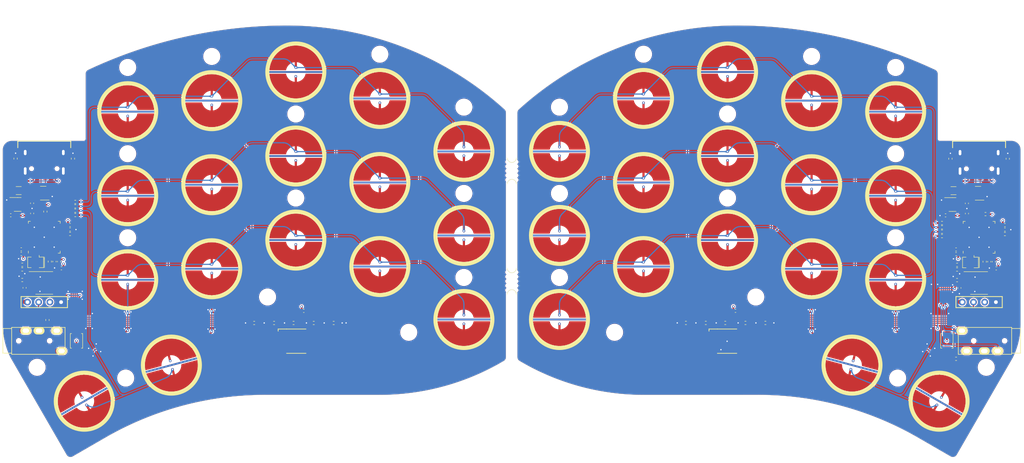
<source format=kicad_pcb>
(kicad_pcb (version 20221018) (generator pcbnew)
  (layers (0 "F.Cu" signal) (1 "In1.Cu" signal) (2 "In2.Cu" signal) (31 "B.Cu" signal) (34 "B.Paste" user) (35 "F.Paste" user) (36 "B.SilkS" user "B.Silkscreen") (37 "F.SilkS" user "F.Silkscreen") (38 "B.Mask" user) (39 "F.Mask" user) (44 "Edge.Cuts" user))
  (net 0 "")
  (net 19 "XTAL1")
  (net 20 "XTAL0")
  (net 21 "VBUS")
  (net 22 "VBAT")
  (net 23 "TX")
  (net 24 "SDA")
  (net 25 "SCL")
  (net 26 "RX")
  (net 27 "ROW3")
  (net 28 "ROW2")
  (net 29 "ROW1")
  (net 30 "ROW0")
  (net 31 "Net-(USB1-CC2)")
  (net 32 "Net-(USB1-CC1)")
  (net 33 "Net-(U1-VCAP1)")
  (net 34 "Net-(U1-PB5)")
  (net 35 "Net-(U1-PB4)")
  (net 36 "Net-(U1-PA15)")
  (net 37 "Net-(U1-PA14)")
  (net 38 "Net-(U1-PA10)")
  (net 39 "Net-(JP2-B)")
  (net 40 "NRST")
  (net 41 "GND")
  (net 42 "D-")
  (net 43 "D+")
  (net 44 "COL4")
  (net 45 "COL3")
  (net 46 "COL2")
  (net 47 "COL1")
  (net 48 "COL0")
  (net 49 "BOOT1")
  (net 50 "BOOT0")
  (net 51 "APLEX_OUT_PIN_0")
  (net 52 "APLEX_EN_PIN_0")
  (net 53 "AMUX_SEL_2")
  (net 54 "AMUX_SEL_1")
  (net 55 "AMUX_SEL_0")
  (net 56 "ADC")
  (net 57 "+5V")
  (net 58 "+5V_R")
  (net 59 "GND_R")
  (net 60 "VBAT_R")
  (net 61 "Net-(U101-VCAP1)")
  (net 62 "APLEX_OUT_PIN_0_R")
  (net 63 "VBUS_R")
  (net 64 "TX_R")
  (net 65 "RX_R")
  (net 66 "SDA_R")
  (net 67 "SCL_R")
  (net 68 "BOOT0_R")
  (net 69 "ADC_R")
  (net 70 "Net-(JP102-B)")
  (net 71 "Net-(USB101-CC1)")
  (net 72 "Net-(USB101-CC2)")
  (net 73 "Net-(U101-PA10)")
  (net 74 "ROW0_R")
  (net 75 "ROW1_R")
  (net 76 "ROW2_R")
  (net 77 "ROW3_R")
  (net 78 "NRST_R")
  (net 79 "BOOT1_R")
  (net 80 "COL4_R")
  (net 81 "COL3_R")
  (net 82 "COL2_R")
  (net 83 "COL1_R")
  (net 84 "COL0_R")
  (net 88 "XTAL0_R")
  (net 89 "XTAL1_R")
  (net 92 "AMUX_SEL_0_R")
  (net 93 "AMUX_SEL_1_R")
  (net 94 "AMUX_SEL_2_R")
  (net 95 "APLEX_EN_PIN_0_R")
  (net 104 "D-_R")
  (net 105 "D+_R")
  (net 110 "Net-(U101-PB13)")
  (net 111 "Net-(U101-PB14)")
  (net 112 "Net-(U101-PB15)")
  (net 113 "Net-(U101-PB12)")
  (footprint "local:MountingHole_3.4mm" (layer "F.Cu") (at 235.105481 98.337636)
    (fp_text reference "H12" hide)
    (fp_text value "MountingHole" hide)
  )
  (footprint "Resistor_SMD:R_0402_1005Metric" (layer "F.Cu") (at 245.608521 96.970456)
    (fp_text reference "R6" hide)
    (fp_text value "100" hide)
  )
  (footprint "Capacitor_SMD:C_0402_1005Metric" (layer "F.Cu") (at 259.869793 96.486529)
    (fp_text reference "C9" hide)
    (fp_text value "4.7u" hide)
  )
  (footprint "local:MountingHole_3.4mm" (layer "F.Cu") (at 197.005477 89.337636)
    (fp_text reference "H7" hide)
    (fp_text value "MountingHole" hide)
  )
  (footprint "Resistor_SMD:R_0402_1005Metric" (layer "F.Cu") (at 201.060478 117.639736 180)
    (fp_text reference "R14" hide)
    (fp_text value "100k" hide)
  )
  (footprint "local:ecs_pad_1U_no_ring_90deg" (layer "F.Cu") (at 51.192913 135.383024 30)
    (fp_text reference "SW117" hide)
    (fp_text value "EC_SW" hide)
  )
  (footprint "Capacitor_SMD:C_0402_1005Metric" (layer "F.Cu") (at 39.377621 92.824026 90)
    (fp_text reference "C105" hide)
    (fp_text value "100n" hide)
  )
  (footprint "Capacitor_SMD:C_0402_1005Metric" (layer "F.Cu") (at 251.26979 92.849026 90)
    (fp_text reference "C5" hide)
    (fp_text value "100n" hide)
  )
  (footprint "Resistor_SMD:R_0402_1005Metric" (layer "F.Cu") (at 37.138318 105.512633)
    (fp_text reference "R111" hide)
    (fp_text value "100k" hide)
  )
  (footprint "Resistor_SMD:R_0402_1005Metric" (layer "F.Cu") (at 49.154867 92.2017 180)
    (fp_text reference "R105" hide)
    (fp_text value "100" hide)
  )
  (footprint "Resistor_SMD:R_0402_1005Metric" (layer "F.Cu") (at 187.560476 117.639733 180)
    (fp_text reference "R17" hide)
    (fp_text value "100k" hide)
  )
  (footprint "local:ecs_pad_1U_no_ring" (layer "F.Cu") (at 235.105484 107.862635 90)
    (fp_text reference "SW15" hide)
    (fp_text value "EC_SW" hide)
  )
  (footprint "Capacitor_SMD:C_0402_1005Metric" (layer "F.Cu") (at 248.800485 102.037634 180)
    (fp_text reference "C3" hide)
    (fp_text value "100n" hide)
  )
  (footprint "Resistor_SMD:R_0402_1005Metric" (layer "F.Cu") (at 192.070475 117.639731)
    (fp_text reference "R16" hide)
    (fp_text value "100k" hide)
  )
  (footprint "Capacitor_SMD:C_0402_1005Metric" (layer "F.Cu") (at 259.869791 95.474027)
    (fp_text reference "C4" hide)
    (fp_text value "100n" hide)
  )
  (footprint "local:ecs_pad_1U_no_ring" (layer "F.Cu") (at 137.242887 78.763136 90)
    (fp_text reference "SW101" hide)
    (fp_text value "EC_SW" hide)
  )
  (footprint "local:ecs_pad_1U_no_ring" (layer "F.Cu") (at 158.905476 78.763136 90)
    (fp_text reference "SW1" hide)
    (fp_text value "EC_SW" hide)
  )
  (footprint "Resistor_SMD:R_0402_1005Metric" (layer "F.Cu") (at 49.154868 90.225632)
    (fp_text reference "R107" hide)
    (fp_text value "100" hide)
  )
  (footprint "local:MountingHole_3.4mm" (layer "F.Cu") (at 197.005477 70.287636)
    (fp_text reference "H6" hide)
    (fp_text value "MountingHole" hide)
  )
  (footprint "Capacitor_SMD:C_0402_1005Metric" (layer "F.Cu") (at 37.663317 109.687634 90)
    (fp_text reference "C111" hide)
    (fp_text value "220p" hide)
  )
  (footprint "local:MountingHole_3.4mm" (layer "F.Cu") (at 235.56383 130.145735 -22.5)
    (fp_text reference "H13" hide)
    (fp_text value "MountingHole" hide)
  )
  (footprint "Capacitor_SMD:C_0402_1005Metric" (layer "F.Cu") (at 47.977622 95.449027)
    (fp_text reference "C104" hide)
    (fp_text value "100n" hide)
  )
  (footprint "Resistor_SMD:R_0402_1005Metric" (layer "F.Cu") (at 249.030486 104.487634 180)
    (fp_text reference "JP2" hide)
    (fp_text value "Ext_Res" hide)
  )
  (footprint "Capacitor_SMD:C_0402_1005Metric" (layer "F.Cu") (at 44.438316 103.732637 -90)
    (fp_text reference "C107" hide)
    (fp_text value "100n" hide)
  )
  (footprint "Button_Switch_SMD:SW_SPST_B3U-1000P" (layer "F.Cu") (at 49.42871 121.704897 -90)
    (fp_text reference "JP101" hide)
    (fp_text value "BOOT0" hide)
  )
  (footprint "local:OLED_I2C_128x32" (layer "F.Cu") (at 42.128097 112.925697 90)
    (fp_text reference "J102" hide)
    (fp_text value "OLED" hide)
  )
  (footprint "local:ecs_pad_1U_no_ring" (layer "F.Cu") (at 61.042874 88.812637 90)
    (fp_text reference "SW110" hide)
    (fp_text value "EC_SW" hide)
  )
  (footprint "local:MountingHole_3.4mm" (layer "F.Cu") (at 171.405953 119.770761)
    (fp_text reference "H5" hide)
    (fp_text value "MountingHole" hide)
  )
  (footprint "Resistor_SMD:R_0402_1005Metric" (layer "F.Cu") (at 43.393316 103.732634 -90)
    (fp_text reference "R108" hide)
    (fp_text value "10k" hide)
  )
  (footprint "Resistor_SMD:R_0402_1005Metric" (layer "F.Cu") (at 248.804653 125.778258)
    (fp_text reference "R10" hide)
    (fp_text value "10k" hide)
  )
  (footprint "local:ecs_pad_1U_no_ring_90deg" (layer "F.Cu") (at 70.939839 127.203332 15)
    (fp_text reference "SW116" hide)
    (fp_text value "EC_SW" hide)
  )
  (footprint "Resistor_SMD:R_0402_1005Metric" (layer "F.Cu") (at 98.637886 117.651704 180)
    (fp_text reference "R114" hide)
    (fp_text value "100k" hide)
  )
  (footprint "Resistor_SMD:R_0402_1005Metric" (layer "F.Cu") (at 196.490477 117.639735 180)
    (fp_text reference "R15" hide)
    (fp_text value "100k" hide)
  )
  (footprint "local:TRRS-PJ-320A-no-Fmask" (layer "F.Cu") (at 34.742342 121.704897 90)
    (fp_text reference "J101" hide)
    (fp_text value "MJ-4PP-9" hide)
  )
  (footprint "Resistor_SMD:R_0402_1005Metric" (layer "F.Cu") (at 255.285485 103.757634 -90)
    (fp_text reference "R8" hide)
    (fp_text value "10k" hide)
  )
  (footprint "local:ecs_pad_1U_no_ring" (layer "F.Cu") (at 137.242877 97.813126 90)
    (fp_text reference "SW106" hide)
    (fp_text value "EC_SW" hide)
  )
  (footprint "Resistor_SMD:R_0402_1005Metric" (layer "F.Cu") (at 49.154866 93.186701)
    (fp_text reference "R104" hide)
    (fp_text value "100" hide)
  )
  (footprint "local:OLED_I2C_128x32" (layer "F.Cu") (at 254.020266 112.925697 90)
    (fp_text reference "J2" hide)
    (fp_text value "OLED" hide)
  )
  (footprint "Capacitor_SMD:C_0402_1005Metric" (layer "F.Cu") (at 246.418522 93.260456 180)
    (fp_text reference "C2" hide)
    (fp_text value "1u" hide)
  )
  (footprint "Resistor_SMD:R_0402_1005Metric" (layer "F.Cu") (at 259.869794 97.499026)
    (fp_text reference "R9" hide)
    (fp_text value "10k" hide)
  )
  (footprint "local:ecs_pad_1U_no_ring" (layer "F.Cu") (at 118.19288 104.863139 90)
    (fp_text reference "SW112" hide)
    (fp_text value "EC_SW" hide)
  )
  (footprint "Capacitor_SMD:C_0402_1005Metric" (layer "F.Cu") (at 249.555486 109.712634 90)
    (fp_text reference "C11" hide)
    (fp_text value "220p" hide)
  )
  (footprint "Resistor_SMD:R_0402_1005Metric" (layer "F.Cu") (at 107.727885 117.651703)
    (fp_text reference "R115" hide)
    (fp_text value "100k" hide)
  )
  (footprint "local:ecs_pad_1U_no_ring" (layer "F.Cu") (at 61.04288 69.762635 90)
    (fp_text reference "SW105" hide)
    (fp_text value "EC_SW" hide)
  )
  (footprint "local:MountingHole_3.4mm" (layer "F.Cu") (at 216.055485 57.237644)
    (fp_text reference "H9" hide)
    (fp_text value "MountingHole" hide)
  )
  (footprint "local:MountingHole_3.4mm" (layer "F.Cu") (at 235.105483 59.737639)
    (fp_text reference "H10" hide)
    (fp_text value "MountingHole" hide)
  )
  (footprint "local:ecs_pad_1U_no_ring" (layer "F.Cu") (at 235.105483 69.762635 90)
    (fp_text reference "SW5" hide)
    (fp_text value "EC_SW" hide)
  )
  (footprint "Package_TO_SOT_SMD:SOT-23-3" (layer "F.Cu") (at 247.992986 90.803654)
    (fp_text reference "U2" hide)
    (fp_text value "XC6206PxxxMR" hide)
  )
  (footprint "Capacitor_SMD:C_0402_1005Metric" (layer "F.Cu") (at 34.526353 93.235456 180)
    (fp_text reference "C102" hide)
    (fp_text value "1u" hide)
  )
  (footprint "local:ecs_pad_1U_no_ring" (layer "F.Cu") (at 197.005478 79.812638 90)
    (fp_text reference "SW8" hide)
    (fp_text value "EC_SW" hide)
  )
  (footprint "local:ecs_pad_1U_no_ring_90deg" (layer "F.Cu") (at 225.208524 127.203332 -15)
    (fp_text reference "SW16" hide)
    (fp_text value "EC_SW" hide)
  )
  (footprint "Capacitor_SMD:C_0402_1005Metric" (layer "F.Cu") (at 257.900486 105.287634 180)
    (fp_text reference "C12" hide)
    (fp_text value "100n" hide)
  )
  (footprint "Resistor_SMD:R_0402_1005Metric" (layer "F.Cu") (at 260.519653 80.429897 -90)
    (fp_text reference "R1" hide)
    (fp_text value "5.1k" hide)
  )
  (footprint "local:ecs_pad_1U_no_ring" (layer "F.Cu") (at 177.955483 104.863139 90)
    (fp_text reference "SW12" hide)
    (fp_text value "EC_SW" hide)
  )
  (footprint "local:MountingHole_3.4mm" (layer "F.Cu") (at 203.405952 111.770761)
    (fp_text reference "H8" hide)
    (fp_text value "MountingHole" hide)
  )
  (footprint "Capacitor_SMD:C_0402_1005Metric" (layer "F.Cu") (at 100.952886 114.915368)
    (fp_text reference "C110" hide)
    (fp_text value "100n" hide)
  )
  (footprint "local:ecs_pad_1U_no_ring" (layer "F.Cu") (at 80.092879 86.31263 90)
    (fp_text reference "SW109" hide)
    (fp_text value "EC_SW" hide)
  )
  (footprint "local:ecs_pad_1U_no_ring" (layer "F.Cu") (at 158.905486 97.813126 90)
    (fp_text reference "SW6" hide)
    (fp_text value "EC_SW" hide)
  )
  (footprint "Fuse:Fuse_1206_3216Metric" (layer "F.Cu") (at 36.327483 87.644897)
    (fp_text reference "F101" hide)
    (fp_text value "500mA" hide)
  )
  (footprint "local:HRO-TYPE-C-31-M-12-Assembly" (layer "F.Cu") (at 42.127615 76.419897 180)
    (fp_text reference "USB101" hide)
    (fp_text value "TYPEC-304YSSW-ACP16" hide)
  )
  (footprint "Capacitor_SMD:C_0402_1005Metric" (layer "F.Cu") (at 248.800486 100.987634 180)
    (fp_text reference "C6" hide)
    (fp_text value "100n" hide)
  )
  (footprint "local:MountingHole_3.4mm" (layer "F.Cu") (at 255.644654 127.704898 -22.5)
    (fp_text reference "H14" hide)
    (fp_text value "MountingHole" hide)
  )
  (footprint "local:MountingHole_3.4mm" (layer "F.Cu") (at 177.95548 56.738145)
    (fp_text reference "H4" hide)
    (fp_text value "MountingHole" hide)
  )
  (footprint "Capacitor_SMD:C_0402_1005Metric" (layer "F.Cu") (at 198.805477 114.903399)
    (fp_text reference "C10" hide)
    (fp_text value "100n" hide)
  )
  (footprint "Resistor_SMD:R_0402_1005Metric" (layer "F.Cu") (at 247.519653 80.419897 90)
    (fp_text reference "R2" hide)
    (fp_text value "5.1k" hide)
  )
  (footprint "local:ecs_pad_1U_no_ring" (layer "F.Cu") (at 61.042879 107.862635 90)
    (fp_text reference "SW115" hide)
    (fp_text value "EC_SW" hide)
  )
  (footprint "local:mouse-bite-5mm-slot-with-space-for-track" (layer "F.Cu") (at 148.104127 108.187)
    (fp_text reference "mouse-bite-2mm-slot" hide)
    (fp_text value "VAL**" hide)
  )
  (footprint "local:ecs_pad_1U_no_ring" (layer "F.Cu") (at 80.092884 105.362634 90)
    (fp_text reference "SW114" hide)
    (fp_text value "EC_SW" hide)
  )
  (footprint "local:MountingHole_3.4mm" (layer "F.Cu") (at 235.105484 79.287636)
    (fp_text reference "H11" hide)
    (fp_text value "MountingHole" hide)
  )
  (footprint "Package_DFN_QFN:QFN-48-1EP_7x7mm_P0.5mm_EP5.6x5.6mm" (layer "F.Cu") (at 42.128097 98.211528 90)
    (fp_text reference "U101" hide)
    (fp_text value "STM32F401CBUx" hide)
  )
  (footprint "local:MountingHole_3.4mm" (layer "F.Cu") (at 158.905476 68.738141)
    (fp_text reference "H1" hide)
    (fp_text value "MountingHole" hide)
  )
  (footprint "local:TSSOP16" (layer "F.Cu") (at 196.900477 121.7767 -90)
    (fp_text reference "U4" hide)
    (fp_text value "74HC4051" hide)
  )
  (footprint "Capacitor_SMD:C_0402_1005Metric" (layer "F.Cu") (at 251.255486 90.549026 -90)
    (fp_text reference "C1" hide)
    (fp_text value "1u" hide)
  )
  (footprint "local:ecs_pad_1U_no_ring" (layer "F.Cu") (at 177.955482 85.813135 90)
    (fp_text reference "SW7" hide)
    (fp_text value "EC_SW" hide)
  )
  (footprint "local:MountingHole_3.4mm" (layer "F.Cu") (at 158.905474 88.288131)
    (fp_text reference "H2" hide)
    (fp_text value "MountingHole" hide)
  )
  (footprint "local:HRO-TYPE-C-31-M-12-Assembly" (layer "F.Cu") (at 254.019784 76.444897 180)
    (fp_text reference "USB1" hide)
    (fp_text value "TYPEC-304YSSW-ACP16" hide)
  )
  (footprint "local:ecs_pad_1U_no_ring" (layer "F.Cu") (at 158.905485 116.863133 90)
    (fp_text reference "SW11" hide)
    (fp_text value "EC_SW" hide)
  )
  (footprint "Resistor_SMD:R_0402_1005Metric" (layer "F.Cu") (at 245.608521 97.960456 180)
    (fp_text reference "R7" hide)
    (fp_text value "100" hide)
  )
  (footprint "Capacitor_SMD:C_0402_1005Metric" (layer "F.Cu") (at 36.908316 102.012634 180)
    (fp_text reference "C103" hide)
    (fp_text value "100n" hide)
  )
  (footprint "Capacitor_SMD:C_0402_1005Metric" (layer "F.Cu") (at 39.363317 90.524026 -90)
    (fp_text reference "C101" hide)
    (fp_text value "1u" hide)
  )
  (footprint "Crystal:Resonator_SMD_Murata_CSTxExxV-3Pin_3.0x1.1mm" (layer "F.Cu") (at 252.067214 103.937636 180)
    (fp_text reference "Y1" hide)
    (fp_text value "8 MHz" hide)
  )
  (footprint "local:ecs_pad_1U_no_ring" (layer "F.Cu") (at 80.092877 67.262639 90)
    (fp_text reference "SW104" hide)
    (fp_text value "EC_SW" hide)
  )
  (footprint "Resistor_SMD:R_0402_1005Metric" (layer "F.Cu") (at 48.627484 80.404897 -90)
    (fp_text reference "R101" hide)
    (fp_text value "5.1k" hide)
  )
  (footprint "local:ecs_pad_1U_no_ring" (layer "F.Cu") (at 216.055486 67.262639 90)
    (fp_text reference "SW4" hide)
    (fp_text value "EC_SW" hide)
  )
  (footprint "Resistor_SMD:R_0402_1005Metric" (layer "F.Cu") (at 49.154867 91.211701)
    (fp_text reference "R106" hide)
    (fp_text value "100" hide)
  )
  (footprint "Package_DFN_QFN:QFN-48-1EP_7x7mm_P0.5mm_EP5.6x5.6mm" (layer "F.Cu") (at 254.020266 98.236528 90)
    (fp_text reference "U1" hide)
    (fp_text value "STM32F401CBUx" hide)
  )
  (footprint "local:ecs_pad_1U_no_ring" (layer "F.Cu") (at 137.242878 116.863133 90)
    (fp_text reference "SW111" hide)
    (fp_text value "EC_SW" hide)
  )
  (footprint "Resistor_SMD:R_0402_1005Metric" (layer "F.Cu") (at 37.138318 107.912634)
    (fp_text reference "R112" hide)
    (fp_text value "1k" hide)
  )
  (footprint "local:ecs_pad_1U_no_ring" (layer "F.Cu") (at 235.105489 88.812637 90)
    (fp_text reference "SW10" hide)
    (fp_text value "EC_SW" hide)
  )
  (footprint "Resistor_SMD:R_0402_1005Metric" (layer "F.Cu") (at 249.030487 105.537633)
    (fp_text reference "R11" hide)
    (fp_text value "100k" hide)
  )
  (footprint "Capacitor_SMD:C_0402_1005Metric" (layer "F.Cu") (at 47.977624 96.461529)
    (fp_text reference "C109" hide)
    (fp_text value "4.7u" hide)
  )
  (footprint "local:ecs_pad_1U_no_ring" (layer "F.Cu") (at 118.192883 66.76314 90)
    (fp_text reference "SW102" hide)
    (fp_text value "EC_SW" hide)
  )
  (footprint "local:ecs_pad_1U_no_ring" (layer "F.Cu") (at 99.14288 98.862633 90)
    (fp_text reference "SW113" hide)
    (fp_text value "EC_SW" hide)
  )
  (footprint "Resistor_SMD:R_0402_1005Metric" (layer "F.Cu") (at 42.372886 92.4017 90)
    (fp_text reference "R103" hide)
    (fp_text value "100k" hide)
  )
  (footprint "local:ecs_pad_1U_no_ring" (layer "F.Cu") (at 99.142886 60.762634 90)
    (fp_text reference "SW103" hide)
    (fp_text value "EC_SW" hide)
  )
  (footprint "local:ecs_pad_1U_no_ring" (layer "F.Cu") (at 216.055484 86.31263 90)
    (fp_text reference "SW9" hide)
    (fp_text value "EC_SW" hide)
  )
  (footprint "Capacitor_SMD:C_0402_1005Metric" (layer "F.Cu") (at 36.908317 100.962634 180)
    (fp_text reference "C106" hide)
    (fp_text value "100n" hide)
  )
  (footprint "Resistor_SMD:R_0402_1005Metric" (layer "F.Cu") (at 37.138317 104.462634 180)
    (fp_text reference "JP102" hide)
    (fp_text value "Ext_Res" hide)
  )
  (footprint "Capacitor_SMD:C_0402_1005Metric" (layer "F.Cu") (at 46.008317 105.262634 180)
    (fp_text reference "C112" hide)
    (fp_text value "100n" hide)
  )
  (footprint "Resistor_SMD:R_0402_1005Metric" (layer "F.Cu") (at 255.468518 92.976698)
    (fp_text reference "R3" hide)
    (fp_text value "100k" hide)
  )
  (footprint "Button_Switch_SMD:SW_SPST_B3U-1000P" (layer "F.Cu") (at 246.719653 121.704897 90)
    (fp_text reference "JP1" hide)
    (fp_text value "BOOT0" hide)
  )
  (footprint "Capacitor_SMD:C_0402_1005Metric" (layer "F.Cu") (at 257.365483 103.757635 -90)
    (fp_text reference "C8" hide)
    (fp_text value "1u" hide)
  )
  (footprint "Package_TO_SOT_SMD:SOT-143" (layer "F.Cu") (at 253.779653 88.249028 180)
    (fp_text reference "D1" hide)
    (fp_text value "PRTR5V0U2X" hide)
  )
  (footprint "Crystal:Resonator_SMD_Murata_CSTxExxV-3Pin_3.0x1.1mm" (layer "F.Cu") (at 40.175045 103.912636 180)
    (fp_text reference "Y101" hide)
    (fp_text value "8 MHz" hide)
  )
  (footprint "Resistor_SMD:R_0402_1005Metric" (layer "F.Cu") (at 47.977625 97.474026)
    (fp_text reference "R109" hide)
    (fp_text value "10k" hide)
  )
  (footprint "Resistor_SMD:R_0402_1005Metric" (layer "F.Cu") (at 245.608522 94.994388 180)
    (fp_text reference "R4" hide)
    (fp_text value "100" hide)
  )
  (footprint "local:ecs_pad_1U_no_ring_90deg" (layer "F.Cu") (at 244.95545 135.383024 -30)
    (fp_text reference "SW17" hide)
    (fp_text value "EC_SW" hide)
  )
  (footprint "local:ecs_pad_1U_no_ring" (layer "F.Cu") (at 216.055479 105.362634 90)
    (fp_text reference "SW14" hide)
    (fp_text value "EC_SW" hide)
  )
  (footprint "Package_SO:SOIC-8_3.9x4.9mm_P1.27mm" (layer "F.Cu") (at 254.020266 108.592632)
    (fp_text reference "U3" hide)
    (fp_text value "OPA350" hide)
  )
  (footprint "Resistor_SMD:R_0402_1005Metric" (layer "F.Cu") (at 205.580476 117.639734)
    (fp_text reference "R13" hide)
    (fp_text value "100k" hide)
  )
  (footprint "local:ecs_pad_1U_no_ring" (layer "F.Cu") (at 99.142885 79.812638 90)
    (fp_text reference "SW108" hide)
    (fp_text value "EC_SW" hide)
  )
  (footprint "Package_SO:SOIC-8_3.9x4.9mm_P1.27mm" (layer "F.Cu") (at 42.128097 108.567632)
    (fp_text reference "U103" hide)
    (fp_text value "OPA350" hide)
  )
  (footprint "Capacitor_SMD:C_0402_1005Metric" (layer "F.Cu") (at 45.473314 103.732635 -90)
    (fp_text reference "C108" hide)
    (fp_text value "1u" hide)
  )
  (footprint "Resistor_SMD:R_0402_1005Metric" (layer "F.Cu") (at 89.707885 117.651702 180)
    (fp_text reference "R117" hide)
    (fp_text value "100k" hide)
  )
  (footprint "local:ecs_pad_1U_no_ring" (layer "F.Cu") (at 197.005477 60.762634 90)
    (fp_text reference "SW3" hide)
    (fp_text value "EC_SW" hide)
  )
  (footprint "Fuse:Fuse_1206_3216Metric" (layer "F.Cu") (at 248.219652 87.669897)
    (fp_text reference "F1" hide)
    (fp_text value "500mA" hide)
  )
  (footprint "Package_TO_SOT_SMD:SOT-143" (layer "F.Cu") (at 41.887484 88.224028 180)
    (fp_text reference "D101" hide)
    (fp_text value "PRTR5V0U2X" hide)
  )
  (footprint "local:ecs_pad_1U_no_ring" (layer "F.Cu") (at 118.192881 85.813135 90)
    (fp_text reference "SW107" hide)
    (fp_text value "EC_SW" hide)
  )
  (footprint "Capacitor_SMD:C_0402_1005Metric" (layer "F.Cu") (at 256.330485 103.757637 -90)
    (fp_text reference "C7" hide)
    (fp_text value "100n" hide)
  )
  (footprint "Resistor_SMD:R_0402_1005Metric" (layer "F.Cu") (at 42.847886 116.9767 90)
    (fp_text reference "R110" hide)
    (fp_text value "10k" hide)
  )
  (footprint "local:TRRS-PJ-320A-no-Fmask" (layer "F.Cu") (at 261.406021 121.704897 -90)
    (fp_text reference "J1" hide)
    (fp_text value "MJ-4PP-9" hide)
  )
  (footprint "local:ecs_pad_1U_no_ring" (layer "F.Cu") (at 177.95548 66.76314 90)
    (fp_text reference "SW2" hide)
    (fp_text value "EC_SW" hide)
  )
  (footprint "local:MountingHole_3.4mm" (layer "F.Cu") (at 158.905485 107.33813)
    (fp_text reference "H3" hide)
    (fp_text value "MountingHole" hide)
  )
  (footprint "Resistor_SMD:R_0402_1005Metric" (layer "F.Cu") (at 103.207887 117.651705 180)
    (fp_text reference "R113" hide)
    (fp_text value "100k" hide)
  )
  (footprint "Resistor_SMD:R_0402_1005Metric" (layer "F.Cu") (at 94.217884 117.6517 180)
    (fp_text reference "R116" hide)
    (fp_text value "100k" hide)
  )
  (footprint "Package_TO_SOT_SMD:SOT-23-3" (layer "F.Cu") (at 36.100817 90.778654)
    (fp_text reference "U102" hide)
    (fp_text value "XC6206PxxxMR" hide)
  )
  (footprint "Resistor_SMD:R_0402_1005Metric" (layer "F.Cu") (at 249.030487 107.937634)
    (fp_text reference "R12" hide)
    (fp_text value "1k" hide)
  )
  (footprint "local:TSSOP16" (layer "F.Cu") (at 99.247886 121.7767 -90)
    (fp_text reference "U104" hide)
    (fp_text value "74HC4051" hide)
  )
  (footprint "Resistor_SMD:R_0402_1005Metric" (layer "F.Cu") (at 245.60852 95.980457 180)
    (fp_text reference "R5" hide)
    (fp_text value "100" hide)
  )
  (footprint "local:ecs_pad_1U_no_ring" (layer "F.Cu") (at 197.005483 98.862633 90)
    (fp_text reference "SW13" hide)
    (fp_text value "EC_SW" hide)
  )
  (footprint "Resistor_SMD:R_0402_1005Metric" (layer "F.Cu") (at 35.627484 80.394897 90)
    (fp_text reference "R102" hide)
    (fp_text value "5.1k" hide)
  )
  (footprint "local:mouse-bite-5mm-slot-with-space-for-track" (layer "F.Cu") (at 148.114127 83.183)
    (fp_text reference "mouse-bite-2mm-slot" hide)
    (fp_text value "VAL**" hide)
  )
  (footprint "local:MountingHole_3.4mm" (layer "B.Cu") (at 61.042879 79.287636 180)
    (fp_text reference "H111" hide)
    (fp_text value "MountingHole" hide)
  )
  (footprint "local:MountingHole_3.4mm" (layer "B.Cu") (at 40.503709 127.704898 -157.5)
    (fp_text reference "H114" hide)
    (fp_text value "MountingHole" hide)
  )
  (footprint "local:MountingHole_3.4mm" (layer "B.Cu") (at 137.242878 107.33813 180)
    (fp_text reference "H103" hide)
    (fp_text value "MountingHole" hide)
  )
  (footprint "local:MountingHole_3.4mm" (layer "B.Cu") (at 92.742411 111.770761 180)
    (fp_text reference "H108" hide)
    (fp_text value "MountingHole" hide)
  )
  (footprint "local:MountingHole_3.4mm" (layer "B.Cu") (at 99.142886 70.287636 180)
    (fp_text reference "H106" hide)
    (fp_text value "MountingHole" hide)
  )
  (footprint "local:MountingHole_3.4mm" (layer "B.Cu") (at 61.04288 59.737639 180)
    (fp_text reference "H110" hide)
    (fp_text value "MountingHole" hide)
  )
  (footprint "local:MountingHole_3.4mm" (layer "B.Cu") (at 99.142886 89.337636 180)
    (fp_text reference "H107" hide)
    (fp_text value "MountingHole" hide)
  )
  (footprint "local:MountingHole_3.4mm" (layer "B.Cu") (at 60.584533 130.145735 -157.5)
    (fp_text reference "H113" hide)
    (fp_text value "MountingHole" hide)
  )
  (footprint "local:MountingHole_3.4mm" (layer "B.Cu") (at 124.74241 119.770761 180)
    (fp_text reference "H105" hide)
    (fp_text value "MountingHole" hide)
  )
  (footprint "local:MountingHole_3.4mm" (layer "B.Cu") (at 137.242889 88.288131 180)
    (fp_text reference "H102" hide)
    (fp_text value "MountingHole" hide)
  )
  (footprint "local:MountingHole_3.4mm" (layer "B.Cu") (at 118.192883 56.738145 180)
    (fp_text reference "H104" hide)
    (fp_text value "MountingHole" hide)
  )
  (footprint "local:MountingHole_3.4mm" (layer "B.Cu") (at 80.092878 57.237644 180)
    (fp_text reference "H109" hide)
    (fp_text value "MountingHole" hide)
  )
  (footprint "local:MountingHole_3.4mm" (layer "B.Cu") (at 137.242887 68.738141 180)
    (fp_text reference "H101" hide)
    (fp_text value "MountingHole" hide)
  )
  (footprint "local:MountingHole_3.4mm" (layer "B.Cu") (at 61.042882 98.337636 180)
    (fp_text reference "H112" hide)
    (fp_text value "MountingHole" hide)
  )
  (gr_line (start 32.737485 118.167445) (end 32.737168 78.382678) (stroke (width 0.05)) (layer "Edge.Cuts"))
  (gr_line (start 261.411205 76.382542) (end 246.62988 76.382993) (stroke (width 0.05)) (layer "Edge.Cuts"))
  (gr_line (start 49.518483 76.382993) (end 34.737158 76.382542) (stroke (width 0.05)) (layer "Edge.Cuts"))
  (gr_line (start 248.94193 147.527394) (end 261.664186 125.491606) (stroke (width 0.05)) (layer "Edge.Cuts"))
  (gr_arc (start 48.572464 147.893429) (mid 47.813657 147.99331) (end 47.206433 147.527394) (stroke (width 0.05)) (layer "Edge.Cuts"))
  (gr_arc (start 146.294087 126.237641) (mid 132.761371 131.978507) (end 118.192573 133.938631) (stroke (width 0.05)) (layer "Edge.Cuts"))
  (gr_line (start 55.955149 143.631026) (end 48.572464 147.893429) (stroke (width 0.05)) (layer "Edge.Cuts"))
  (gr_arc (start 147.157628 85.731) (mid 148.110127 85.086127) (end 149.062626 85.731001) (stroke (width 0.05)) (layer "Edge.Cuts"))
  (gr_line (start 146.768127 110.731) (end 146.76748 125.388283) (stroke (width 0.05)) (layer "Edge.Cuts"))
  (gr_arc (start 147.157628 110.731) (mid 148.110127 110.086127) (end 149.062626 110.731001) (stroke (width 0.05)) (layer "Edge.Cuts"))
  (gr_arc (start 97.143141 50.237213) (mid 123.563283 55.155576) (end 146.443681 69.25173) (stroke (width 0.05)) (layer "Edge.Cuts"))
  (gr_arc (start 149.062626 105.651) (mid 148.110127 106.295873) (end 147.157628 105.650999) (stroke (width 0.05)) (layer "Edge.Cuts"))
  (gr_line (start 149.380127 105.651) (end 149.062627 105.651) (stroke (width 0.05)) (layer "Edge.Cuts"))
  (gr_line (start 147.157627 105.651) (end 146.768127 105.651) (stroke (width 0.05)) (layer "Edge.Cuts"))
  (gr_line (start 247.575899 147.893429) (end 240.193214 143.631026) (stroke (width 0.05)) (layer "Edge.Cuts"))
  (gr_line (start 146.768127 85.731) (end 146.768127 105.651) (stroke (width 0.05)) (layer "Edge.Cuts"))
  (gr_line (start 263.411195 78.382678) (end 263.410878 118.167445) (stroke (width 0.05)) (layer "Edge.Cuts"))
  (gr_arc (start 199.005222 50.237213) (mid 222.083041 52.778869) (end 244.05468 60.281727) (stroke (width 0.05)) (layer "Edge.Cuts"))
  (gr_arc (start 263.410878 118.167445) (mid 262.953809 121.928801) (end 261.664186 125.491606) (stroke (width 0.05)) (layer "Edge.Cuts"))
  (gr_arc (start 149.062626 80.651) (mid 148.110127 81.295873) (end 147.157628 80.650999) (stroke (width 0.05)) (layer "Edge.Cuts"))
  (gr_arc (start 177.95579 133.938631) (mid 163.386992 131.978508) (end 149.854276 126.237641) (stroke (width 0.05)) (layer "Edge.Cuts"))
  (gr_line (start 118.192573 133.938631) (end 92.13069 133.93829) (stroke (width 0.05)) (layer "Edge.Cuts"))
  (gr_line (start 149.380127 110.731) (end 149.380874 125.388283) (stroke (width 0.05)) (layer "Edge.Cuts"))
  (gr_line (start 204.017673 133.93829) (end 177.95579 133.938631) (stroke (width 0.05)) (layer "Edge.Cuts"))
  (gr_line (start 149.380883 69.988384) (end 149.380874 80.651) (stroke (width 0.05)) (layer "Edge.Cuts"))
  (gr_arc (start 34.484177 125.491606) (mid 33.194556 121.928799) (end 32.737485 118.167445) (stroke (width 0.05)) (layer "Edge.Cuts"))
  (gr_arc (start 51.518427 75.883166) (mid 51.371942 76.236686) (end 51.018421 76.383169) (stroke (width 0.05)) (layer "Edge.Cuts"))
  (gr_arc (start 149.854276 126.237641) (mid 149.507249 125.874449) (end 149.380874 125.388283) (stroke (width 0.05)) (layer "Edge.Cuts"))
  (gr_line (start 149.380127 85.731) (end 149.380127 105.651) (stroke (width 0.05)) (layer "Edge.Cuts"))
  (gr_arc (start 244.05468 60.281727) (mid 244.474007 60.65085) (end 244.629936 61.187303) (stroke (width 0.05)) (layer "Edge.Cuts"))
  (gr_line (start 51.518427 61.187303) (end 51.518427 75.883166) (stroke (width 0.05)) (layer "Edge.Cuts"))
  (gr_arc (start 146.767489 125.388283) (mid 146.641092 125.874443) (end 146.294087 126.237641) (stroke (width 0.05)) (layer "Edge.Cuts"))
  (gr_arc (start 245.129942 76.383169) (mid 244.776404 76.236708) (end 244.629936 75.883166) (stroke (width 0.05)) (layer "Edge.Cuts"))
  (gr_line (start 147.157627 80.651) (end 146.768127 80.651) (stroke (width 0.05)) (layer "Edge.Cuts"))
  (gr_line (start 245.129942 76.383169) (end 246.62988 76.382993) (stroke (width 0.05)) (layer "Edge.Cuts"))
  (gr_arc (start 52.093683 60.281727) (mid 74.065323 52.778875) (end 97.143141 50.237213) (stroke (width 0.05)) (layer "Edge.Cuts"))
  (gr_line (start 146.767489 80.651) (end 146.76748 69.988384) (stroke (width 0.05)) (layer "Edge.Cuts"))
  (gr_arc (start 149.704682 69.25173) (mid 172.585078 55.155571) (end 199.005222 50.237213) (stroke (width 0.05)) (layer "Edge.Cuts"))
  (gr_line (start 149.380127 110.731) (end 149.062627 110.731) (stroke (width 0.05)) (layer "Edge.Cuts"))
  (gr_arc (start 146.443681 69.25173) (mid 146.682922 69.586063) (end 146.76748 69.988384) (stroke (width 0.05)) (layer "Edge.Cuts"))
  (gr_arc (start 51.518427 61.187303) (mid 51.674329 60.650831) (end 52.093683 60.281727) (stroke (width 0.05)) (layer "Edge.Cuts"))
  (gr_line (start 34.484177 125.491606) (end 47.206433 147.527394) (stroke (width 0.05)) (layer "Edge.Cuts"))
  (gr_arc (start 55.955149 143.631026) (mid 73.404912 136.403464) (end 92.13069 133.93829) (stroke (width 0.05)) (layer "Edge.Cuts"))
  (gr_arc (start 32.737168 78.382678) (mid 33.322994 76.968491) (end 34.737158 76.382542) (stroke (width 0.05)) (layer "Edge.Cuts"))
  (gr_line (start 147.157627 85.731) (end 146.768127 85.731) (stroke (width 0.05)) (layer "Edge.Cuts"))
  (gr_arc (start 261.411205 76.382542) (mid 262.825394 76.968443) (end 263.411195 78.382678) (stroke (width 0.05)) (layer "Edge.Cuts"))
  (gr_line (start 149.380127 80.651) (end 149.062627 80.651) (stroke (width 0.05)) (layer "Edge.Cuts"))
  (gr_line (start 149.380127 85.731) (end 149.062627 85.731) (stroke (width 0.05)) (layer "Edge.Cuts"))
  (gr_line (start 147.157627 110.731) (end 146.768127 110.731) (stroke (width 0.05)) (layer "Edge.Cuts"))
  (gr_arc (start 248.94193 147.527394) (mid 248.334723 147.993355) (end 247.575899 147.893429) (stroke (width 0.05)) (layer "Edge.Cuts"))
  (gr_arc (start 204.017673 133.93829) (mid 222.743452 136.403462) (end 240.193214 143.631026) (stroke (width 0.05)) (layer "Edge.Cuts"))
  (gr_arc (start 149.380883 69.988384) (mid 149.46543 69.586053) (end 149.704682 69.25173) (stroke (width 0.05)) (layer "Edge.Cuts"))
  (gr_line (start 49.518483 76.382993) (end 51.018421 76.383169) (stroke (width 0.05)) (layer "Edge.Cuts"))
  (gr_line (start 244.629936 75.883166) (end 244.629936 61.187303) (stroke (width 0.05)) (layer "Edge.Cuts"))
  (segment (start 253.545679 102.533838) (end 253.51874 102.560778) (width 0.25) (layer "F.Cu") (net 19))
  (segment (start 253.267212 103.168015) (end 253.267211 103.937634) (width 0.25) (layer "F.Cu") (net 19))
  (segment (start 253.770265 101.991639) (end 253.770264 101.674026) (width 0.25) (layer "F.Cu") (net 19))
  (arc (start 253.51874 102.560778) (mid 253.332582 102.83938) (end 253.267212 103.168015) (width 0.25) (layer "F.Cu") (net 19))
  (arc (start 253.770265 101.991639) (mid 253.711897 102.285075) (end 253.545679 102.533838) (width 0.25) (layer "F.Cu") (net 19))
  (segment (start 253.093904 102.349217) (end 253.025376 102.417745) (width 0.25) (layer "F.Cu") (net 20))
  (segment (start 253.270265 101.92344) (end 253.270263 101.674025) (width 0.25) (layer "F.Cu") (net 20))
  (segment (start 250.86721 102.984037) (end 250.86721 103.937632) (width 0.25) (layer "F.Cu") (net 20))
  (segment (start 251.188613 102.662635) (end 252.434156 102.662635) (width 0.25) (layer "F.Cu") (net 20))
  (arc (start 253.270265 101.92344) (mid 253.224431 102.153869) (end 253.093904 102.349217) (width 0.25) (layer "F.Cu") (net 20))
  (arc (start 250.961347 102.756771) (mid 250.891675 102.861041) (end 250.86721 102.984037) (width 0.25) (layer "F.Cu") (net 20))
  (arc (start 252.434156 102.662635) (mid 252.754122 102.59899) (end 253.025376 102.417745) (width 0.25) (layer "F.Cu") (net 20))
  (arc (start 251.188613 102.662635) (mid 251.065617 102.6871) (end 250.961347 102.756771) (width 0.25) (layer "F.Cu") (net 20))
  (segment (start 256.469784 84.979352) (end 256.469784 84.139898) (width 0.25) (layer "F.Cu") (net 21))
  (segment (start 246.819653 86.393699) (end 246.819653 87.669898) (width 0.25) (layer "F.Cu") (net 21))
  (segment (start 250.819791 85.491261) (end 247.722091 85.491261) (width 0.25) (layer "F.Cu") (net 21))
  (segment (start 251.569784 84.978905) (end 251.569784 84.139897) (width 0.25) (layer "F.Cu") (net 21))
  (segment (start 256.981692 85.491261) (end 257.219792 85.491261) (width 0.25) (layer "F.Cu") (net 21))
  (segment (start 250.819791 85.491261) (end 251.057428 85.491261) (width 0.25) (layer "F.Cu") (net 21))
  (via (at 257.219792 85.491261) (size 0.6) (drill 0.3) (layers "F.Cu" "B.Cu") (net 21))
  (via (at 250.819791 85.491261) (size 0.6) (drill 0.3) (layers "F.Cu" "B.Cu") (net 21))
  (arc (start 256.469784 84.979352) (mid 256.50875 85.175251) (end 256.619718 85.341326) (width 0.25) (layer "F.Cu") (net 21))
  (arc (start 256.619718 85.341326) (mid 256.785793 85.452294) (end 256.981692 85.491261) (width 0.25) (layer "F.Cu") (net 21))
  (arc (start 247.722091 85.491261) (mid 247.376742 85.559955) (end 247.083971 85.755579) (width 0.25) (layer "F.Cu") (net 21))
  (arc (start 251.569784 84.978905) (mid 251.530783 85.174975) (end 251.419718 85.341195) (width 0.25) (layer "F.Cu") (net 21))
  (arc (start 247.083971 85.755579) (mid 246.888347 86.04835) (end 246.819653 86.393699) (width 0.25) (layer "F.Cu") (net 21))
  (arc (start 251.419718 85.341195) (mid 251.253498 85.45226) (end 251.057428 85.491261) (width 0.25) (layer "F.Cu") (net 21))
  (segment (start 250.819791 85.491261) (end 257.219792 85.491261) (width 0.25) (layer "B.Cu") (net 21))
  (segment (start 258.364529 103.277636) (end 257.365484 103.277637) (width 0.25) (layer "F.Cu") (net 22))
  (segment (start 256.96852 93.0017) (end 256.003521 93.001696) (width 0.25) (layer "F.Cu") (net 22))
  (segment (start 249.280485 100.987634) (end 250.580873 100.987636) (width 0.25) (layer "F.Cu") (net 22))
  (segment (start 259.38979 94.45756) (end 259.389793 95.474026) (width 0.25) (layer "F.Cu") (net 22))
  (segment (start 251.269791 93.329025) (end 251.269793 94.798553) (width 0.25) (layer "F.Cu") (net 22))
  (segment (start 249.280486 102.037633) (end 249.280485 100.987634) (width 0.25) (layer "F.Cu") (net 22))
  (segment (start 249.280486 102.037633) (end 249.280486 103.087634) (width 0.25) (layer "F.Cu") (net 22))
  (segment (start 250.551201 101.674026) (end 251.270265 101.674024) (width 0.25) (layer "F.Cu") (net 22))
  (segment (start 198.803467 119.503399) (end 199.874816 119.503398) (width 0.25) (layer "F.Cu") (net 22))
  (segment (start 246.855483 91.753653) (end 246.855484 93.30726) (width 0.25) (layer "F.Cu") (net 22))
  (segment (start 249.118521 93.335083) (end 251.263734 93.335082) (width 0.25) (layer "F.Cu") (net 22))
  (segment (start 249.118521 93.335083) (end 246.898521 93.335084) (width 0.25) (layer "F.Cu") (net 22))
  (segment (start 257.457766 95.486527) (end 259.377294 95.486526) (width 0.25) (layer "F.Cu") (net 22))
  (segment (start 259.394791 94.449027) (end 259.39229 94.451526) (width 0.25) (layer "F.Cu") (net 22))
  (segment (start 257.748858 107.957633) (end 256.495267 107.957634) (width 0.25) (layer "F.Cu") (net 22))
  (segment (start 198.325475 119.025409) (end 198.325475 114.9034) (width 0.25) (layer "F.Cu") (net 22))
  (segment (start 249.280486 102.037633) (end 249.673377 102.037634) (width 0.25) (layer "F.Cu") (net 22))
  (segment (start 255.270266 101.674027) (end 255.270266 103.232413) (width 0.25) (layer "F.Cu") (net 22))
  (segment (start 246.719653 121.704897) (end 246.719653 120.004897) (width 0.25) (layer "F.Cu") (net 22))
  (segment (start 250.582213 100.98708) (end 250.582767 100.986523) (width 0.25) (layer "F.Cu") (net 22))
  (segment (start 258.380487 104.287634) (end 258.380486 105.287634) (width 0.25) (layer "F.Cu") (net 22))
  (segment (start 258.380486 107.326006) (end 258.380486 105.287634) (width 0.25) (layer "F.Cu") (net 22))
  (segment (start 255.285485 103.247634) (end 257.335484 103.247633) (width 0.25) (layer "F.Cu") (net 22))
  (segment (start 198.325477 113.923399) (end 198.325475 114.9034) (width 0.25) (layer "F.Cu") (net 22))
  (via (at 258.380487 104.287634) (size 0.6) (drill 0.3) (layers "F.Cu" "B.Cu") (net 22))
  (via (at 256.96852 93.0017) (size 0.6) (drill 0.3) (layers "F.Cu" "B.Cu") (net 22))
  (via (at 249.280486 103.087634) (size 0.6) (drill 0.3) (layers "F.Cu" "B.Cu") (net 22))
  (via (at 249.118521 93.335083) (size 0.6) (drill 0.3) (layers "F.Cu" "B.Cu") (net 22))
  (via (at 259.394791 94.449027) (size 0.6) (drill 0.3) (layers "F.Cu" "B.Cu") (net 22))
  (via (at 246.719653 121.704897) (size 0.6) (drill 0.3) (layers "F.Cu" "B.Cu") (net 22))
  (via (at 198.325477 113.923399) (size 0.6) (drill 0.3) (layers "F.Cu" "B.Cu") (net 22))
  (via (at 258.364529 103.277636) (size 0.6) (drill 0.3) (layers "F.Cu" "B.Cu") (net 22))
  (arc (start 258.195486 107.772634) (mid 257.990571 107.909553) (end 257.748858 107.957633) (width 0.25) (layer "F.Cu") (net 22))
  (arc (start 250.580873 100.987636) (mid 250.581598 100.987491) (end 250.582213 100.98708) (width 0.25) (layer "F.Cu") (net 22))
  (arc (start 250.551201 101.674026) (mid 250.313663 101.721276) (end 250.112289 101.855831) (width 0.25) (layer "F.Cu") (net 22))
  (arc (start 198.465476 119.3634) (mid 198.620547 119.467014) (end 198.803467 119.503399) (width 0.25) (layer "F.Cu") (net 22))
  (arc (start 258.380486 107.326006) (mid 258.332406 107.567719) (end 258.195486 107.772634) (width 0.25) (layer "F.Cu") (net 22))
  (arc (start 249.673377 102.037634) (mid 249.910914 101.990385) (end 250.112289 101.855831) (width 0.25) (layer "F.Cu") (net 22))
  (arc (start 198.325475 119.025409) (mid 198.36186 119.208328) (end 198.465476 119.3634) (width 0.25) (layer "F.Cu") (net 22))
  (arc (start 259.39229 94.451526) (mid 259.390439 94.454294) (end 259.38979 94.45756) (width 0.25) (layer "F.Cu") (net 22))
  (segment (start 245.344544 113.538444) (end 245.245069 113.63792) (width 0.25) (layer "F.Cu") (net 23))
  (segment (start 248.504598 97.986526) (end 250.582767 97.986527) (width 0.25) (layer "F.Cu") (net 23))
  (segment (start 245.444019 113.298289) (end 245.444019 101.047104) (width 0.25) (layer "F.Cu") (net 23))
  (via (at 245.245069 113.63792) (size 0.6) (drill 0.3) (layers "F.Cu" "B.Cu") (net 23))
  (arc (start 246.340442 98.882948) (mid 245.676991 99.875871) (end 245.444019 101.047104) (width 0.25) (layer "F.Cu") (net 23))
  (arc (start 248.504598 97.986526) (mid 247.333365 98.219498) (end 246.340442 98.882948) (width 0.25) (layer "F.Cu") (net 23))
  (arc (start 245.444019 113.298289) (mid 245.418166 113.42826) (end 245.344544 113.538444) (width 0.25) (layer "F.Cu") (net 23))
  (segment (start 258.206021 123.211436) (end 258.206021 124.004897) (width 0.25) (layer "B.Cu") (net 23))
  (segment (start 246.38401 122.679897) (end 257.674482 122.679897) (width 0.25) (layer "B.Cu") (net 23))
  (segment (start 245.245069 114.19915) (end 245.245069 113.63792) (width 0.25) (layer "B.Cu") (net 23))
  (segment (start 245.444019 121.739907) (end 245.444019 114.67946) (width 0.25) (layer "B.Cu") (net 23))
  (arc (start 245.344544 114.439305) (mid 245.418166 114.549489) (end 245.444019 114.67946) (width 0.25) (layer "B.Cu") (net 23))
  (arc (start 258.050337 122.835581) (mid 257.877893 122.720357) (end 257.674482 122.679897) (width 0.25) (layer "B.Cu") (net 23))
  (arc (start 245.444019 121.739907) (mid 245.515572 122.099625) (end 245.719337 122.40458) (width 0.25) (layer "B.Cu") (net 23))
  (arc (start 245.719337 122.40458) (mid 246.024291 122.608344) (end 246.38401 122.679897) (width 0.25) (layer "B.Cu") (net 23))
  (arc (start 258.050337 122.835581) (mid 258.16556 123.008025) (end 258.206021 123.211436) (width 0.25) (layer "B.Cu") (net 23))
  (arc (start 245.245069 114.19915) (mid 245.270921 114.329121) (end 245.344544 114.439305) (width 0.25) (layer "B.Cu") (net 23))
  (segment (start 248.163177 99.986526) (end 250.582767 99.986526) (width 0.25) (layer "F.Cu") (net 24))
  (segment (start 247.24402 110.709749) (end 247.24402 100.905683) (width 0.25) (layer "F.Cu") (net 24))
  (segment (start 249.376179 112.925697) (end 250.210266 112.925697) (width 0.25) (layer "F.Cu") (net 24))
  (segment (start 247.952303 112.335908) (end 247.893056 112.276661) (width 0.25) (layer "F.Cu") (net 24))
  (arc (start 247.24402 110.709749) (mid 247.412698 111.557755) (end 247.893056 112.276661) (width 0.25) (layer "F.Cu") (net 24))
  (arc (start 247.513235 100.255741) (mid 247.313986 100.553937) (end 247.24402 100.905683) (width 0.25) (layer "F.Cu") (net 24))
  (arc (start 247.952303 112.335908) (mid 248.605582 112.772415) (end 249.376179 112.925697) (width 0.25) (layer "F.Cu") (net 24))
  (arc (start 248.163177 99.986526) (mid 247.811431 100.056493) (end 247.513235 100.255741) (width 0.25) (layer "F.Cu") (net 24))
  (segment (start 246.79402 112.111235) (end 246.79402 100.941041) (width 0.25) (layer "F.Cu") (net 25))
  (segment (start 248.248534 99.486526) (end 250.582765 99.486526) (width 0.25) (layer "F.Cu") (net 25))
  (segment (start 252.750266 113.711215) (end 252.750266 112.925696) (width 0.25) (layer "F.Cu") (net 25))
  (segment (start 248.78768 114.104896) (end 252.356584 114.104896) (width 0.25) (layer "F.Cu") (net 25))
  (arc (start 252.750266 113.711215) (mid 252.720299 113.86187) (end 252.63496 113.98959) (width 0.25) (layer "F.Cu") (net 25))
  (arc (start 247.377949 113.520966) (mid 248.024739 113.953137) (end 248.78768 114.104896) (width 0.25) (layer "F.Cu") (net 25))
  (arc (start 246.79402 112.111235) (mid 246.945778 112.874176) (end 247.377949 113.520966) (width 0.25) (layer "F.Cu") (net 25))
  (arc (start 248.248534 99.486526) (mid 247.691915 99.597244) (end 247.220037 99.912544) (width 0.25) (layer "F.Cu") (net 25))
  (arc (start 252.63496 113.98959) (mid 252.50724 114.074928) (end 252.356584 114.104896) (width 0.25) (layer "F.Cu") (net 25))
  (arc (start 247.220037 99.912544) (mid 246.904738 100.384422) (end 246.79402 100.941041) (width 0.25) (layer "F.Cu") (net 25))
  (segment (start 245.894019 114.104897) (end 245.894019 101.011754) (width 0.25) (layer "F.Cu") (net 26))
  (segment (start 248.419247 98.486527) (end 250.582766 98.486527) (width 0.25) (layer "F.Cu") (net 26))
  (via (at 245.894019 114.104897) (size 0.6) (drill 0.3) (layers "F.Cu" "B.Cu") (net 26))
  (arc (start 248.419247 98.486527) (mid 247.452884 98.678748) (end 246.633642 99.226149) (width 0.25) (layer "F.Cu") (net 26))
  (arc (start 246.633642 99.226149) (mid 246.086241 100.045391) (end 245.894019 101.011754) (width 0.25) (layer "F.Cu") (net 26))
  (segment (start 245.894019 118.678296) (end 245.894019 114.104897) (width 0.25) (layer "B.Cu") (net 26))
  (segment (start 246.62062 119.404897) (end 250.106021 119.404897) (width 0.25) (layer "B.Cu") (net 26))
  (arc (start 245.894019 118.678296) (mid 245.949328 118.956354) (end 246.106836 119.19208) (width 0.25) (layer "B.Cu") (net 26))
  (arc (start 246.106836 119.19208) (mid 246.342562 119.349587) (end 246.62062 119.404897) (width 0.25) (layer "B.Cu") (net 26))
  (segment (start 244.226492 97.960458) (end 245.098521 97.960456) (width 0.25) (layer "F.Cu") (net 27))
  (via (at 224.949704 128.169259) (size 0.6) (drill 0.3) (layers "F.Cu" "B.Cu") (net 27))
  (via (at 244.226492 97.960458) (size 0.6) (drill 0.3) (layers "F.Cu" "B.Cu") (net 27))
  (via (at 244.455447 136.249049) (size 0.6) (drill 0.3) (layers "F.Cu" "B.Cu") (net 27))
  (segment (start 235.407214 133.800503) (end 226.383884 130.062917) (width 0.25) (layer "B.Cu") (net 27))
  (segment (start 244.455447 136.249049) (end 243.671217 136.573888) (width 0.25) (layer "B.Cu") (net 27))
  (segment (start 237.104467 133.294229) (end 243.865752 121.583341) (width 0.25) (layer "B.Cu") (net 27))
  (segment (start 244.047506 98.139443) (end 244.226492 97.960458) (width 0.25) (layer "B.Cu") (net 27))
  (segment (start 243.86852 98.571551) (end 243.868522 121.587272) (width 0.25) (layer "B.Cu") (net 27))
  (segment (start 236.341769 134.187608) (end 242.102756 136.573888) (width 0.25) (layer "B.Cu") (net 27))
  (segment (start 236.341769 134.187608) (end 235.407214 133.800503) (width 0.25) (layer "B.Cu") (net 27))
  (segment (start 225.274604 128.953638) (end 224.949704 128.169259) (width 0.25) (layer "B.Cu") (net 27))
  (arc (start 237.104467 133.294229) (mid 236.790334 133.65243) (end 236.363035 133.863151) (width 0.25) (layer "B.Cu") (net 27))
  (arc (start 242.102756 136.573888) (mid 242.886986 136.729881) (end 243.671217 136.573888) (width 0.25) (layer "B.Cu") (net 27))
  (arc (start 225.274604 128.953638) (mid 225.718919 129.618602) (end 226.383884 130.062917) (width 0.25) (layer "B.Cu") (net 27))
  (arc (start 235.407214 133.800503) (mid 235.879953 133.91073) (end 236.363035 133.863151) (width 0.25) (layer "B.Cu") (net 27))
  (arc (start 236.363035 133.863151) (mid 236.23615 134.01776) (end 236.341769 134.187608) (width 0.25) (layer "B.Cu") (net 27))
  (arc (start 244.047506 98.139443) (mid 243.915036 98.337695) (end 243.86852 98.571551) (width 0.25) (layer "B.Cu") (net 27))
  (segment (start 244.24149 96.970458) (end 245.098521 96.970456) (width 0.25) (layer "F.Cu") (net 28))
  (via (at 158.905481 115.863131) (size 0.6) (drill 0.3) (layers "F.Cu" "B.Cu") (net 28))
  (via (at 244.24149 96.970458) (size 0.6) (drill 0.3) (layers "F.Cu" "B.Cu") (net 28))
  (via (at 177.955483 103.863134) (size 0.6) (drill 0.3) (layers "F.Cu" "B.Cu") (net 28))
  (via (at 216.05548 104.362634) (size 0.6) (drill 0.3) (layers "F.Cu" "B.Cu") (net 28))
  (via (at 235.105483 106.862636) (size 0.6) (drill 0.3) (layers "F.Cu" "B.Cu") (net 28))
  (via (at 197.005484 97.862631) (size 0.6) (drill 0.3) (layers "F.Cu" "B.Cu") (net 28))
  (segment (start 206.664419 95.799998) (end 199.896543 95.799998) (width 0.25) (layer "B.Cu") (net 28))
  (segment (start 184.784419 97.862633) (end 197.005484 97.862631) (width 0.25) (layer "B.Cu") (net 28))
  (segment (start 242.219827 106.862633) (end 235.105483 106.862636) (width 0.25) (layer "B.Cu") (net 28))
  (segment (start 233.191271 104.94842) (end 235.105483 106.862636) (width 0.25) (layer "B.Cu") (net 28))
  (segment (start 243.613519 97.165456) (end 243.655441 97.123535) (width 0.25) (layer "B.Cu") (net 28))
  (segment (start 216.05548 104.362634) (end 208.078633 96.385785) (width 0.25) (layer "B.Cu") (net 28))
  (segment (start 168.392007 103.863134) (end 177.955483 103.863134) (width 0.25) (layer "B.Cu") (net 28))
  (segment (start 216.05548 104.362634) (end 231.777056 104.362632) (width 0.25) (layer "B.Cu") (net 28))
  (segment (start 159.491267 111.935447) (end 166.977793 104.448921) (width 0.25) (layer "B.Cu") (net 28))
  (segment (start 244.24149 96.970458) (end 244.025005 96.970458) (width 0.25) (layer "B.Cu") (net 28))
  (segment (start 198.482329 96.385785) (end 197.005484 97.862631) (width 0.25) (layer "B.Cu") (net 28))
  (segment (start 243.418521 105.663942) (end 243.418521 97.636226) (width 0.25) (layer "B.Cu") (net 28))
  (segment (start 183.370207 98.448419) (end 177.955483 103.863134) (width 0.25) (layer "B.Cu") (net 28))
  (segment (start 158.905481 115.863131) (end 158.905481 113.34966) (width 0.25) (layer "B.Cu") (net 28))
  (arc (start 183.370207 98.448419) (mid 184.019053 98.014874) (end 184.784419 97.862633) (width 0.25) (layer "B.Cu") (net 28))
  (arc (start 159.491267 111.935447) (mid 159.057722 112.584293) (end 158.905481 113.34966) (width 0.25) (layer "B.Cu") (net 28))
  (arc (start 243.418521 105.663942) (mid 243.327275 106.122661) (end 243.067431 106.511545) (width 0.25) (layer "B.Cu") (net 28))
  (arc (start 233.191271 104.94842) (mid 232.542424 104.514873) (end 231.777056 104.362632) (width 0.25) (layer "B.Cu") (net 28))
  (arc (start 198.482329 96.385785) (mid 199.131176 95.952239) (end 199.896543 95.799998) (width 0.25) (layer "B.Cu") (net 28))
  (arc (start 243.613519 97.165456) (mid 243.469199 97.381447) (end 243.418521 97.636226) (width 0.25) (layer "B.Cu") (net 28))
  (arc (start 166.977793 104.448921) (mid 167.62664 104.015375) (end 168.392007 103.863134) (width 0.25) (layer "B.Cu") (net 28))
  (arc (start 243.067431 106.511545) (mid 242.678547 106.771388) (end 242.219827 106.862633) (width 0.25) (layer "B.Cu") (net 28))
  (arc (start 206.664419 95.799998) (mid 207.429786 95.952239) (end 208.078633 96.385785) (width 0.25) (layer "B.Cu") (net 28))
  (arc (start 244.025005 96.970458) (mid 243.824998 97.010241) (end 243.655441 97.123535) (width 0.25) (layer "B.Cu") (net 28))
  (segment (start 244.254919 95.980456) (end 245.098518 95.98046) (width 0.25) (layer "F.Cu") (net 29))
  (via (at 235.105486 87.812638) (size 0.6) (drill 0.3) (layers "F.Cu" "B.Cu") (net 29))
  (via (at 197.00548 78.812636) (size 0.6) (drill 0.3) (layers "F.Cu" "B.Cu") (net 29))
  (via (at 158.905484 96.813127) (size 0.6) (drill 0.3) (layers "F.Cu" "B.Cu") (net 29))
  (via (at 177.955483 84.813133) (size 0.6) (drill 0.3) (layers "F.Cu" "B.Cu") (net 29))
  (via (at 216.055486 85.31263) (size 0.6) (drill 0.3) (layers "F.Cu" "B.Cu") (net 29))
  (via (at 244.254919 95.980456) (size 0.6) (drill 0.3) (layers "F.Cu" "B.Cu") (net 29))
  (segment (start 235.105486 87.812638) (end 233.191264 85.898417) (width 0.25) (layer "B.Cu") (net 29))
  (segment (start 168.442008 84.813133) (end 177.955483 84.813133) (width 0.25) (layer "B.Cu") (net 29))
  (segment (start 159.491271 92.935443) (end 167.027795 85.398919) (width 0.25) (layer "B.Cu") (net 29))
  (segment (start 244.254919 95.980456) (end 243.99672 95.980457) (width 0.25) (layer "B.Cu") (net 29))
  (segment (start 243.553521 95.795457) (end 243.555947 95.797884) (width 0.25) (layer "B.Cu") (net 29))
  (segment (start 235.105486 87.812638) (end 242.177268 87.812638) (width 0.25) (layer "B.Cu") (net 29))
  (segment (start 184.784408 78.812638) (end 197.00548 78.812636) (width 0.25) (layer "B.Cu") (net 29))
  (segment (start 158.905484 94.349657) (end 158.905484 96.813127) (width 0.25) (layer "B.Cu") (net 29))
  (segment (start 177.955483 84.813133) (end 183.370195 79.398424) (width 0.25) (layer "B.Cu") (net 29))
  (segment (start 216.055486 85.31263) (end 231.777051 85.312631) (width 0.25) (layer "B.Cu") (net 29))
  (segment (start 197.00548 78.812636) (end 198.432331 77.385786) (width 0.25) (layer "B.Cu") (net 29))
  (segment (start 243.368521 89.003888) (end 243.368521 95.348826) (width 0.25) (layer "B.Cu") (net 29))
  (segment (start 199.846544 76.8) (end 206.714425 76.799999) (width 0.25) (layer "B.Cu") (net 29))
  (segment (start 216.055486 85.31263) (end 208.128638 77.385785) (width 0.25) (layer "B.Cu") (net 29))
  (arc (start 243.019611 88.161547) (mid 242.63314 87.903316) (end 242.177268 87.812638) (width 0.25) (layer "B.Cu") (net 29))
  (arc (start 168.442008 84.813133) (mid 167.676641 84.965374) (end 167.027795 85.398919) (width 0.25) (layer "B.Cu") (net 29))
  (arc (start 243.368521 95.348826) (mid 243.4166 95.590541) (end 243.553521 95.795457) (width 0.25) (layer "B.Cu") (net 29))
  (arc (start 243.019611 88.161547) (mid 243.277842 88.548016) (end 243.368521 89.003888) (width 0.25) (layer "B.Cu") (net 29))
  (arc (start 159.491271 92.935443) (mid 159.057725 93.58429) (end 158.905484 94.349657) (width 0.25) (layer "B.Cu") (net 29))
  (arc (start 184.784408 78.812638) (mid 184.019041 78.964879) (end 183.370195 79.398424) (width 0.25) (layer "B.Cu") (net 29))
  (arc (start 206.714425 76.799999) (mid 207.479792 76.95224) (end 208.128638 77.385785) (width 0.25) (layer "B.Cu") (net 29))
  (arc (start 198.432331 77.385786) (mid 199.081177 76.952241) (end 199.846544 76.8) (width 0.25) (layer "B.Cu") (net 29))
  (arc (start 243.555947 95.797884) (mid 243.758175 95.933008) (end 243.99672 95.980457) (width 0.25) (layer "B.Cu") (net 29))
  (arc (start 231.777051 85.312631) (mid 232.542418 85.464872) (end 233.191264 85.898417) (width 0.25) (layer "B.Cu") (net 29))
  (segment (start 244.254917 94.994387) (end 245.098522 94.994388) (width 0.25) (layer "F.Cu") (net 30))
  (via (at 244.254917 94.994387) (size 0.6) (drill 0.3) (layers "F.Cu" "B.Cu") (net 30))
  (via (at 197.005477 59.762638) (size 0.6) (drill 0.3) (layers "F.Cu" "B.Cu") (net 30))
  (via (at 235.105485 68.762633) (size 0.6) (drill 0.3) (layers "F.Cu" "B.Cu") (net 30))
  (via (at 158.905477 77.76314) (size 0.6) (drill 0.3) (layers "F.Cu" "B.Cu") (net 30))
  (via (at 177.955478 65.763137) (size 0.6) (drill 0.3) (layers "F.Cu" "B.Cu") (net 30))
  (via (at 216.055484 66.262636) (size 0.6) (drill 0.3) (layers "F.Cu" "B.Cu") (net 30))
  (segment (start 216.055484 66.262636) (end 208.178631 58.385786) (width 0.25) (layer "B.Cu") (net 30))
  (segment (start 244.254917 94.994387) (end 244.036719 94.776189) (width 0.25) (layer "B.Cu") (net 30))
  (segment (start 243.818521 69.953892) (end 243.818521 94.249412) (width 0.25) (layer "B.Cu") (net 30))
  (segment (start 183.370194 60.348421) (end 177.955478 65.763137) (width 0.25) (layer "B.Cu") (net 30))
  (segment (start 235.105485 68.762633) (end 233.191274 66.848424) (width 0.25) (layer "B.Cu") (net 30))
  (segment (start 197.005477 59.762638) (end 184.784409 59.762634) (width 0.25) (layer "B.Cu") (net 30))
  (segment (start 231.777061 66.262638) (end 216.055484 66.262636) (width 0.25) (layer "B.Cu") (net 30))
  (segment (start 159.491263 73.935452) (end 167.07779 66.348924) (width 0.25) (layer "B.Cu") (net 30))
  (segment (start 235.105485 68.762633) (end 242.627262 68.762633) (width 0.25) (layer "B.Cu") (net 30))
  (segment (start 158.905477 75.349665) (end 158.905477 77.76314) (width 0.25) (layer "B.Cu") (net 30))
  (segment (start 199.79654 57.8) (end 206.764418 57.8) (width 0.25) (layer "B.Cu") (net 30))
  (segment (start 197.005477 59.762638) (end 198.382325 58.385788) (width 0.25) (layer "B.Cu") (net 30))
  (segment (start 168.492004 65.763137) (end 177.955478 65.763137) (width 0.25) (layer "B.Cu") (net 30))
  (arc (start 183.370194 60.348421) (mid 184.019041 59.914875) (end 184.784409 59.762634) (width 0.25) (layer "B.Cu") (net 30))
  (arc (start 206.764418 57.8) (mid 207.529785 57.952241) (end 208.178631 58.385786) (width 0.25) (layer "B.Cu") (net 30))
  (arc (start 243.469609 69.111545) (mid 243.727841 69.498017) (end 243.818521 69.953892) (width 0.25) (layer "B.Cu") (net 30))
  (arc (start 242.627262 68.762633) (mid 243.083137 68.853312) (end 243.469609 69.111545) (width 0.25) (layer "B.Cu") (net 30))
  (arc (start 243.818521 94.249412) (mid 243.875228 94.534501) (end 244.036719 94.776189) (width 0.25) (layer "B.Cu") (net 30))
  (arc (start 159.491263 73.935452) (mid 159.057718 74.584298) (end 158.905477 75.349665) (width 0.25) (layer "B.Cu") (net 30))
  (arc (start 199.79654 57.8) (mid 199.031172 57.952241) (end 198.382325 58.385788) (width 0.25) (layer "B.Cu") (net 30))
  (arc (start 231.777061 66.262638) (mid 232.542428 66.414879) (end 233.191274 66.848424) (width 0.25) (layer "B.Cu") (net 30))
  (arc (start 168.492004 65.763137) (mid 167.726637 65.915378) (end 167.07779 66.348924) (width 0.25) (layer "B.Cu") (net 30))
  (segment (start 250.750235 80.929897) (end 247.519653 80.929897) (width 0.25) (layer "F.Cu") (net 31))
  (segment (start 252.269784 82.449445) (end 252.269784 84.139897) (width 0.25) (layer "F.Cu") (net 31))
  (arc (start 251.824718 81.374962) (mid 251.331741 81.045565) (end 250.750235 80.929897) (width 0.25) (layer "F.Cu") (net 31))
  (arc (start 251.824718 81.374962) (mid 252.154115 81.867939) (end 252.269784 82.449445) (width 0.25) (layer "F.Cu") (net 31))
  (segment (start 255.269784 82.441927) (end 255.269784 84.139897) (width 0.25) (layer "F.Cu") (net 32))
  (segment (start 256.771814 80.939897) (end 260.519653 80.939897) (width 0.25) (layer "F.Cu") (net 32))
  (arc (start 256.771814 80.939897) (mid 256.197011 81.054232) (end 255.709718 81.379831) (width 0.25) (layer "F.Cu") (net 32))
  (arc (start 255.709718 81.379831) (mid 255.384119 81.867124) (end 255.269784 82.441927) (width 0.25) (layer "F.Cu") (net 32))
  (segment (start 257.457767 96.486526) (end 259.389793 96.486527) (width 0.25) (layer "F.Cu") (net 33))
  (segment (start 246.37253 97.960456) (end 246.118521 97.960456) (width 0.25) (layer "F.Cu") (net 34))
  (segment (start 246.863505 97.723491) (end 246.806151 97.780845) (width 0.25) (layer "F.Cu") (net 34))
  (segment (start 247.43559 97.486526) (end 250.582766 97.486527) (width 0.25) (layer "F.Cu") (net 34))
  (arc (start 247.43559 97.486526) (mid 247.12598 97.548111) (end 246.863505 97.723491) (width 0.25) (layer "F.Cu") (net 34))
  (arc (start 246.37253 97.960456) (mid 246.607204 97.913777) (end 246.806151 97.780845) (width 0.25) (layer "F.Cu") (net 34))
  (segment (start 250.574731 96.978492) (end 250.582767 96.986527) (width 0.25) (layer "F.Cu") (net 35))
  (segment (start 250.555332 96.970456) (end 246.118522 96.970456) (width 0.25) (layer "F.Cu") (net 35))
  (arc (start 250.555332 96.970456) (mid 250.56583 96.972544) (end 250.574731 96.978492) (width 0.25) (layer "F.Cu") (net 35))
  (segment (start 250.57973 95.983492) (end 250.582767 95.986527) (width 0.25) (layer "F.Cu") (net 36))
  (segment (start 250.572401 95.980457) (end 246.118519 95.980457) (width 0.25) (layer "F.Cu") (net 36))
  (arc (start 250.572401 95.980457) (mid 250.576367 95.981246) (end 250.57973 95.983492) (width 0.25) (layer "F.Cu") (net 36))
  (segment (start 246.841221 95.183159) (end 246.898519 95.240457) (width 0.25) (layer "F.Cu") (net 37))
  (segment (start 247.492584 95.486526) (end 250.582766 95.486527) (width 0.25) (layer "F.Cu") (net 37))
  (segment (start 246.385486 94.994388) (end 246.118523 94.994388) (width 0.25) (layer "F.Cu") (net 37))
  (arc (start 246.898519 95.240457) (mid 247.171078 95.422574) (end 247.492584 95.486526) (width 0.25) (layer "F.Cu") (net 37))
  (arc (start 246.385486 94.994388) (mid 246.632127 95.043448) (end 246.841221 95.183159) (width 0.25) (layer "F.Cu") (net 37))
  (segment (start 254.47773 92.976698) (end 254.958518 92.976698) (width 0.25) (layer "F.Cu") (net 38))
  (segment (start 253.770266 93.684162) (end 253.770266 94.799028) (width 0.25) (layer "F.Cu") (net 38))
  (arc (start 254.47773 92.976698) (mid 254.206995 93.03055) (end 253.977477 93.183909) (width 0.25) (layer "F.Cu") (net 38))
  (arc (start 253.977477 93.183909) (mid 253.824118 93.413427) (end 253.770266 93.684162) (width 0.25) (layer "F.Cu") (net 38))
  (segment (start 248.520485 105.932635) (end 248.520484 105.537633) (width 0.25) (layer "F.Cu") (net 39))
  (segment (start 251.545266 107.957636) (end 249.560486 107.957635) (width 0.25) (layer "F.Cu") (net 39))
  (segment (start 248.799794 106.606945) (end 249.331889 107.13904) (width 0.25) (layer "F.Cu") (net 39))
  (segment (start 249.540485 107.642637) (end 249.540485 107.937637) (width 0.25) (layer "F.Cu") (net 39))
  (segment (start 248.520484 105.537633) (end 248.520487 104.487633) (width 0.25) (layer "F.Cu") (net 39))
  (arc (start 249.331889 107.13904) (mid 249.486273 107.370092) (end 249.540485 107.642637) (width 0.25) (layer "F.Cu") (net 39))
  (arc (start 248.520485 105.932635) (mid 248.593075 106.297569) (end 248.799794 106.606945) (width 0.25) (layer "F.Cu") (net 39))
  (segment (start 254.270265 103.686841) (end 254.270265 101.674024) (width 0.25) (layer "F.Cu") (net 40))
  (segment (start 254.851059 104.267634) (end 255.285488 104.267633) (width 0.25) (layer "F.Cu") (net 40))
  (arc (start 254.270265 103.686841) (mid 254.314475 103.909101) (end 254.440376 104.097524) (width 0.25) (layer "F.Cu") (net 40))
  (arc (start 254.440376 104.097524) (mid 254.628799 104.223424) (end 254.851059 104.267634) (width 0.25) (layer "F.Cu") (net 40))
  (segment (start 251.76978 100.486528) (end 251.769783 100.486525) (width 0.25) (layer "F.Cu") (net 41))
  (segment (start 251.76978 100.486528) (end 250.582766 100.486528) (width 0.25) (layer "F.Cu") (net 41))
  (segment (start 251.77044 100.486353) (end 254.020266 98.236528) (width 0.25) (layer "F.Cu") (net 41))
  (segment (start 251.769783 100.486525) (end 251.770026 100.486525) (width 0.25) (layer "F.Cu") (net 41))
  (segment (start 251.769785 94.799026) (end 251.769783 95.986524) (width 0.25) (layer "F.Cu") (net 41))
  (segment (start 254.769784 101.674023) (end 254.769783 98.986529) (width 0.25) (layer "F.Cu") (net 41))
  (segment (start 256.330485 104.237631) (end 257.365485 104.237633) (width 0.25) (layer "F.Cu") (net 41))
  (segment (start 257.457282 95.986526) (end 256.269783 95.986526) (width 0.25) (layer "F.Cu") (net 41))
  (segment (start 248.320487 100.987633) (end 248.320483 102.037634) (width 0.25) (layer "F.Cu") (net 41))
  (segment (start 251.770266 94.799028) (end 251.770266 95.986045) (width 0.25) (layer "F.Cu") (net 41))
  (segment (start 257.457766 95.986528) (end 256.270266 95.986528) (width 0.25) (layer "F.Cu") (net 41))
  (segment (start 254.770266 101.674028) (end 254.770266 98.986527) (width 0.25) (layer "F.Cu") (net 41))
  (via (at 234.361832 118.889735) (size 0.6) (drill 0.3) (layers "F.Cu" "B.Cu") (net 41))
  (via (at 244.619653 108.904898) (size 0.6) (drill 0.3) (layers "F.Cu" "B.Cu") (net 41))
  (via (at 255.829653 89.0034) (size 0.6) (drill 0.3) (layers "F.Cu" "B.Cu") (net 41))
  (via (at 241.23665 124.137077) (size 0.6) (drill 0.3) (layers "F.Cu" "B.Cu") (net 41))
  (via (at 194.435476 117.639736) (size 0.6) (drill 0.3) (layers "F.Cu" "B.Cu") (net 41))
  (via (at 242.968702 125.137078) (size 0.6) (drill 0.3) (layers "F.Cu" "B.Cu") (net 41))
  (via (at 215.311833 119.039737) (size 0.6) (drill 0.3) (layers "F.Cu" "B.Cu") (net 41))
  (via (at 234.361831 115.139733) (size 0.6) (drill 0.3) (layers "F.Cu" "B.Cu") (net 41))
  (via (at 256.355485 105.2034) (size 0.6) (drill 0.3) (layers "F.Cu" "B.Cu") (net 41))
  (via (at 248.155484 107.112633) (size 0.6) (drill 0.3) (layers "F.Cu" "B.Cu") (net 41))
  (via (at 216.911832 114.639733) (size 0.6) (drill 0.3) (layers "F.Cu" "B.Cu") (net 41))
  (via (at 196.905475 121.803399) (size 0.6) (drill 0.3) (layers "F.Cu" "B.Cu") (net 41))
  (via (at 248.205476 103.112633) (size 0.6) (drill 0.3) (layers "F.Cu" "B.Cu") (net 41))
  (via (at 189.835476 117.639734) (size 0.6) (drill 0.3) (layers "F.Cu" "B.Cu") (net 41))
  (via (at 260.519653 79.204898) (size 0.6) (drill 0.3) (layers "F.Cu" "B.Cu") (net 41))
  (via (at 253.044653 110.510457) (size 0.6) (drill 0.3) (layers "F.Cu" "B.Cu") (net 41))
  (via (at 243.119653 118.904896) (size 0.6) (drill 0.3) (layers "F.Cu" "B.Cu") (net 41))
  (via (at 245.505476 89.803399) (size 0.6) (drill 0.3) (layers "F.Cu" "B.Cu") (net 41))
  (via (at 243.968702 123.405026) (size 0.6) (drill 0.3) (layers "F.Cu" "B.Cu") (net 41))
  (via (at 249.555487 111.012634) (size 0.6) (drill 0.3) (layers "F.Cu" "B.Cu") (net 41))
  (via (at 247.119653 115.504898) (size 0.6) (drill 0.3) (layers "F.Cu" "B.Cu") (net 41))
  (via (at 248.019652 110.704897) (size 0.6) (drill 0.3) (layers "F.Cu" "B.Cu") (net 41))
  (via (at 251.769783 100.486525) (size 0.6) (drill 0.3) (layers "F.Cu" "B.Cu") (net 41))
  (via (at 195.505475 123.703402) (size 0.6) (drill 0.3) (layers "F.Cu" "B.Cu") (net 41))
  (via (at 256.269785 100.486525) (size 0.6) (drill 0.3) (layers "F.Cu" "B.Cu") (net 41))
  (via (at 256.269785 95.986523) (size 0.6) (drill 0.3) (layers "F.Cu" "B.Cu") (net 41))
  (via (at 249.605476 106.503401) (size 0.6) (drill 0.3) (layers "F.Cu" "B.Cu") (net 41))
  (via (at 243.219652 108.904897) (size 0.6) (drill 0.3) (layers "F.Cu" "B.Cu") (net 41))
  (via (at 251.255485 91.712635) (size 0.6) (drill 0.3) (layers "F.Cu" "B.Cu") (net 41))
  (via (at 207.505476 117.639733) (size 0.6) (drill 0.3) (layers "F.Cu" "B.Cu") (net 41))
  (via (at 248.019652 109.004897) (size 0.6) (drill 0.3) (layers "F.Cu" "B.Cu") (net 41))
  (via (at 261.205475 96.503401) (size 0.6) (drill 0.3) (layers "F.Cu" "B.Cu") (net 41))
  (via (at 243.119654 115.504897) (size 0.6) (drill 0.3) (layers "F.Cu" "B.Cu") (net 41))
  (via (at 203.435476 117.639733) (size 0.6) (drill 0.3) (layers "F.Cu" "B.Cu") (net 41))
  (via (at 242.236651 122.405028) (size 0.6) (drill 0.3) (layers "F.Cu" "B.Cu") (net 41))
  (via (at 247.519653 79.194897) (size 0.6) (drill 0.3) (layers "F.Cu" "B.Cu") (net 41))
  (via (at 216.911832 119.039734) (size 0.6) (drill 0.3) (layers "F.Cu" "B.Cu") (net 41))
  (via (at 199.405475 117.639734) (size 0.6) (drill 0.3) (layers "F.Cu" "B.Cu") (net 41))
  (via (at 215.311832 114.639735) (size 0.6) (drill 0.3) (layers "F.Cu" "B.Cu") (net 41))
  (via (at 235.861832 118.889735) (size 0.6) (drill 0.3) (layers "F.Cu" "B.Cu") (net 41))
  (via (at 235.861832 115.139734) (size 0.6) (drill 0.3) (layers "F.Cu" "B.Cu") (net 41))
  (via (at 245.155486 93.312632) (size 0.6) (drill 0.3) (layers "F.Cu" "B.Cu") (net 41))
  (via (at 254.019786 98.236528) (size 0.6) (drill 0.3) (layers "F.Cu" "B.Cu") (net 41))
  (via (at 253.105475 107.2534) (size 0.6) (drill 0.3) (layers "F.Cu" "B.Cu") (net 41))
  (via (at 251.769787 95.986524) (size 0.6) (drill 0.3) (layers "F.Cu" "B.Cu") (net 41))
  (via (at 185.605478 117.639734) (size 0.6) (drill 0.3) (layers "F.Cu" "B.Cu") (net 41))
  (arc (start 251.77044 100.486353) (mid 251.77025 100.48648) (end 251.770026 100.486525) (width 0.25) (layer "F.Cu") (net 41))
  (segment (start 253.957342 85.116261) (end 254.272581 85.116261) (width 0.2) (layer "F.Cu") (net 42))
  (segment (start 253.270266 91.627648) (end 253.270266 94.799028) (width 0.2) (layer "F.Cu") (net 42))
  (segment (start 254.129653 89.552903) (end 254.129653 88.408647) (width 0.2) (layer "F.Cu") (net 42))
  (segment (start 254.573244 85.116261) (end 254.286722 85.116261) (width 0.2) (layer "F.Cu") (net 42))
  (segment (start 254.769783 84.91972) (end 254.769784 84.094897) (width 0.2) (layer "F.Cu") (net 42))
  (segment (start 254.524652 87.554028) (end 254.454653 87.624028) (width 0.2) (layer "F.Cu") (net 42))
  (segment (start 253.769784 84.928702) (end 253.769784 84.094897) (width 0.2) (layer "F.Cu") (net 42))
  (segment (start 254.269653 85.133331) (end 254.269653 86.428404) (width 0.2) (layer "F.Cu") (net 42))
  (segment (start 254.272581 85.116261) (end 254.286722 85.116261) (width 0.2) (layer "F.Cu") (net 42))
  (arc (start 253.769784 84.928702) (mid 253.78406 85.000477) (end 253.824718 85.061326) (width 0.2) (layer "F.Cu") (net 42))
  (arc (start 253.824718 85.061326) (mid 253.885566 85.101983) (end 253.957342 85.116261) (width 0.2) (layer "F.Cu") (net 42))
  (arc (start 254.769783 84.91972) (mid 254.754822 84.994932) (end 254.712218 85.058695) (width 0.2) (layer "F.Cu") (net 42))
  (arc (start 254.129653 89.552903) (mid 254.017979 90.114325) (end 253.699959 90.590276) (width 0.2) (layer "F.Cu") (net 42))
  (arc (start 254.274652 85.121261) (mid 254.270952 85.126798) (end 254.269653 85.133331) (width 0.2) (layer "F.Cu") (net 42))
  (arc (start 254.524653 87.044029) (mid 254.630277 87.299028) (end 254.524652 87.554028) (width 0.2) (layer "F.Cu") (net 42))
  (arc (start 254.274652 85.121261) (mid 254.275286 85.118069) (end 254.272581 85.116261) (width 0.2) (layer "F.Cu") (net 42))
  (arc (start 254.454653 87.624028) (mid 254.214117 87.984014) (end 254.129653 88.408647) (width 0.2) (layer "F.Cu") (net 42))
  (arc (start 254.269653 86.428404) (mid 254.335925 86.761577) (end 254.524653 87.044029) (width 0.2) (layer "F.Cu") (net 42))
  (arc (start 254.286722 85.116261) (mid 254.280189 85.11756) (end 254.274652 85.121261) (width 0.2) (layer "F.Cu") (net 42))
  (arc (start 254.712218 85.058695) (mid 254.648456 85.1013) (end 254.573244 85.116261) (width 0.2) (layer "F.Cu") (net 42))
  (arc (start 253.699959 90.590276) (mid 253.381939 91.066226) (end 253.270266 91.627648) (width 0.2) (layer "F.Cu") (net 42))
  (segment (start 253.024718 87.053963) (end 252.779653 87.299029) (width 0.2) (layer "F.Cu") (net 43))
  (segment (start 253.118 87.637375) (end 252.779653 87.299029) (width 0.2) (layer "F.Cu") (net 43))
  (segment (start 253.269784 86.462321) (end 253.269784 84.139897) (width 0.2) (layer "F.Cu") (net 43))
  (segment (start 254.269784 83.312803) (end 254.269784 84.094898) (width 0.2) (layer "F.Cu") (net 43))
  (segment (start 253.456347 88.454216) (end 253.456347 89.783071) (width 0.2) (layer "F.Cu") (net 43))
  (segment (start 253.269784 83.303817) (end 253.269784 84.094897) (width 0.2) (layer "F.Cu") (net 43))
  (segment (start 254.073242 83.116261) (end 253.457341 83.116261) (width 0.2) (layer "F.Cu") (net 43))
  (segment (start 252.770265 91.439416) (end 252.770265 94.799028) (width 0.2) (layer "F.Cu") (net 43))
  (arc (start 253.457341 83.116261) (mid 253.385566 83.130537) (end 253.324718 83.171195) (width 0.2) (layer "F.Cu") (net 43))
  (arc (start 253.118 87.637375) (mid 253.368413 88.012145) (end 253.456347 88.454216) (width 0.2) (layer "F.Cu") (net 43))
  (arc (start 254.212218 83.173827) (mid 254.148455 83.131221) (end 254.073242 83.116261) (width 0.2) (layer "F.Cu") (net 43))
  (arc (start 253.456347 89.783071) (mid 253.367193 90.231275) (end 253.113306 90.611244) (width 0.2) (layer "F.Cu") (net 43))
  (arc (start 253.113306 90.611244) (mid 252.859418 90.991212) (end 252.770265 91.439416) (width 0.2) (layer "F.Cu") (net 43))
  (arc (start 254.212218 83.173827) (mid 254.254823 83.237589) (end 254.269784 83.312803) (width 0.2) (layer "F.Cu") (net 43))
  (arc (start 253.269784 86.462321) (mid 253.206093 86.782515) (end 253.024718 87.053963) (width 0.2) (layer "F.Cu") (net 43))
  (arc (start 253.324718 83.171195) (mid 253.28406 83.232042) (end 253.269784 83.303817) (width 0.2) (layer "F.Cu") (net 43))
  (segment (start 241.754156 123.224681) (end 235.111832 119.389736) (width 0.25) (layer "F.Cu") (net 44))
  (segment (start 203.677953 121.454118) (end 199.874816 121.454121) (width 0.25) (layer "F.Cu") (net 44))
  (segment (start 235.105483 108.862632) (end 235.105481 115.047019) (width 0.25) (layer "F.Cu") (net 44))
  (segment (start 205.070479 120.061598) (end 205.070479 117.24066) (width 0.25) (layer "F.Cu") (net 44))
  (segment (start 225.935476 102.339214) (end 225.935476 104.760787) (width 0.25) (layer "F.Cu") (net 44))
  (segment (start 225.935476 104.760787) (end 225.935476 102.378428) (width 0.25) (layer "F.Cu") (net 44))
  (segment (start 228.263903 110.299998) (end 234.935477 110.300003) (width 0.25) (layer "F.Cu") (net 44))
  (segment (start 235.108658 115.413512) (end 235.111831 115.416685) (width 0.25) (layer "F.Cu") (net 44))
  (segment (start 225.935476 102.339214) (end 225.935477 101.128428) (width 0.25) (layer "F.Cu") (net 44))
  (segment (start 225.935476 102.378428) (end 225.935477 82.128425) (width 0.25) (layer "F.Cu") (net 44))
  (segment (start 226.521263 99.714216) (end 235.105486 91.129992) (width 0.25) (layer "F.Cu") (net 44))
  (segment (start 226.849693 109.714213) (end 226.521266 109.385786) (width 0.25) (layer "F.Cu") (net 44))
  (segment (start 226.521264 80.714211) (end 235.105483 72.129993) (width 0.25) (layer "F.Cu") (net 44))
  (segment (start 206.421402 115.889733) (end 234.262767 115.889733) (width 0.25) (layer "F.Cu") (net 44))
  (segment (start 235.105486 108.862633) (end 235.105486 115.405853) (width 0.25) (layer "F.Cu") (net 44))
  (segment (start 225.935476 104.760787) (end 225.935478 107.971572) (width 0.25) (layer "F.Cu") (net 44))
  (segment (start 244.289513 126.528824) (end 246.121035 133.364166) (width 0.25) (layer "F.Cu") (net 44))
  (via (at 235.105485 89.812636) (size 0.6) (drill 0.3) (layers "F.Cu" "B.Cu") (net 44))
  (via (at 235.111831 115.416685) (size 0.6) (drill 0.3) (layers "F.Cu" "B.Cu") (net 44))
  (via (at 235.105482 70.762633) (size 0.6) (drill 0.3) (layers "F.Cu" "B.Cu") (net 44))
  (via (at 245.455447 134.516998) (size 0.6) (drill 0.3) (layers "F.Cu" "B.Cu") (net 44))
  (via (at 235.111832 119.389736) (size 0.6) (drill 0.3) (layers "F.Cu" "B.Cu") (net 44))
  (via (at 235.105483 108.862632) (size 0.6) (drill 0.3) (layers "F.Cu" "B.Cu") (net 44))
  (arc (start 226.849693 109.714213) (mid 227.498538 110.147757) (end 228.263903 110.299998) (width 0.25) (layer "F.Cu") (net 44))
  (arc (start 204.662617 121.046259) (mid 204.210848 121.348118) (end 203.677953 121.454118) (width 0.25) (layer "F.Cu") (net 44))
  (arc (start 235.105481 115.047019) (mid 235.041333 115.369511) (end 234.858656 115.642908) (width 0.25) (layer "F.Cu") (net 44))
  (arc (start 235.105486 115.405853) (mid 235.10631 115.409998) (end 235.108658 115.413512) (width 0.25) (layer "F.Cu") (net 44))
  (arc (start 206.421402 115.889733) (mid 205.904425 115.992566) (end 205.466155 116.285411) (width 0.25) (layer "F.Cu") (net 44))
  (arc (start 226.521264 80.714211) (mid 226.087718 81.363058) (end 225.935477 82.128425) (width 0.25) (layer "F.Cu") (net 44))
  (arc (start 225.935476 102.378428) (mid 225.935476 102.358821) (end 225.935476 102.339214) (width 0.25) (layer "F.Cu") (net 44))
  (arc (start 205.070479 120.061598) (mid 204.964479 120.594493) (end 204.662617 121.046259) (width 0.25) (layer "F.Cu") (net 44))
  (arc (start 241.754156 123.224681) (mid 243.350452 124.624595) (end 244.289513 126.528824) (width 0.25) (layer "F.Cu") (net 44))
  (arc (start 226.521263 99.714216) (mid 226.087718 100.363062) (end 225.935477 101.128428) (width 0.25) (layer "F.Cu") (net 44))
  (arc (start 226.521266 109.385786) (mid 226.08772 108.736939) (end 225.935478 107.971572) (width 0.25) (layer "F.Cu") (net 44))
  (arc (start 234.262767 115.889733) (mid 234.585259 115.825585) (end 234.858656 115.642908) (width 0.25) (layer "F.Cu") (net 44))
  (arc (start 205.466155 116.285411) (mid 205.173311 116.723683) (end 205.070479 117.24066) (width 0.25) (layer "F.Cu") (net 44))
  (segment (start 235.111831 119.389733) (end 235.111831 115.416685) (width 0.25) (layer "B.Cu") (net 44))
  (segment (start 235.111831 119.389733) (end 235.111832 119.389736) (width 0.25) (layer "B.Cu") (net 44))
  (segment (start 206.935477 99.878425) (end 206.935477 98.628428) (width 0.25) (layer "F.Cu") (net 45))
  (segment (start 216.055482 114.946085) (end 216.055478 114.946084) (width 0.25) (layer "F.Cu") (net 45))
  (segment (start 215.21277 115.439734) (end 203.262826 115.439734) (width 0.25) (layer "F.Cu") (net 45))
  (segment (start 206.935477 102.260782) (end 206.935476 105.721572) (width 0.25) (layer "F.Cu") (net 45))
  (segment (start 206.935478 99.839212) (end 206.935477 102.260782) (width 0.25) (layer "F.Cu") (net 45))
  (segment (start 200.775852 120.803878) (end 199.874817 120.803881) (width 0.25) (layer "F.Cu") (net 45))
  (segment (start 207.521263 97.214213) (end 216.055484 88.679992) (width 0.25) (layer "F.Cu") (net 45))
  (segment (start 207.599691 107.214215) (end 207.521262 107.135786) (width 0.25) (layer "F.Cu") (net 45))
  (segment (start 216.958695 121.147795) (end 216.055481 119.583383) (width 0.25) (layer "F.Cu") (net 45))
  (segment (start 206.935477 102.260782) (end 206.935477 99.878425) (width 0.25) (layer "F.Cu") (net 45))
  (segment (start 216.055478 114.946084) (end 216.055479 106.362633) (width 0.25) (layer "F.Cu") (net 45))
  (segment (start 219.606784 123.179745) (end 225.771183 124.831491) (width 0.25) (layer "F.Cu") (net 45))
  (segment (start 201.570478 120.009257) (end 201.570478 117.132078) (width 0.25) (layer "F.Cu") (net 45))
  (segment (start 207.521265 78.214212) (end 216.055486 69.679991) (width 0.25) (layer "F.Cu") (net 45))
  (segment (start 206.935478 99.839212) (end 206.935478 79.628426) (width 0.25) (layer "F.Cu") (net 45))
  (segment (start 216.055482 114.946085) (end 215.808657 115.192909) (width 0.25) (layer "F.Cu") (net 45))
  (segment (start 209.013906 107.800002) (end 215.935475 107.799998) (width 0.25) (layer "F.Cu") (net 45))
  (via (at 216.055484 87.312634) (size 0.6) (drill 0.3) (layers "F.Cu" "B.Cu") (net 45))
  (via (at 216.055484 68.262639) (size 0.6) (drill 0.3) (layers "F.Cu" "B.Cu") (net 45))
  (via (at 216.055482 114.946085) (size 0.6) (drill 0.3) (layers "F.Cu" "B.Cu") (net 45))
  (via (at 216.055479 106.362633) (size 0.6) (drill 0.3) (layers "F.Cu" "B.Cu") (net 45))
  (via (at 216.055481 119.583383) (size 0.6) (drill 0.3) (layers "F.Cu" "B.Cu") (net 45))
  (via (at 225.467344 126.237408) (size 0.6) (drill 0.3) (layers "F.Cu" "B.Cu") (net 45))
  (arc (start 215.808657 115.192909) (mid 215.535261 115.375586) (end 215.21277 115.439734) (width 0.25) (layer "F.Cu") (net 45))
  (arc (start 206.935477 99.878425) (mid 206.935477 99.858818) (end 206.935478 99.839212) (width 0.25) (layer "F.Cu") (net 45))
  (arc (start 207.599691 107.214215) (mid 208.248538 107.647761) (end 209.013906 107.800002) (width 0.25) (layer "F.Cu") (net 45))
  (arc (start 206.935477 98.628428) (mid 207.087718 97.863061) (end 207.521263 97.214213) (width 0.25) (layer "F.Cu") (net 45))
  (arc (start 206.935478 79.628426) (mid 207.087719 78.863059) (end 207.521265 78.214212) (width 0.25) (layer "F.Cu") (net 45))
  (arc (start 203.262826 115.439734) (mid 202.615193 115.568555) (end 202.066156 115.93541) (width 0.25) (layer "F.Cu") (net 45))
  (arc (start 201.570478 120.009257) (mid 201.50999 120.313345) (end 201.337737 120.571139) (width 0.25) (layer "F.Cu") (net 45))
  (arc (start 201.337737 120.571139) (mid 201.079941 120.74339) (end 200.775852 120.803878) (width 0.25) (layer "F.Cu") (net 45))
  (arc (start 202.066156 115.93541) (mid 201.699301 116.484445) (end 201.570478 117.132078) (width 0.25) (layer "F.Cu") (net 45))
  (arc (start 216.958695 121.147795) (mid 218.080649 122.427139) (end 219.606784 123.179745) (width 0.25) (layer "F.Cu") (net 45))
  (arc (start 206.935476 105.721572) (mid 207.087717 106.486939) (end 207.521262 107.135786) (width 0.25) (layer "F.Cu") (net 45))
  (segment (start 216.055482 114.946085) (end 216.055481 119.583383) (width 0.25) (layer "B.Cu") (net 45))
  (segment (start 187.935477 95.760787) (end 187.935477 93.378428) (width 0.25) (layer "F.Cu") (net 46))
  (segment (start 190.013906 101.300001) (end 196.935477 101.300001) (width 0.25) (layer "F.Cu") (net 46))
  (segment (start 187.935477 93.339214) (end 187.935477 95.760787) (width 0.25) (layer "F.Cu") (net 46))
  (segment (start 187.935477 93.339214) (end 187.935477 73.128426) (width 0.25) (layer "F.Cu") (net 46))
  (segment (start 198.119038 120.153638) (end 199.874816 120.153639) (width 0.25) (layer "F.Cu") (net 46))
  (segment (start 187.935477 93.378428) (end 187.935477 92.128429) (width 0.25) (layer "F.Cu") (net 46))
  (segment (start 187.935477 99.221572) (end 187.935477 95.760787) (width 0.25) (layer "F.Cu") (net 46))
  (segment (start 188.521264 71.714212) (end 197.005476 63.230001) (width 0.25) (layer "F.Cu") (net 46))
  (segment (start 188.521263 100.635785) (end 188.599692 100.714214) (width 0.25) (layer "F.Cu") (net 46))
  (segment (start 188.521263 90.714214) (end 197.00548 82.229996) (width 0.25) (layer "F.Cu") (net 46))
  (segment (start 197.005484 99.862632) (end 197.005482 116.994849) (width 0.25) (layer "F.Cu") (net 46))
  (segment (start 197.000476 117.006942) (end 197.000477 119.035075) (width 0.25) (layer "F.Cu") (net 46))
  (via (at 197.005478 61.762634) (size 0.6) (drill 0.3) (layers "F.Cu" "B.Cu") (net 46))
  (via (at 197.005478 80.812639) (size 0.6) (drill 0.3) (layers "F.Cu" "B.Cu") (net 46))
  (via (at 197.005484 99.862632) (size 0.6) (drill 0.3) (layers "F.Cu" "B.Cu") (net 46))
  (arc (start 188.521264 71.714212) (mid 188.087718 72.363059) (end 187.935477 73.128426) (width 0.25) (layer "F.Cu") (net 46))
  (arc (start 197.000477 119.035075) (mid 197.085622 119.46313) (end 197.328096 119.826018) (width 0.25) (layer "F.Cu") (net 46))
  (arc (start 188.599692 100.714214) (mid 189.248539 101.14776) (end 190.013906 101.300001) (width 0.25) (layer "F.Cu") (net 46))
  (arc (start 197.002979 117.000896) (mid 197.001126 117.00367) (end 197.000476 117.006942) (width 0.25) (layer "F.Cu") (net 46))
  (arc (start 188.521263 90.714214) (mid 188.087718 91.363062) (end 187.935477 92.128429) (width 0.25) (layer "F.Cu") (net 46))
  (arc (start 197.005482 116.994849) (mid 197.004831 116.998121) (end 197.002979 117.000896) (width 0.25) (layer "F.Cu") (net 46))
  (arc (start 187.935477 93.378428) (mid 187.935477 93.358821) (end 187.935477 93.339214) (width 0.25) (layer "F.Cu") (net 46))
  (arc (start 197.328096 119.826018) (mid 197.690983 120.068492) (end 198.119038 120.153638) (width 0.25) (layer "F.Cu") (net 46))
  (arc (start 188.521263 100.635785) (mid 188.087718 99.986939) (end 187.935477 99.221572) (width 0.25) (layer "F.Cu") (net 46))
  (segment (start 191.053596 115.946613) (end 191.141076 116.034093) (width 0.25) (layer "F.Cu") (net 47))
  (segment (start 168.935477 102.214582) (end 168.935478 104.385419) (width 0.25) (layer "F.Cu") (net 47))
  (segment (start 179.35436 115.439734) (end 189.829881 115.439734) (width 0.25) (layer "F.Cu") (net 47))
  (segment (start 169.521263 96.714214) (end 177.955484 88.279992) (width 0.25) (layer "F.Cu") (net 47))
  (segment (start 191.560475 118.564648) (end 191.560475 117.639731) (width 0.25) (layer "F.Cu") (net 47))
  (segment (start 168.935479 79.128427) (end 168.935477 102.214582) (width 0.25) (layer "F.Cu") (net 47))
  (segment (start 177.955483 105.863138) (end 177.955482 114.040856) (width 0.25) (layer "F.Cu") (net 47))
  (segment (start 168.935478 104.385419) (end 168.935477 102.214582) (width 0.25) (layer "F.Cu") (net 47))
  (segment (start 169.521265 77.714214) (end 177.955478 69.279998) (width 0.25) (layer "F.Cu") (net 47))
  (segment (start 191.560475 117.046611) (end 191.560475 117.639731) (width 0.25) (layer "F.Cu") (net 47))
  (segment (start 168.935477 98.128427) (end 168.935477 102.214582) (width 0.25) (layer "F.Cu") (net 47))
  (segment (start 168.935478 104.385419) (end 168.935479 105.470837) (width 0.25) (layer "F.Cu") (net 47))
  (segment (start 170.764643 107.3) (end 177.935477 107.3) (width 0.25) (layer "F.Cu") (net 47))
  (segment (start 192.499226 119.5034) (end 193.926137 119.5034) (width 0.25) (layer "F.Cu") (net 47))
  (segment (start 169.56256 106.802081) (end 169.433397 106.672917) (width 0.25) (layer "F.Cu") (net 47))
  (via (at 177.955484 86.813133) (size 0.6) (drill 0.3) (layers "F.Cu" "B.Cu") (net 47))
  (via (at 177.955477 67.76314) (size 0.6) (drill 0.3) (layers "F.Cu" "B.Cu") (net 47))
  (via (at 177.955483 105.863138) (size 0.6) (drill 0.3) (layers "F.Cu" "B.Cu") (net 47))
  (arc (start 168.935477 102.214582) (mid 168.935477 102.214582) (end 168.935477 102.214582) (width 0.25) (layer "F.Cu") (net 47))
  (arc (start 191.053596 115.946613) (mid 190.49215 115.571467) (end 189.829881 115.439734) (width 0.25) (layer "F.Cu") (net 47))
  (arc (start 169.521265 77.714214) (mid 169.08772 78.36306) (end 168.935479 79.128427) (width 0.25) (layer "F.Cu") (net 47))
  (arc (start 177.955482 114.040856) (mid 178.061965 114.576183) (end 178.365204 115.030012) (width 0.25) (layer "F.Cu") (net 47))
  (arc (start 168.935477 98.128427) (mid 169.087718 97.36306) (end 169.521263 96.714214) (width 0.25) (layer "F.Cu") (net 47))
  (arc (start 191.141076 116.034093) (mid 191.451476 116.49864) (end 191.560475 117.046611) (width 0.25) (layer "F.Cu") (net 47))
  (arc (start 191.560475 118.564648) (mid 191.631933 118.923892) (end 191.835429 119.228446) (width 0.25) (layer "F.Cu") (net 47))
  (arc (start 169.433397 106.672917) (mid 169.064884 106.121398) (end 168.935479 105.470837) (width 0.25) (layer "F.Cu") (net 47))
  (arc (start 169.56256 106.802081) (mid 170.114081 107.170595) (end 170.764643 107.3) (width 0.25) (layer "F.Cu") (net 47))
  (arc (start 191.835429 119.228446) (mid 192.139981 119.431941) (end 192.499226 119.5034) (width 0.25) (layer "F.Cu") (net 47))
  (arc (start 178.365204 115.030012) (mid 178.819032 115.33325) (end 179.35436 115.439734) (width 0.25) (layer "F.Cu") (net 47))
  (segment (start 151.575735 119.299998) (end 158.685476 119.299998) (width 0.25) (layer "F.Cu") (net 48))
  (segment (start 162.889885 119.9) (end 159.605476 119.9) (width 0.25) (layer "F.Cu") (net 48))
  (segment (start 189.248628 120.153639) (end 193.926137 120.153639) (width 0.25) (layer "F.Cu") (net 48))
  (segment (start 188.070476 117.239113) (end 188.070476 117.639733) (width 0.25) (layer "F.Cu") (net 48))
  (segment (start 151.034801 109.066266) (end 151.034801 110.099985) (width 0.25) (layer "F.Cu") (net 48))
  (segment (start 151.034801 109.066266) (end 151.034801 91.204637) (width 0.25) (layer "F.Cu") (net 48))
  (segment (start 187.787194 116.555211) (end 187.671097 116.439114) (width 0.25) (layer "F.Cu") (net 48))
  (segment (start 151.034801 110.099985) (end 151.034801 118.759063) (width 0.25) (layer "F.Cu") (net 48))
  (segment (start 166.737641 118.306206) (end 167.410321 117.633527) (width 0.25) (layer "F.Cu") (net 48))
  (segment (start 188.070477 118.975487) (end 188.070477 117.639733) (width 0.25) (layer "F.Cu") (net 48))
  (segment (start 154.347965 104.887514) (end 152.139188 107.096289) (width 0.25) (layer "F.Cu") (net 48))
  (segment (start 152.139188 107.096289) (end 151.889045 107.346433) (width 0.25) (layer "F.Cu") (net 48))
  (segment (start 151.034801 110.099985) (end 151.034801 109.066266) (width 0.25) (layer "F.Cu") (net 48))
  (segment (start 152.628593 87.356881) (end 158.905476 81.079999) (width 0.25) (layer "F.Cu") (net 48))
  (segment (start 171.258077 116.039735) (end 186.70691 116.039735) (width 0.25) (layer "F.Cu") (net 48))
  (segment (start 154.347965 104.887514) (end 158.905488 100.329991) (width 0.25) (layer "F.Cu") (net 48))
  (segment (start 151.034801 110.099985) (end 151.034801 109.408761) (width 0.25) (layer "F.Cu") (net 48))
  (via (at 158.905485 117.863131) (size 0.6) (drill 0.3) (layers "F.Cu" "B.Cu") (net 48))
  (via (at 158.905477 79.763138) (size 0.6) (drill 0.3) (layers "F.Cu" "B.Cu") (net 48))
  (via (at 158.905482 98.813125) (size 0.6) (drill 0.3) (layers "F.Cu" "B.Cu") (net 48))
  (arc (start 151.193237 119.141562) (mid 151.368728 119.258821) (end 151.575735 119.299998) (width 0.25) (layer "F.Cu") (net 48))
  (arc (start 151.034801 118.759063) (mid 151.075977 118.96607) (end 151.193237 119.141562) (width 0.25) (layer "F.Cu") (net 48))
  (arc (start 152.628593 87.356881) (mid 151.449014 89.122246) (end 151.034801 91.204637) (width 0.25) (layer "F.Cu") (net 48))
  (arc (start 166.737641 118.306206) (mid 164.972275 119.485786) (end 162.889885 119.9) (width 0.25) (layer "F.Cu") (net 48))
  (arc (start 151.034801 110.099985) (mid 151.034801 110.099985) (end 151.034801 110.099985) (width 0.25) (layer "F.Cu") (net 48))
  (arc (start 188.070477 118.975487) (mid 188.160158 119.426346) (end 188.415549 119.808566) (width 0.25) (layer "F.Cu") (net 48))
  (arc (start 187.787194 116.555211) (mid 187.996853 116.868988) (end 188.070476 117.239113) (width 0.25) (layer "F.Cu") (net 48))
  (arc (start 171.258077 116.039735) (mid 169.175686 116.453948) (end 167.410321 117.633527) (width 0.25) (layer "F.Cu") (net 48))
  (arc (start 151.889045 107.346433) (mid 151.256811 108.292637) (end 151.034801 109.408761) (width 0.25) (layer "F.Cu") (net 48))
  (arc (start 188.415549 119.808566) (mid 188.797769 120.063957) (end 189.248628 120.153639) (width 0.25) (layer "F.Cu") (net 48))
  (arc (start 187.671097 116.439114) (mid 187.228724 116.14353) (end 186.70691 116.039735) (width 0.25) (layer "F.Cu") (net 48))
  (arc (start 151.034801 110.099985) (mid 151.034801 110.099985) (end 151.034801 110.099985) (width 0.25) (layer "F.Cu") (net 48))
  (segment (start 257.457764 97.486527) (end 259.347295 97.486525) (width 0.25) (layer "F.Cu") (net 49))
  (segment (start 248.319653 118.703259) (end 248.319653 125.753259) (width 0.25) (layer "F.Cu") (net 50))
  (segment (start 246.719653 124.924705) (end 246.719653 123.404897) (width 0.25) (layer "F.Cu") (net 50))
  (segment (start 247.573206 125.778258) (end 248.294653 125.778258) (width 0.25) (layer "F.Cu") (net 50))
  (segment (start 246.567261 113.673679) (end 246.45564 113.562058) (width 0.25) (layer "F.Cu") (net 50))
  (segment (start 246.34402 113.292582) (end 246.34402 100.976395) (width 0.25) (layer "F.Cu") (net 50))
  (segment (start 248.33389 98.986524) (end 250.582765 98.986526) (width 0.25) (layer "F.Cu") (net 50))
  (via (at 248.319653 118.703259) (size 0.6) (drill 0.3) (layers "F.Cu" "B.Cu") (net 50))
  (via (at 246.567261 113.673679) (size 0.6) (drill 0.3) (layers "F.Cu" "B.Cu") (net 50))
  (arc (start 246.926839 99.569344) (mid 246.495489 100.214904) (end 246.34402 100.976395) (width 0.25) (layer "F.Cu") (net 50))
  (arc (start 246.969653 125.528258) (mid 247.246565 125.713285) (end 247.573206 125.778258) (width 0.25) (layer "F.Cu") (net 50))
  (arc (start 246.719653 124.924705) (mid 246.784625 125.251345) (end 246.969653 125.528258) (width 0.25) (layer "F.Cu") (net 50))
  (arc (start 246.34402 113.292582) (mid 246.373029 113.438421) (end 246.45564 113.562058) (width 0.25) (layer "F.Cu") (net 50))
  (arc (start 248.33389 98.986524) (mid 247.572399 99.137993) (end 246.926839 99.569344) (width 0.25) (layer "F.Cu") (net 50))
  (segment (start 246.34402 118.147368) (end 246.34402 114.696636) (width 0.25) (layer "B.Cu") (net 50))
  (segment (start 246.567261 113.673679) (end 246.567261 114.157684) (width 0.25) (layer "B.Cu") (net 50))
  (segment (start 248.319653 118.703259) (end 246.89991 118.703259) (width 0.25) (layer "B.Cu") (net 50))
  (arc (start 246.34402 118.147368) (mid 246.386334 118.360098) (end 246.506836 118.540442) (width 0.25) (layer "B.Cu") (net 50))
  (arc (start 246.45564 114.42716) (mid 246.373029 114.550796) (end 246.34402 114.696636) (width 0.25) (layer "B.Cu") (net 50))
  (arc (start 246.567261 114.157684) (mid 246.538251 114.303523) (end 246.45564 114.42716) (width 0.25) (layer "B.Cu") (net 50))
  (arc (start 246.506836 118.540442) (mid 246.68718 118.660944) (end 246.89991 118.703259) (width 0.25) (layer "B.Cu") (net 50))
  (segment (start 193.626468 125.03455) (end 203.265948 125.03455) (width 0.25) (layer "F.Cu") (net 51))
  (segment (start 248.493021 109.860456) (end 248.49302 109.665082) (width 0.25) (layer "F.Cu") (net 51))
  (segment (start 258.189154 109.872634) (end 255.021571 109.872634) (width 0.25) (layer "F.Cu") (net 51))
  (segment (start 244.619653 118.692397) (end 244.619654 118.904897) (width 0.25) (layer "F.Cu") (net 51))
  (segment (start 210.820936 119.733526) (end 207.113704 123.440758) (width 0.25) (layer "F.Cu") (net 51))
  (segment (start 253.464402 109.227635) (end 251.545265 109.227633) (width 0.25) (layer "F.Cu") (net 51))
  (segment (start 249.555486 109.232637) (end 251.540268 109.232635) (width 0.25) (layer "F.Cu") (net 51))
  (segment (start 192.505476 123.91356) (end 192.505476 121.284701) (width 0.25) (layer "F.Cu") (net 51))
  (segment (start 192.986301 120.80388) (end 193.926137 120.803877) (width 0.25) (layer "F.Cu") (net 51))
  (segment (start 259.078626 100.986525) (end 257.457768 100.986525) (width 0.25) (layer "F.Cu") (net 51))
  (segment (start 259.680484 101.588382) (end 259.680484 108.381301) (width 0.25) (layer "F.Cu") (net 51))
  (segment (start 244.469392 118.329636) (end 244.449571 118.309815) (width 0.25) (layer "F.Cu") (net 51))
  (segment (start 244.038958 118.139733) (end 214.668692 118.139733) (width 0.25) (layer "F.Cu") (net 51))
  (segment (start 248.925469 109.232634) (end 249.555486 109.232634) (width 0.25) (layer "F.Cu") (net 51))
  (via (at 248.493021 109.860456) (size 0.6) (drill 0.3) (layers "F.Cu" "B.Cu") (net 51))
  (via (at 244.619654 118.904897) (size 0.6) (drill 0.3) (layers "F.Cu" "B.Cu") (net 51))
  (arc (start 244.449571 118.309815) (mid 244.26118 118.183935) (end 244.038958 118.139733) (width 0.25) (layer "F.Cu") (net 51))
  (arc (start 254.242987 109.550135) (mid 254.600204 109.788819) (end 255.021571 109.872634) (width 0.25) (layer "F.Cu") (net 51))
  (arc (start 259.243684 109.435832) (mid 258.759861 109.759112) (end 258.189154 109.872634) (width 0.25) (layer "F.Cu") (net 51))
  (arc (start 192.646307 120.944709) (mid 192.542076 121.100698) (end 192.505476 121.284701) (width 0.25) (layer "F.Cu") (net 51))
  (arc (start 259.504204 101.162805) (mid 259.63467 101.358061) (end 259.680484 101.588382) (width 0.25) (layer "F.Cu") (net 51))
  (arc (start 192.505476 123.91356) (mid 192.590807 124.342544) (end 192.833808 124.70622) (width 0.25) (layer "F.Cu") (net 51))
  (arc (start 203.265948 125.03455) (mid 205.348338 124.620337) (end 207.113704 123.440758) (width 0.25) (layer "F.Cu") (net 51))
  (arc (start 253.464402 109.227635) (mid 253.885768 109.31145) (end 254.242987 109.550135) (width 0.25) (layer "F.Cu") (net 51))
  (arc (start 244.469392 118.329636) (mid 244.580601 118.496072) (end 244.619653 118.692397) (width 0.25) (layer "F.Cu") (net 51))
  (arc (start 259.680484 108.381301) (mid 259.566963 108.952009) (end 259.243684 109.435832) (width 0.25) (layer "F.Cu") (net 51))
  (arc (start 248.619681 109.359295) (mid 248.525938 109.499591) (end 248.49302 109.665082) (width 0.25) (layer "F.Cu") (net 51))
  (arc (start 192.986301 120.80388) (mid 192.802297 120.84048) (end 192.646307 120.944709) (width 0.25) (layer "F.Cu") (net 51))
  (arc (start 214.668692 118.139733) (mid 212.586301 118.553946) (end 210.820936 119.733526) (width 0.25) (layer "F.Cu") (net 51))
  (arc (start 192.833808 124.70622) (mid 193.197483 124.949219) (end 193.626468 125.03455) (width 0.25) (layer "F.Cu") (net 51))
  (arc (start 248.925469 109.232634) (mid 248.759977 109.265552) (end 248.619681 109.359295) (width 0.25) (layer "F.Cu") (net 51))
  (arc (start 259.504204 101.162805) (mid 259.308947 101.032338) (end 259.078626 100.986525) (width 0.25) (layer "F.Cu") (net 51))
  (segment (start 244.619654 118.904897) (end 244.619653 110.619164) (width 0.25) (layer "B.Cu") (net 51))
  (segment (start 245.378361 109.860455) (end 248.493021 109.860456) (width 0.25) (layer "B.Cu") (net 51))
  (arc (start 244.841873 110.082676) (mid 244.677406 110.328818) (end 244.619653 110.619164) (width 0.25) (layer "B.Cu") (net 51))
  (arc (start 245.378361 109.860455) (mid 245.088015 109.918208) (end 244.841873 110.082676) (width 0.25) (layer "B.Cu") (net 51))
  (segment (start 210.634535 119.283527) (end 206.927307 122.990755) (width 0.25) (layer "F.Cu") (net 52))
  (segment (start 258.737204 98.986527) (end 257.457768 98.986527) (width 0.25) (layer "F.Cu") (net 52))
  (segment (start 199.084189 124.584548) (end 203.079551 124.584548) (width 0.25) (layer "F.Cu") (net 52))
  (segment (start 258.26571 117.689734) (end 214.482291 117.689734) (width 0.25) (layer "F.Cu") (net 52))
  (segment (start 194.938869 122.74952) (end 193.926137 122.74952) (width 0.25) (layer "F.Cu") (net 52))
  (segment (start 261.480488 101.72981) (end 261.480488 114.474957) (width 0.25) (layer "F.Cu") (net 52))
  (segment (start 196.869115 123.667034) (end 196.66771 123.465629) (width 0.25) (layer "F.Cu") (net 52))
  (arc (start 260.676999 99.790016) (mid 259.787013 99.195346) (end 258.737204 98.986527) (width 0.25) (layer "F.Cu") (net 52))
  (arc (start 196.66771 123.465629) (mid 195.874511 122.93563) (end 194.938869 122.74952) (width 0.25) (layer "F.Cu") (net 52))
  (arc (start 261.480488 114.474957) (mid 261.235777 115.705199) (end 260.538901 116.748148) (width 0.25) (layer "F.Cu") (net 52))
  (arc (start 260.676999 99.790016) (mid 261.271668 100.680001) (end 261.480488 101.72981) (width 0.25) (layer "F.Cu") (net 52))
  (arc (start 260.538901 116.748148) (mid 259.495952 117.445023) (end 258.26571 117.689734) (width 0.25) (layer "F.Cu") (net 52))
  (arc (start 196.869115 123.667034) (mid 197.885399 124.346093) (end 199.084189 124.584548) (width 0.25) (layer "F.Cu") (net 52))
  (arc (start 206.927307 122.990755) (mid 205.161941 124.170334) (end 203.079551 124.584548) (width 0.25) (layer "F.Cu") (net 52))
  (arc (start 214.482291 117.689734) (mid 212.3999 118.103947) (end 210.634535 119.283527) (width 0.25) (layer "F.Cu") (net 52))
  (segment (start 214.295894 117.239734) (end 258.159019 117.239734) (width 0.25) (layer "F.Cu") (net 53))
  (segment (start 201.230405 123.849759) (end 203.26036 123.849759) (width 0.25) (layer "F.Cu") (net 53))
  (segment (start 258.82256 99.486526) (end 257.457763 99.486526) (width 0.25) (layer "F.Cu") (net 53))
  (segment (start 261.030486 101.694451) (end 261.030486 114.368267) (width 0.25) (layer "F.Cu") (net 53))
  (segment (start 200.746986 124.049999) (end 199.874817 124.049999) (width 0.25) (layer "F.Cu") (net 53))
  (segment (start 210.448138 118.833526) (end 206.96742 122.314244) (width 0.25) (layer "F.Cu") (net 53))
  (arc (start 258.159019 117.239734) (mid 259.257882 117.021157) (end 260.189453 116.398701) (width 0.25) (layer "F.Cu") (net 53))
  (arc (start 200.988696 123.949879) (mid 200.877798 124.023978) (end 200.746986 124.049999) (width 0.25) (layer "F.Cu") (net 53))
  (arc (start 260.383799 100.133212) (mid 260.862417 100.849514) (end 261.030486 101.694451) (width 0.25) (layer "F.Cu") (net 53))
  (arc (start 260.383799 100.133212) (mid 259.667496 99.654594) (end 258.82256 99.486526) (width 0.25) (layer "F.Cu") (net 53))
  (arc (start 261.030486 114.368267) (mid 260.811908 115.46713) (end 260.189453 116.398701) (width 0.25) (layer "F.Cu") (net 53))
  (arc (start 206.96742 122.314244) (mid 205.266606 123.450691) (end 203.26036 123.849759) (width 0.25) (layer "F.Cu") (net 53))
  (arc (start 201.230405 123.849759) (mid 201.099592 123.875779) (end 200.988696 123.949879) (width 0.25) (layer "F.Cu") (net 53))
  (arc (start 214.295894 117.239734) (mid 212.213503 117.653947) (end 210.448138 118.833526) (width 0.25) (layer "F.Cu") (net 53))
  (segment (start 258.907912 99.986524) (end 257.457768 99.986524) (width 0.25) (layer "F.Cu") (net 54))
  (segment (start 202.991545 123.39976) (end 199.874816 123.399761) (width 0.25) (layer "F.Cu") (net 54))
  (segment (start 258.159018 116.789734) (end 214.109498 116.789734) (width 0.25) (layer "F.Cu") (net 54))
  (segment (start 210.261742 118.383526) (end 206.839301 121.805967) (width 0.25) (layer "F.Cu") (net 54))
  (segment (start 260.580486 101.659097) (end 260.580486 114.368268) (width 0.25) (layer "F.Cu") (net 54))
  (arc (start 214.109498 116.789734) (mid 212.027107 117.203947) (end 210.261742 118.383526) (width 0.25) (layer "F.Cu") (net 54))
  (arc (start 206.839301 121.805967) (mid 205.073935 122.985546) (end 202.991545 123.39976) (width 0.25) (layer "F.Cu") (net 54))
  (arc (start 260.580486 114.368268) (mid 260.396162 115.294923) (end 259.871254 116.080503) (width 0.25) (layer "F.Cu") (net 54))
  (arc (start 260.0906 100.476409) (mid 260.453168 101.019031) (end 260.580486 101.659097) (width 0.25) (layer "F.Cu") (net 54))
  (arc (start 260.0906 100.476409) (mid 259.547978 100.11384) (end 258.907912 99.986524) (width 0.25) (layer "F.Cu") (net 54))
  (arc (start 259.871254 116.080503) (mid 259.085673 116.60541) (end 258.159018 116.789734) (width 0.25) (layer "F.Cu") (net 54))
  (segment (start 260.130487 114.368267) (end 260.130487 101.623741) (width 0.25) (layer "F.Cu") (net 55))
  (segment (start 258.993272 100.486527) (end 257.457766 100.486527) (width 0.25) (layer "F.Cu") (net 55))
  (segment (start 258.159019 116.339734) (end 213.923102 116.339734) (width 0.25) (layer "F.Cu") (net 55))
  (segment (start 200.746982 122.749518) (end 199.874816 122.749519) (width 0.25) (layer "F.Cu") (net 55))
  (segment (start 210.075346 117.933526) (end 206.462824 121.546048) (width 0.25) (layer "F.Cu") (net 55))
  (segment (start 201.230408 122.94976) (end 203.073964 122.94976) (width 0.25) (layer "F.Cu") (net 55))
  (arc (start 259.797404 100.819609) (mid 260.043921 101.188548) (end 260.130487 101.623741) (width 0.25) (layer "F.Cu") (net 55))
  (arc (start 259.553057 115.762305) (mid 258.913467 116.189665) (end 258.159019 116.339734) (width 0.25) (layer "F.Cu") (net 55))
  (arc (start 200.988695 122.849639) (mid 201.099593 122.923739) (end 201.230408 122.94976) (width 0.25) (layer "F.Cu") (net 55))
  (arc (start 200.988695 122.849639) (mid 200.877796 122.775538) (end 200.746982 122.749518) (width 0.25) (layer "F.Cu") (net 55))
  (arc (start 206.462824 121.546048) (mid 204.908002 122.584947) (end 203.073964 122.94976) (width 0.25) (layer "F.Cu") (net 55))
  (arc (start 259.797404 100.819609) (mid 259.428465 100.573092) (end 258.993272 100.486527) (width 0.25) (layer "F.Cu") (net 55))
  (arc (start 260.130487 114.368267) (mid 259.980417 115.122715) (end 259.553057 115.762305) (width 0.25) (layer "F.Cu") (net 55))
  (arc (start 213.923102 116.339734) (mid 211.840711 116.753947) (end 210.075346 117.933526) (width 0.25) (layer "F.Cu") (net 55))
  (segment (start 249.75217 105.749316) (end 249.540487 105.537633) (width 0.25) (layer "F.Cu") (net 56))
  (segment (start 254.964459 109.227635) (end 258.522035 109.227635) (width 0.25) (layer "F.Cu") (net 56))
  (segment (start 249.540487 105.711) (end 249.540484 104.487635) (width 0.25) (layer "F.Cu") (net 56))
  (segment (start 253.980487 108.243668) (end 253.980487 106.664942) (width 0.25) (layer "F.Cu") (net 56))
  (segment (start 250.263219 105.961) (end 253.276544 105.961) (width 0.25) (layer "F.Cu") (net 56))
  (segment (start 259.230489 108.519184) (end 259.230489 102.458407) (width 0.25) (layer "F.Cu") (net 56))
  (segment (start 258.446107 101.674026) (end 256.770265 101.674026) (width 0.25) (layer "F.Cu") (net 56))
  (arc (start 259.022987 109.020135) (mid 258.793148 109.173707) (end 258.522035 109.227635) (width 0.25) (layer "F.Cu") (net 56))
  (arc (start 253.980487 108.243668) (mid 254.055387 108.620216) (end 254.268686 108.939438) (width 0.25) (layer "F.Cu") (net 56))
  (arc (start 259.230489 108.519184) (mid 259.17656 108.790297) (end 259.022987 109.020135) (width 0.25) (layer "F.Cu") (net 56))
  (arc (start 253.774307 106.16718) (mid 253.545931 106.014584) (end 253.276544 105.961) (width 0.25) (layer "F.Cu") (net 56))
  (arc (start 259.000749 101.903766) (mid 259.170781 102.158237) (end 259.230489 102.458407) (width 0.25) (layer "F.Cu") (net 56))
  (arc (start 249.75217 105.749316) (mid 249.986641 105.905985) (end 250.263219 105.961) (width 0.25) (layer "F.Cu") (net 56))
  (arc (start 254.268686 108.939438) (mid 254.58791 109.152735) (end 254.964459 109.227635) (width 0.25) (layer "F.Cu") (net 56))
  (arc (start 253.774307 106.16718) (mid 253.926902 106.395555) (end 253.980487 106.664942) (width 0.25) (layer "F.Cu") (net 56))
  (arc (start 259.000749 101.903766) (mid 258.746277 101.733733) (end 258.446107 101.674026) (width 0.25) (layer "F.Cu") (net 56))
  (segment (start 249.692919 90.069024) (end 251.330487 90.069025) (width 0.25) (layer "F.Cu") (net 57))
  (segment (start 251.255485 89.600259) (end 251.255487 90.069025) (width 0.25) (layer "F.Cu") (net 57))
  (segment (start 249.295218 90.233756) (end 249.273731 90.255244) (width 0.25) (layer "F.Cu") (net 57))
  (segment (start 252.299653 88.149897) (end 252.578435 88.428679) (width 0.25) (layer "F.Cu") (net 57))
  (segment (start 249.130486 90.601071) (end 249.130487 90.803652) (width 0.25) (layer "F.Cu") (net 57))
  (segment (start 251.14083 87.669897) (end 249.619653 87.669897) (width 0.25) (layer "F.Cu") (net 57))
  (segment (start 252.495088 89.199027) (end 251.656717 89.199027) (width 0.25) (layer "F.Cu") (net 57))
  (arc (start 249.692919 90.069024) (mid 249.477685 90.111836) (end 249.295218 90.233756) (width 0.25) (layer "F.Cu") (net 57))
  (arc (start 251.656717 89.199027) (mid 251.503172 89.229569) (end 251.373003 89.316546) (width 0.25) (layer "F.Cu") (net 57))
  (arc (start 252.779653 88.914462) (mid 252.696305 89.115679) (end 252.495088 89.199027) (width 0.25) (layer "F.Cu") (net 57))
  (arc (start 252.299653 88.149897) (mid 251.76798 87.794644) (end 251.14083 87.669897) (width 0.25) (layer "F.Cu") (net 57))
  (arc (start 252.578435 88.428679) (mid 252.727358 88.651558) (end 252.779653 88.914462) (width 0.25) (layer "F.Cu") (net 57))
  (arc (start 251.373003 89.316546) (mid 251.286026 89.446714) (end 251.255485 89.600259) (width 0.25) (layer "F.Cu") (net 57))
  (arc (start 249.273731 90.255244) (mid 249.167714 90.413911) (end 249.130486 90.601071) (width 0.25) (layer "F.Cu") (net 57))
  (segment (start 37.381562 90.230244) (end 37.40305 90.208757) (width 0.25) (layer "F.Cu") (net 58))
  (segment (start 40.887484 88.889462) (end 40.887484 89.174027) (width 0.25) (layer "F.Cu") (net 58))
  (segment (start 39.248661 87.644897) (end 37.727484 87.644897) (width 0.25) (layer "F.Cu") (net 58))
  (segment (start 37.80075 90.044024) (end 39.438318 90.044025) (width 0.25) (layer "F.Cu") (net 58))
  (segment (start 37.238317 90.576071) (end 37.238318 90.778652) (width 0.25) (layer "F.Cu") (net 58))
  (segment (start 39.363316 89.575259) (end 39.363318 90.044025) (width 0.25) (layer "F.Cu") (net 58))
  (segment (start 40.887484 89.174027) (end 39.764548 89.174027) (width 0.25) (layer "F.Cu") (net 58))
  (segment (start 40.407484 88.124897) (end 40.686266 88.403679) (width 0.25) (layer "F.Cu") (net 58))
  (arc (start 37.381562 90.230244) (mid 37.275545 90.388911) (end 37.238317 90.576071) (width 0.25) (layer "F.Cu") (net 58))
  (arc (start 37.80075 90.044024) (mid 37.585516 90.086836) (end 37.40305 90.208757) (width 0.25) (layer "F.Cu") (net 58))
  (arc (start 39.480834 89.291546) (mid 39.393857 89.421714) (end 39.363316 89.575259) (width 0.25) (layer "F.Cu") (net 58))
  (arc (start 40.686266 88.403679) (mid 40.835189 88.626558) (end 40.887484 88.889462) (width 0.25) (layer "F.Cu") (net 58))
  (arc (start 39.764548 89.174027) (mid 39.611003 89.204569) (end 39.480834 89.291546) (width 0.25) (layer "F.Cu") (net 58))
  (arc (start 40.407484 88.124897) (mid 39.875811 87.769644) (end 39.248661 87.644897) (width 0.25) (layer "F.Cu") (net 58))
  (segment (start 42.877615 101.649023) (end 42.877614 98.961529) (width 0.25) (layer "F.Cu") (net 59))
  (segment (start 38.690596 100.461528) (end 39.877616 100.461528) (width 0.25) (layer "F.Cu") (net 59))
  (segment (start 42.878097 101.649028) (end 42.878097 98.961527) (width 0.25) (layer "F.Cu") (net 59))
  (segment (start 39.877616 94.774026) (end 39.877614 95.961524) (width 0.25) (layer "F.Cu") (net 59))
  (segment (start 44.438316 104.212631) (end 45.473316 104.212633) (width 0.25) (layer "F.Cu") (net 59))
  (segment (start 39.878097 94.774028) (end 39.878097 95.961045) (width 0.25) (layer "F.Cu") (net 59))
  (segment (start 45.565113 95.961526) (end 44.377614 95.961526) (width 0.25) (layer "F.Cu") (net 59))
  (segment (start 45.565597 95.961528) (end 44.378097 95.961528) (width 0.25) (layer "F.Cu") (net 59))
  (segment (start 38.690112 100.461525) (end 39.877615 100.461527) (width 0.25) (layer "F.Cu") (net 59))
  (segment (start 36.428318 100.962633) (end 36.428314 102.012634) (width 0.25) (layer "F.Cu") (net 59))
  (via (at 39.363316 91.687635) (size 0.6) (drill 0.3) (layers "F.Cu" "B.Cu") (net 59))
  (via (at 91.982885 117.651703) (size 0.6) (drill 0.3) (layers "F.Cu" "B.Cu") (net 59))
  (via (at 47.547886 110.4767) (size 0.6) (drill 0.3) (layers "F.Cu" "B.Cu") (net 59))
  (via (at 48.627484 79.179898) (size 0.6) (drill 0.3) (layers "F.Cu" "B.Cu") (net 59))
  (via (at 43.937484 88.9784) (size 0.6) (drill 0.3) (layers "F.Cu" "B.Cu") (net 59))
  (via (at 36.418127 107.061) (size 0.6) (drill 0.3) (layers "F.Cu" "B.Cu") (net 59))
  (via (at 41.152484 110.485457) (size 0.6) (drill 0.3) (layers "F.Cu" "B.Cu") (net 59))
  (via (at 41.213306 107.2284) (size 0.6) (drill 0.3) (layers "F.Cu" "B.Cu") (net 59))
  (via (at 42.127617 98.211528) (size 0.6) (drill 0.3) (layers "F.Cu" "B.Cu") (net 59))
  (via (at 50.747886 112.2767) (size 0.6) (drill 0.3) (layers "F.Cu" "B.Cu") (net 59))
  (via (at 35.627484 79.169897) (size 0.6) (drill 0.3) (layers "F.Cu" "B.Cu") (net 59))
  (via (at 49.313306 96.478401) (size 0.6) (drill 0.3) (layers "F.Cu" "B.Cu") (net 59))
  (via (at 61.786531 118.889735) (size 0.6) (drill 0.3) (layers "F.Cu" "B.Cu") (net 59))
  (via (at 39.877614 100.461525) (size 0.6) (drill 0.3) (layers "F.Cu" "B.Cu") (net 59))
  (via (at 47.547886 112.2767) (size 0.6) (drill 0.3) (layers "F.Cu" "B.Cu") (net 59))
  (via (at 53.028709 115.504897) (size 0.6) (drill 0.3) (layers "F.Cu" "B.Cu") (net 59))
  (via (at 79.236531 114.639733) (size 0.6) (drill 0.3) (layers "F.Cu" "B.Cu") (net 59))
  (via (at 109.652885 117.651702) (size 0.6) (drill 0.3) (layers "F.Cu" "B.Cu") (net 59))
  (via (at 36.313307 103.087633) (size 0.6) (drill 0.3) (layers "F.Cu" "B.Cu") (net 59))
  (via (at 33.613307 89.778399) (size 0.6) (drill 0.3) (layers "F.Cu" "B.Cu") (net 59))
  (via (at 44.377616 95.961523) (size 0.6) (drill 0.3) (layers "F.Cu" "B.Cu") (net 59))
  (via (at 80.83653 119.039737) (size 0.6) (drill 0.3) (layers "F.Cu" "B.Cu") (net 59))
  (via (at 61.786532 115.139733) (size 0.6) (drill 0.3) (layers "F.Cu" "B.Cu") (net 59))
  (via (at 44.377616 100.461525) (size 0.6) (drill 0.3) (layers "F.Cu" "B.Cu") (net 59))
  (via (at 53.179661 125.137078) (size 0.6) (drill 0.3) (layers "F.Cu" "B.Cu") (net 59))
  (via (at 87.752887 117.651703) (size 0.6) (drill 0.3) (layers "F.Cu" "B.Cu") (net 59))
  (via (at 52.179661 123.405026) (size 0.6) (drill 0.3) (layers "F.Cu" "B.Cu") (net 59))
  (via (at 54.911713 124.137077) (size 0.6) (drill 0.3) (layers "F.Cu" "B.Cu") (net 59))
  (via (at 60.286531 118.889735) (size 0.6) (drill 0.3) (layers "F.Cu" "B.Cu") (net 59))
  (via (at 101.552884 117.651703) (size 0.6) (drill 0.3) (layers "F.Cu" "B.Cu") (net 59))
  (via (at 110.542885 117.639734) (size 0.6) (drill 0.3) (layers "F.Cu" "B.Cu") (net 59))
  (via (at 60.286531 115.139734) (size 0.6) (drill 0.3) (layers "F.Cu" "B.Cu") (net 59))
  (via (at 44.463316 105.1784) (size 0.6) (drill 0.3) (layers "F.Cu" "B.Cu") (net 59))
  (via (at 51.528709 118.904897) (size 0.6) (drill 0.3) (layers "F.Cu" "B.Cu") (net 59))
  (via (at 96.582885 117.651705) (size 0.6) (drill 0.3) (layers "F.Cu" "B.Cu") (net 59))
  (via (at 53.02871 118.904896) (size 0.6) (drill 0.3) (layers "F.Cu" "B.Cu") (net 59))
  (via (at 105.582885 117.651702) (size 0.6) (drill 0.3) (layers "F.Cu" "B.Cu") (net 59))
  (via (at 50.747886 110.4767) (size 0.6) (drill 0.3) (layers "F.Cu" "B.Cu") (net 59))
  (via (at 80.836531 114.639735) (size 0.6) (drill 0.3) (layers "F.Cu" "B.Cu") (net 59))
  (via (at 53.911712 122.405028) (size 0.6) (drill 0.3) (layers "F.Cu" "B.Cu") (net 59))
  (via (at 39.877618 95.961524) (size 0.6) (drill 0.3) (layers "F.Cu" "B.Cu") (net 59))
  (via (at 79.236531 119.039734) (size 0.6) (drill 0.3) (layers "F.Cu" "B.Cu") (net 59))
  (via (at 37.713307 106.478401) (size 0.6) (drill 0.3) (layers "F.Cu" "B.Cu") (net 59))
  (segment (start 43.378097 101.649027) (end 43.378097 103.207413) (width 0.25) (layer "F.Cu") (net 60))
  (segment (start 100.950876 119.515368) (end 102.022225 119.515367) (width 0.25) (layer "F.Cu") (net 60))
  (segment (start 100.472884 119.037378) (end 100.472884 114.915369) (width 0.25) (layer "F.Cu") (net 60))
  (segment (start 37.388316 100.962634) (end 38.688704 100.962636) (width 0.25) (layer "F.Cu") (net 60))
  (segment (start 46.47236 103.252636) (end 45.473315 103.252637) (width 0.25) (layer "F.Cu") (net 60))
  (segment (start 45.856689 107.932633) (end 44.603098 107.932634) (width 0.25) (layer "F.Cu") (net 60))
  (segment (start 34.963314 91.728653) (end 34.963315 93.28226) (width 0.25) (layer "F.Cu") (net 60))
  (segment (start 46.488317 105.262634) (end 46.488318 104.262634) (width 0.25) (layer "F.Cu") (net 60))
  (segment (start 42.372886 91.246154) (end 42.372886 91.8917) (width 0.25) (layer "F.Cu") (net 60))
  (segment (start 43.047886 90.7767) (end 42.84234 90.7767) (width 0.25) (layer "F.Cu") (net 60))
  (segment (start 47.497621 94.43256) (end 47.497624 95.449026) (width 0.25) (layer "F.Cu") (net 60))
  (segment (start 37.226352 93.310083) (end 35.006352 93.310084) (width 0.25) (layer "F.Cu") (net 60))
  (segment (start 45.565597 95.461527) (end 47.485125 95.461526) (width 0.25) (layer "F.Cu") (net 60))
  (segment (start 37.226352 93.310083) (end 39.371565 93.310082) (width 0.25) (layer "F.Cu") (net 60))
  (segment (start 38.659032 101.649026) (end 39.378096 101.649024) (width 0.25) (layer "F.Cu") (net 60))
  (segment (start 46.488317 107.301006) (end 46.488317 105.262634) (width 0.25) (layer "F.Cu") (net 60))
  (segment (start 38.690044 100.96208) (end 38.690598 100.961523) (width 0.25) (layer "F.Cu") (net 60))
  (segment (start 100.472884 114.915369) (end 100.472886 113.935368) (width 0.25) (layer "F.Cu") (net 60))
  (segment (start 43.393316 103.222634) (end 45.443315 103.222633) (width 0.25) (layer "F.Cu") (net 60))
  (segment (start 37.388317 103.062634) (end 37.388317 102.012633) (width 0.25) (layer "F.Cu") (net 60))
  (segment (start 49.42871 121.704897) (end 49.42871 123.404897) (width 0.25) (layer "F.Cu") (net 60))
  (segment (start 37.388317 102.012633) (end 37.388316 100.962634) (width 0.25) (layer "F.Cu") (net 60))
  (segment (start 37.388317 102.012633) (end 37.781208 102.012634) (width 0.25) (layer "F.Cu") (net 60))
  (segment (start 47.502622 94.424027) (end 47.500121 94.426526) (width 0.25) (layer "F.Cu") (net 60))
  (segment (start 39.377622 93.304025) (end 39.377624 94.773553) (width 0.25) (layer "F.Cu") (net 60))
  (via (at 46.488318 104.262634) (size 0.6) (drill 0.3) (layers "F.Cu" "B.Cu") (net 60))
  (via (at 47.502622 94.424027) (size 0.6) (drill 0.3) (layers "F.Cu" "B.Cu") (net 60))
  (via (at 100.472886 113.935368) (size 0.6) (drill 0.3) (layers "F.Cu" "B.Cu") (net 60))
  (via (at 43.047886 90.7767) (size 0.6) (drill 0.3) (layers "F.Cu" "B.Cu") (net 60))
  (via (at 37.388317 103.062634) (size 0.6) (drill 0.3) (layers "F.Cu" "B.Cu") (net 60))
  (via (at 37.226352 93.310083) (size 0.6) (drill 0.3) (layers "F.Cu" "B.Cu") (net 60))
  (via (at 49.42871 121.704897) (size 0.6) (drill 0.3) (layers "F.Cu" "B.Cu") (net 60))
  (via (at 46.47236 103.252636) (size 0.6) (drill 0.3) (layers "F.Cu" "B.Cu") (net 60))
  (arc (start 38.688704 100.962636) (mid 38.689429 100.962491) (end 38.690044 100.96208) (width 0.25) (layer "F.Cu") (net 60))
  (arc (start 100.472884 119.037378) (mid 100.509269 119.220297) (end 100.612885 119.375369) (width 0.25) (layer "F.Cu") (net 60))
  (arc (start 42.84234 90.7767) (mid 42.662687 90.812435) (end 42.510386 90.9142) (width 0.25) (layer "F.Cu") (net 60))
  (arc (start 38.659032 101.649026) (mid 38.421494 101.696276) (end 38.22012 101.830831) (width 0.25) (layer "F.Cu") (net 60))
  (arc (start 46.303317 107.747634) (mid 46.098402 107.884553) (end 45.856689 107.932633) (width 0.25) (layer "F.Cu") (net 60))
  (arc (start 100.612885 119.375369) (mid 100.767956 119.478983) (end 100.950876 119.515368) (width 0.25) (layer "F.Cu") (net 60))
  (arc (start 46.488317 107.301006) (mid 46.440237 107.542719) (end 46.303317 107.747634) (width 0.25) (layer "F.Cu") (net 60))
  (arc (start 47.500121 94.426526) (mid 47.49827 94.429294) (end 47.497621 94.43256) (width 0.25) (layer "F.Cu") (net 60))
  (arc (start 37.781208 102.012634) (mid 38.018745 101.965385) (end 38.22012 101.830831) (width 0.25) (layer "F.Cu") (net 60))
  (arc (start 42.510386 90.9142) (mid 42.408621 91.066501) (end 42.372886 91.246154) (width 0.25) (layer "F.Cu") (net 60))
  (segment (start 45.565598 96.461526) (end 47.497624 96.461527) (width 0.25) (layer "F.Cu") (net 61))
  (segment (start 41.572233 109.202635) (end 39.653096 109.202633) (width 0.25) (layer "F.Cu") (net 62))
  (segment (start 50.125569 111.46395) (end 50.212819 111.3767) (width 0.25) (layer "F.Cu") (net 62))
  (segment (start 91.197333 120.80388) (end 96.273546 120.80388) (width 0.25) (layer "F.Cu") (net 62))
  (segment (start 37.377921 109.207634) (end 37.663317 109.207634) (width 0.25) (layer "F.Cu") (net 62))
  (segment (start 47.547886 111.3767) (end 37.430728 111.3767) (width 0.25) (layer "F.Cu") (net 62))
  (segment (start 36.747886 110.693857) (end 36.747886 109.837669) (width 0.25) (layer "F.Cu") (net 62))
  (segment (start 82.22526 116.339734) (end 51.01581 116.339734) (width 0.25) (layer "F.Cu") (net 62))
  (segment (start 50.038319 111.67459) (end 50.038319 115.362242) (width 0.25) (layer "F.Cu") (net 62))
  (segment (start 47.186457 100.961525) (end 45.565599 100.961525) (width 0.25) (layer "F.Cu") (net 62))
  (segment (start 43.129402 109.847634) (end 46.296985 109.847634) (width 0.25) (layer "F.Cu") (net 62))
  (segment (start 37.663317 109.207637) (end 39.648099 109.207635) (width 0.25) (layer "F.Cu") (net 62))
  (segment (start 47.788315 101.563382) (end 47.788315 108.356301) (width 0.25) (layer "F.Cu") (net 62))
  (segment (start 86.073016 117.933526) (end 87.349577 119.210087) (width 0.25) (layer "F.Cu") (net 62))
  (via (at 50.212819 111.3767) (size 0.6) (drill 0.3) (layers "F.Cu" "B.Cu") (net 62))
  (via (at 47.547886 111.3767) (size 0.6) (drill 0.3) (layers "F.Cu" "B.Cu") (net 62))
  (arc (start 41.572233 109.202635) (mid 41.993599 109.28645) (end 42.350818 109.525135) (width 0.25) (layer "F.Cu") (net 62))
  (arc (start 87.349577 119.210087) (mid 89.114942 120.389666) (end 91.197333 120.80388) (width 0.25) (layer "F.Cu") (net 62))
  (arc (start 36.932419 109.392167) (mid 36.795844 109.596565) (end 36.747886 109.837669) (width 0.25) (layer "F.Cu") (net 62))
  (arc (start 47.788315 108.356301) (mid 47.674794 108.927009) (end 47.351515 109.410832) (width 0.25) (layer "F.Cu") (net 62))
  (arc (start 50.038319 115.362242) (mid 50.112725 115.736312) (end 50.324619 116.053433) (width 0.25) (layer "F.Cu") (net 62))
  (arc (start 36.947886 111.1767) (mid 37.169415 111.324721) (end 37.430728 111.3767) (width 0.25) (layer "F.Cu") (net 62))
  (arc (start 50.324619 116.053433) (mid 50.64174 116.265326) (end 51.01581 116.339734) (width 0.25) (layer "F.Cu") (net 62))
  (arc (start 42.350818 109.525135) (mid 42.708035 109.763819) (end 43.129402 109.847634) (width 0.25) (layer "F.Cu") (net 62))
  (arc (start 36.747886 110.693857) (mid 36.799864 110.955169) (end 36.947886 111.1767) (width 0.25) (layer "F.Cu") (net 62))
  (arc (start 47.612035 101.137805) (mid 47.742501 101.333061) (end 47.788315 101.563382) (width 0.25) (layer "F.Cu") (net 62))
  (arc (start 50.125569 111.46395) (mid 50.060994 111.560592) (end 50.038319 111.67459) (width 0.25) (layer "F.Cu") (net 62))
  (arc (start 47.612035 101.137805) (mid 47.416778 101.007338) (end 47.186457 100.961525) (width 0.25) (layer "F.Cu") (net 62))
  (arc (start 86.073016 117.933526) (mid 84.30765 116.753947) (end 82.22526 116.339734) (width 0.25) (layer "F.Cu") (net 62))
  (arc (start 37.377921 109.207634) (mid 37.136817 109.255592) (end 36.932419 109.392167) (width 0.25) (layer "F.Cu") (net 62))
  (arc (start 47.351515 109.410832) (mid 46.867692 109.734112) (end 46.296985 109.847634) (width 0.25) (layer "F.Cu") (net 62))
  (segment (start 50.212819 111.3767) (end 47.547886 111.3767) (width 0.25) (layer "B.Cu") (net 62))
  (segment (start 35.829922 85.466261) (end 38.927622 85.466261) (width 0.25) (layer "F.Cu") (net 63))
  (segment (start 39.165259 85.466261) (end 38.927622 85.466261) (width 0.25) (layer "F.Cu") (net 63))
  (segment (start 45.089523 85.466261) (end 45.327623 85.466261) (width 0.25) (layer "F.Cu") (net 63))
  (segment (start 44.577615 84.954352) (end 44.577615 84.114898) (width 0.25) (layer "F.Cu") (net 63))
  (segment (start 34.927484 86.368699) (end 34.927484 87.644898) (width 0.25) (layer "F.Cu") (net 63))
  (segment (start 39.677615 84.953905) (end 39.677615 84.114897) (width 0.25) (layer "F.Cu") (net 63))
  (via (at 45.327623 85.466261) (size 0.6) (drill 0.3) (layers "F.Cu" "B.Cu") (net 63))
  (via (at 38.927622 85.466261) (size 0.6) (drill 0.3) (layers "F.Cu" "B.Cu") (net 63))
  (arc (start 35.191802 85.730579) (mid 34.996178 86.02335) (end 34.927484 86.368699) (width 0.25) (layer "F.Cu") (net 63))
  (arc (start 39.527549 85.316195) (mid 39.361329 85.42726) (end 39.165259 85.466261) (width 0.25) (layer "F.Cu") (net 63))
  (arc (start 39.677615 84.953905) (mid 39.638614 85.149975) (end 39.527549 85.316195) (width 0.25) (layer "F.Cu") (net 63))
  (arc (start 44.577615 84.954352) (mid 44.616581 85.150251) (end 44.727549 85.316326) (width 0.25) (layer "F.Cu") (net 63))
  (arc (start 35.829922 85.466261) (mid 35.484573 85.534955) (end 35.191802 85.730579) (width 0.25) (layer "F.Cu") (net 63))
  (arc (start 44.727549 85.316326) (mid 44.893624 85.427294) (end 45.089523 85.466261) (width 0.25) (layer "F.Cu") (net 63))
  (segment (start 45.327623 85.466261) (end 38.927622 85.466261) (width 0.25) (layer "B.Cu") (net 63))
  (segment (start 36.509166 97.961526) (end 38.690598 97.961527) (width 0.25) (layer "F.Cu") (net 64))
  (segment (start 39.123407 124.004897) (end 46.042342 124.004897) (width 0.25) (layer "F.Cu") (net 64))
  (segment (start 33.697886 100.772806) (end 33.697886 118.579375) (width 0.25) (layer "F.Cu") (net 64))
  (arc (start 36.509166 97.961526) (mid 35.433335 98.175521) (end 34.521291 98.784931) (width 0.25) (layer "F.Cu") (net 64))
  (arc (start 33.697886 118.579375) (mid 34.110879 120.655632) (end 35.286984 122.415798) (width 0.25) (layer "F.Cu") (net 64))
  (arc (start 35.286984 122.415798) (mid 37.04715 123.591903) (end 39.123407 124.004897) (width 0.25) (layer "F.Cu") (net 64))
  (arc (start 34.521291 98.784931) (mid 33.911881 99.696975) (end 33.697886 100.772806) (width 0.25) (layer "F.Cu") (net 64))
  (segment (start 36.073838 119.404897) (end 37.542342 119.404897) (width 0.25) (layer "F.Cu") (net 65))
  (segment (start 36.423816 98.461527) (end 38.690597 98.461527) (width 0.25) (layer "F.Cu") (net 65))
  (segment (start 34.147886 117.478944) (end 34.147886 100.737457) (width 0.25) (layer "F.Cu") (net 65))
  (arc (start 36.423816 98.461527) (mid 35.552855 98.634771) (end 34.81449 99.128131) (width 0.25) (layer "F.Cu") (net 65))
  (arc (start 34.147886 117.478944) (mid 34.29449 118.215974) (end 34.711984 118.840798) (width 0.25) (layer "F.Cu") (net 65))
  (arc (start 34.711984 118.840798) (mid 35.336808 119.258292) (end 36.073838 119.404897) (width 0.25) (layer "F.Cu") (net 65))
  (arc (start 34.81449 99.128131) (mid 34.32113 99.866496) (end 34.147886 100.737457) (width 0.25) (layer "F.Cu") (net 65))
  (segment (start 35.497886 110.934046) (end 35.497886 100.631387) (width 0.25) (layer "F.Cu") (net 66))
  (segment (start 36.167746 99.961526) (end 38.690598 99.961526) (width 0.25) (layer "F.Cu") (net 66))
  (segment (start 37.464536 112.900697) (end 38.318097 112.900697) (width 0.25) (layer "F.Cu") (net 66))
  (arc (start 35.497886 110.934046) (mid 35.647588 111.68665) (end 36.073904 112.324678) (width 0.25) (layer "F.Cu") (net 66))
  (arc (start 36.167746 99.961526) (mid 35.911401 100.012516) (end 35.694083 100.157724) (width 0.25) (layer "F.Cu") (net 66))
  (arc (start 36.073904 112.324678) (mid 36.711931 112.750994) (end 37.464536 112.900697) (width 0.25) (layer "F.Cu") (net 66))
  (arc (start 35.694083 100.157724) (mid 35.548875 100.375042) (end 35.497886 100.631387) (width 0.25) (layer "F.Cu") (net 66))
  (segment (start 35.047886 100.666743) (end 35.047886 112.335533) (width 0.25) (layer "F.Cu") (net 67))
  (segment (start 36.792248 114.079896) (end 40.464415 114.079896) (width 0.25) (layer "F.Cu") (net 67))
  (segment (start 36.253103 99.461526) (end 38.690596 99.461526) (width 0.25) (layer "F.Cu") (net 67))
  (segment (start 40.858097 113.686215) (end 40.858097 112.900696) (width 0.25) (layer "F.Cu") (net 67))
  (arc (start 35.400886 99.814526) (mid 35.139627 100.205526) (end 35.047886 100.666743) (width 0.25) (layer "F.Cu") (net 67))
  (arc (start 40.858097 113.686215) (mid 40.82813 113.83687) (end 40.742791 113.96459) (width 0.25) (layer "F.Cu") (net 67))
  (arc (start 35.047886 112.335533) (mid 35.180667 113.003071) (end 35.558798 113.568984) (width 0.25) (layer "F.Cu") (net 67))
  (arc (start 40.742791 113.96459) (mid 40.615071 114.049928) (end 40.464415 114.079896) (width 0.25) (layer "F.Cu") (net 67))
  (arc (start 36.253103 99.461526) (mid 35.791886 99.553268) (end 35.400886 99.814526) (width 0.25) (layer "F.Cu") (net 67))
  (arc (start 35.558798 113.568984) (mid 36.124709 113.947114) (end 36.792248 114.079896) (width 0.25) (layer "F.Cu") (net 67))
  (segment (start 48.165436 120.004897) (end 49.42871 120.004897) (width 0.25) (layer "F.Cu") (net 68))
  (segment (start 42.847886 119.752435) (end 42.847886 117.4867) (width 0.25) (layer "F.Cu") (net 68))
  (segment (start 36.304992 117.5267) (end 42.807886 117.5267) (width 0.25) (layer "F.Cu") (net 68))
  (segment (start 34.597886 100.702099) (end 34.597886 115.819593) (width 0.25) (layer "F.Cu") (net 68))
  (segment (start 36.338459 98.961524) (end 38.690596 98.961526) (width 0.25) (layer "F.Cu") (net 68))
  (segment (start 43.87215 120.7767) (end 46.302138 120.7767) (width 0.25) (layer "F.Cu") (net 68))
  (arc (start 34.597886 115.819593) (mid 34.727831 116.472874) (end 35.097886 117.0267) (width 0.25) (layer "F.Cu") (net 68))
  (arc (start 48.165436 120.004897) (mid 47.661231 120.105189) (end 47.233787 120.390798) (width 0.25) (layer "F.Cu") (net 68))
  (arc (start 43.147886 120.4767) (mid 43.480181 120.698732) (end 43.87215 120.7767) (width 0.25) (layer "F.Cu") (net 68))
  (arc (start 35.107688 99.471327) (mid 34.730379 100.03601) (end 34.597886 100.702099) (width 0.25) (layer "F.Cu") (net 68))
  (arc (start 36.338459 98.961524) (mid 35.67237 99.094017) (end 35.107688 99.471327) (width 0.25) (layer "F.Cu") (net 68))
  (arc (start 47.233787 120.390798) (mid 46.806343 120.676407) (end 46.302138 120.7767) (width 0.25) (layer "F.Cu") (net 68))
  (arc (start 42.847886 119.752435) (mid 42.925853 120.144404) (end 43.147886 120.4767) (width 0.25) (layer "F.Cu") (net 68))
  (arc (start 35.097886 117.0267) (mid 35.651711 117.396754) (end 36.304992 117.5267) (width 0.25) (layer "F.Cu") (net 68))
  (segment (start 43.07229 109.202635) (end 46.286112 109.202635) (width 0.25) (layer "F.Cu") (net 69))
  (segment (start 46.553938 101.649026) (end 44.878096 101.649026) (width 0.25) (layer "F.Cu") (net 69))
  (segment (start 42.088318 108.218668) (end 42.088318 106.422244) (width 0.25) (layer "F.Cu") (net 69))
  (segment (start 37.872501 105.736816) (end 37.648318 105.512633) (width 0.25) (layer "F.Cu") (net 69))
  (segment (start 47.33832 108.150427) (end 47.33832 102.433407) (width 0.25) (layer "F.Cu") (net 69))
  (segment (start 38.413728 105.961) (end 41.627073 105.961) (width 0.25) (layer "F.Cu") (net 69))
  (segment (start 37.648318 105.611) (end 37.648315 104.462635) (width 0.25) (layer "F.Cu") (net 69))
  (arc (start 42.088318 108.218668) (mid 42.163218 108.595216) (end 42.376517 108.914438) (width 0.25) (layer "F.Cu") (net 69))
  (arc (start 47.10858 101.878766) (mid 46.854108 101.708733) (end 46.553938 101.649026) (width 0.25) (layer "F.Cu") (net 69))
  (arc (start 42.376517 108.914438) (mid 42.695741 109.127735) (end 43.07229 109.202635) (width 0.25) (layer "F.Cu") (net 69))
  (arc (start 41.953222 106.096095) (mid 42.053207 106.245733) (end 42.088318 106.422244) (width 0.25) (layer "F.Cu") (net 69))
  (arc (start 47.030135 108.89445) (mid 46.688774 109.12254) (end 46.286112 109.202635) (width 0.25) (layer "F.Cu") (net 69))
  (arc (start 41.953222 106.096095) (mid 41.803583 105.99611) (end 41.627073 105.961) (width 0.25) (layer "F.Cu") (net 69))
  (arc (start 47.10858 101.878766) (mid 47.278612 102.133237) (end 47.33832 102.433407) (width 0.25) (layer "F.Cu") (net 69))
  (arc (start 37.872501 105.736816) (mid 38.120818 105.902736) (end 38.413728 105.961) (width 0.25) (layer "F.Cu") (net 69))
  (arc (start 47.33832 108.150427) (mid 47.258225 108.553089) (end 47.030135 108.89445) (width 0.25) (layer "F.Cu") (net 69))
  (segment (start 36.628315 105.512633) (end 36.628316 105.907635) (width 0.25) (layer "F.Cu") (net 70))
  (segment (start 37.648316 107.617637) (end 37.648316 107.912637) (width 0.25) (layer "F.Cu") (net 70))
  (segment (start 36.628315 105.512633) (end 36.628318 104.462633) (width 0.25) (layer "F.Cu") (net 70))
  (segment (start 36.907625 106.581945) (end 37.43972 107.11404) (width 0.25) (layer "F.Cu") (net 70))
  (segment (start 39.653097 107.932636) (end 37.668317 107.932635) (width 0.25) (layer "F.Cu") (net 70))
  (arc (start 37.43972 107.11404) (mid 37.594104 107.345092) (end 37.648316 107.617637) (width 0.25) (layer "F.Cu") (net 70))
  (arc (start 36.628316 105.907635) (mid 36.700906 106.272569) (end 36.907625 106.581945) (width 0.25) (layer "F.Cu") (net 70))
  (segment (start 43.377615 82.416927) (end 43.377615 84.114897) (width 0.25) (layer "F.Cu") (net 71))
  (segment (start 44.879645 80.914897) (end 48.627484 80.914897) (width 0.25) (layer "F.Cu") (net 71))
  (arc (start 44.879645 80.914897) (mid 44.304842 81.029232) (end 43.817549 81.354831) (width 0.25) (layer "F.Cu") (net 71))
  (arc (start 43.817549 81.354831) (mid 43.49195 81.842124) (end 43.377615 82.416927) (width 0.25) (layer "F.Cu") (net 71))
  (segment (start 38.858066 80.904897) (end 35.627484 80.904897) (width 0.25) (layer "F.Cu") (net 72))
  (segment (start 40.377615 82.424445) (end 40.377615 84.114897) (width 0.25) (layer "F.Cu") (net 72))
  (arc (start 39.932549 81.349962) (mid 40.261946 81.842939) (end 40.377615 82.424445) (width 0.25) (layer "F.Cu") (net 72))
  (arc (start 39.932549 81.349962) (mid 39.439572 81.020565) (end 38.858066 80.904897) (width 0.25) (layer "F.Cu") (net 72))
  (segment (start 42.125491 93.749094) (end 42.164289 93.710296) (width 0.25) (layer "F.Cu") (net 73))
  (segment (start 41.878097 94.346357) (end 41.878097 94.774028) (width 0.25) (layer "F.Cu") (net 73))
  (segment (start 42.372886 93.2067) (end 42.372886 92.9117) (width 0.25) (layer "F.Cu") (net 73))
  (arc (start 42.372886 93.2067) (mid 42.318673 93.479244) (end 42.164289 93.710296) (width 0.25) (layer "F.Cu") (net 73))
  (arc (start 42.125491 93.749094) (mid 41.942392 94.02312) (end 41.878097 94.346357) (width 0.25) (layer "F.Cu") (net 73))
  (segment (start 50.198795 90.225633) (end 49.664869 90.225632) (width 0.25) (layer "F.Cu") (net 74))
  (segment (start 50.447886 90.225632) (end 49.664868 90.225632) (width 0.25) (layer "F.Cu") (net 74))
  (via (at 118.192885 65.763137) (size 0.6) (drill 0.3) (layers "F.Cu" "B.Cu") (net 74))
  (via (at 61.042878 68.762633) (size 0.6) (drill 0.3) (layers "F.Cu" "B.Cu") (net 74))
  (via (at 50.447886 90.225632) (size 0.6) (drill 0.3) (layers "F.Cu" "B.Cu") (net 74))
  (via (at 137.242886 77.76314) (size 0.6) (drill 0.3) (layers "F.Cu" "B.Cu") (net 74))
  (via (at 99.142886 59.762638) (size 0.6) (drill 0.3) (layers "F.Cu" "B.Cu") (net 74))
  (via (at 80.092879 66.262636) (size 0.6) (drill 0.3) (layers "F.Cu" "B.Cu") (net 74))
  (segment (start 80.092879 66.262636) (end 64.371302 66.262638) (width 0.25) (layer "B.Cu") (net 74))
  (segment (start 53.5211 68.762633) (end 61.042878 68.762633) (width 0.25) (layer "B.Cu") (net 74))
  (segment (start 96.351823 57.8) (end 89.383945 57.8) (width 0.25) (layer "B.Cu") (net 74))
  (segment (start 137.242886 75.349665) (end 137.242886 77.76314) (width 0.25) (layer "B.Cu") (net 74))
  (segment (start 127.656359 65.763137) (end 118.192885 65.763137) (width 0.25) (layer "B.Cu") (net 74))
  (segment (start 50.447886 90.225632) (end 51.76498 90.225632) (width 0.25) (layer "B.Cu") (net 74))
  (segment (start 52.329842 69.953892) (end 52.329842 89.66077) (width 0.25) (layer "B.Cu") (net 74))
  (segment (start 80.092879 66.262636) (end 87.969732 58.385786) (width 0.25) (layer "B.Cu") (net 74))
  (segment (start 99.142886 59.762638) (end 97.766038 58.385788) (width 0.25) (layer "B.Cu") (net 74))
  (segment (start 129.070573 66.348924) (end 136.6571 73.935452) (width 0.25) (layer "B.Cu") (net 74))
  (segment (start 62.957089 66.848424) (end 61.042878 68.762633) (width 0.25) (layer "B.Cu") (net 74))
  (segment (start 112.778169 60.348421) (end 118.192885 65.763137) (width 0.25) (layer "B.Cu") (net 74))
  (segment (start 111.363954 59.762634) (end 99.142886 59.762638) (width 0.25) (layer "B.Cu") (net 74))
  (arc (start 53.5211 68.762633) (mid 53.065225 68.853312) (end 52.678753 69.111545) (width 0.25) (layer "B.Cu") (net 74))
  (arc (start 129.070573 66.348924) (mid 128.421726 65.915378) (end 127.656359 65.763137) (width 0.25) (layer "B.Cu") (net 74))
  (arc (start 96.351823 57.8) (mid 97.117191 57.952241) (end 97.766038 58.385788) (width 0.25) (layer "B.Cu") (net 74))
  (arc (start 52.329842 89.66077) (mid 52.286844 89.876933) (end 52.164398 90.060188) (width 0.25) (layer "B.Cu") (net 74))
  (arc (start 62.957089 66.848424) (mid 63.605935 66.414879) (end 64.371302 66.262638) (width 0.25) (layer "B.Cu") (net 74))
  (arc (start 137.242886 75.349665) (mid 137.090645 74.584298) (end 136.6571 73.935452) (width 0.25) (layer "B.Cu") (net 74))
  (arc (start 52.678753 69.111545) (mid 52.420521 69.498017) (end 52.329842 69.953892) (width 0.25) (layer "B.Cu") (net 74))
  (arc (start 52.164398 90.060188) (mid 51.981143 90.182634) (end 51.76498 90.225632) (width 0.25) (layer "B.Cu") (net 74))
  (arc (start 111.363954 59.762634) (mid 112.129322 59.914875) (end 112.778169 60.348421) (width 0.25) (layer "B.Cu") (net 74))
  (arc (start 89.383945 57.8) (mid 88.618578 57.952241) (end 87.969732 58.385786) (width 0.25) (layer "B.Cu") (net 74))
  (segment (start 50.412885 91.211701) (end 49.664867 91.211701) (width 0.25) (layer "F.Cu") (net 75))
  (via (at 50.412885 91.211701) (size 0.6) (drill 0.3) (layers "F.Cu" "B.Cu") (net 75))
  (via (at 80.092877 85.31263) (size 0.6) (drill 0.3) (layers "F.Cu" "B.Cu") (net 75))
  (via (at 118.19288 84.813133) (size 0.6) (drill 0.3) (layers "F.Cu" "B.Cu") (net 75))
  (via (at 137.242879 96.813127) (size 0.6) (drill 0.3) (layers "F.Cu" "B.Cu") (net 75))
  (via (at 61.042877 87.812638) (size 0.6) (drill 0.3) (layers "F.Cu" "B.Cu") (net 75))
  (via (at 99.142883 78.812636) (size 0.6) (drill 0.3) (layers "F.Cu" "B.Cu") (net 75))
  (segment (start 112.778168 79.398424) (end 118.19288 84.813133) (width 0.25) (layer "B.Cu") (net 75))
  (segment (start 88.019725 77.385785) (end 80.092877 85.31263) (width 0.25) (layer "B.Cu") (net 75))
  (segment (start 61.042877 87.812638) (end 62.957099 85.898417) (width 0.25) (layer "B.Cu") (net 75))
  (segment (start 53.971095 87.812638) (end 61.042877 87.812638) (width 0.25) (layer "B.Cu") (net 75))
  (segment (start 64.371312 85.312631) (end 80.092877 85.31263) (width 0.25) (layer "B.Cu") (net 75))
  (segment (start 52.779842 89.003891) (end 52.779842 90.243844) (width 0.25) (layer "B.Cu") (net 75))
  (segment (start 137.242879 96.813127) (end 137.242879 94.349657) (width 0.25) (layer "B.Cu") (net 75))
  (segment (start 111.363955 78.812638) (end 99.142883 78.812636) (width 0.25) (layer "B.Cu") (net 75))
  (segment (start 127.706355 84.813133) (end 118.19288 84.813133) (width 0.25) (layer "B.Cu") (net 75))
  (segment (start 97.716032 77.385786) (end 99.142883 78.812636) (width 0.25) (layer "B.Cu") (net 75))
  (segment (start 96.301819 76.8) (end 89.433938 76.799999) (width 0.25) (layer "B.Cu") (net 75))
  (segment (start 136.657092 92.935443) (end 129.120568 85.398919) (width 0.25) (layer "B.Cu") (net 75))
  (segment (start 50.412885 91.211701) (end 51.811985 91.211701) (width 0.25) (layer "B.Cu") (net 75))
  (arc (start 88.019725 77.385785) (mid 88.668571 76.95224) (end 89.433938 76.799999) (width 0.25) (layer "B.Cu") (net 75))
  (arc (start 111.363955 78.812638) (mid 112.129322 78.964879) (end 112.778168 79.398424) (width 0.25) (layer "B.Cu") (net 75))
  (arc (start 53.128752 88.161548) (mid 52.87052 88.548018) (end 52.779842 89.003891) (width 0.25) (layer "B.Cu") (net 75))
  (arc (start 136.657092 92.935443) (mid 137.090638 93.58429) (end 137.242879 94.349657) (width 0.25) (layer "B.Cu") (net 75))
  (arc (start 52.779842 90.243844) (mid 52.706168 90.614227) (end 52.496363 90.928222) (width 0.25) (layer "B.Cu") (net 75))
  (arc (start 127.706355 84.813133) (mid 128.471722 84.965374) (end 129.120568 85.398919) (width 0.25) (layer "B.Cu") (net 75))
  (arc (start 53.971095 87.812638) (mid 53.515222 87.903316) (end 53.128752 88.161548) (width 0.25) (layer "B.Cu") (net 75))
  (arc (start 64.371312 85.312631) (mid 63.605945 85.464872) (end 62.957099 85.898417) (width 0.25) (layer "B.Cu") (net 75))
  (arc (start 96.301819 76.8) (mid 97.067186 76.952241) (end 97.716032 77.385786) (width 0.25) (layer "B.Cu") (net 75))
  (arc (start 52.496363 90.928222) (mid 52.182368 91.138027) (end 51.811985 91.211701) (width 0.25) (layer "B.Cu") (net 75))
  (segment (start 50.422886 92.2017) (end 49.664867 92.2017) (width 0.25) (layer "F.Cu") (net 76))
  (via (at 118.19288 103.863134) (size 0.6) (drill 0.3) (layers "F.Cu" "B.Cu") (net 76))
  (via (at 99.142879 97.862631) (size 0.6) (drill 0.3) (layers "F.Cu" "B.Cu") (net 76))
  (via (at 137.242882 115.863131) (size 0.6) (drill 0.3) (layers "F.Cu" "B.Cu") (net 76))
  (via (at 80.092883 104.362634) (size 0.6) (drill 0.3) (layers "F.Cu" "B.Cu") (net 76))
  (via (at 61.04288 106.862636) (size 0.6) (drill 0.3) (layers "F.Cu" "B.Cu") (net 76))
  (via (at 50.422886 92.2017) (size 0.6) (drill 0.3) (layers "F.Cu" "B.Cu") (net 76))
  (segment (start 51.608347 92.2017) (end 50.422886 92.2017) (width 0.25) (layer "B.Cu") (net 76))
  (segment (start 118.19288 103.863134) (end 127.756356 103.863134) (width 0.25) (layer "B.Cu") (net 76))
  (segment (start 64.371307 104.362632) (end 80.092883 104.362634) (width 0.25) (layer "B.Cu") (net 76))
  (segment (start 137.242882 115.863131) (end 137.242882 113.34966) (width 0.25) (layer "B.Cu") (net 76))
  (segment (start 112.778156 98.448419) (end 118.19288 103.863134) (width 0.25) (layer "B.Cu") (net 76))
  (segment (start 80.092883 104.362634) (end 88.06973 96.385785) (width 0.25) (layer "B.Cu") (net 76))
  (segment (start 96.25182 95.799998) (end 89.483944 95.799998) (width 0.25) (layer "B.Cu") (net 76))
  (segment (start 52.729842 93.323194) (end 52.729842 105.663942) (width 0.25) (layer "B.Cu") (net 76))
  (segment (start 61.04288 106.862636) (end 53.928535 106.862633) (width 0.25) (layer "B.Cu") (net 76))
  (segment (start 136.657096 111.935447) (end 129.17057 104.448921) (width 0.25) (layer "B.Cu") (net 76))
  (segment (start 61.04288 106.862636) (end 62.957092 104.94842) (width 0.25) (layer "B.Cu") (net 76))
  (segment (start 99.142879 97.862631) (end 111.363944 97.862633) (width 0.25) (layer "B.Cu") (net 76))
  (segment (start 97.666034 96.385785) (end 99.142879 97.862631) (width 0.25) (layer "B.Cu") (net 76))
  (arc (start 52.401364 92.530178) (mid 52.644473 92.894016) (end 52.729842 93.323194) (width 0.25) (layer "B.Cu") (net 76))
  (arc (start 97.666034 96.385785) (mid 97.017187 95.952239) (end 96.25182 95.799998) (width 0.25) (layer "B.Cu") (net 76))
  (arc (start 52.729842 105.663942) (mid 52.821087 106.122661) (end 53.080931 106.511545) (width 0.25) (layer "B.Cu") (net 76))
  (arc (start 88.06973 96.385785) (mid 88.718577 95.952239) (end 89.483944 95.799998) (width 0.25) (layer "B.Cu") (net 76))
  (arc (start 129.17057 104.448921) (mid 128.521723 104.015375) (end 127.756356 103.863134) (width 0.25) (layer "B.Cu") (net 76))
  (arc (start 53.080931 106.511545) (mid 53.469815 106.771388) (end 53.928535 106.862633) (width 0.25) (layer "B.Cu") (net 76))
  (arc (start 52.401364 92.530178) (mid 52.037524 92.287068) (end 51.608347 92.2017) (width 0.25) (layer "B.Cu") (net 76))
  (arc (start 112.778156 98.448419) (mid 112.12931 98.014874) (end 111.363944 97.862633) (width 0.25) (layer "B.Cu") (net 76))
  (arc (start 64.371307 104.362632) (mid 63.605939 104.514873) (end 62.957092 104.94842) (width 0.25) (layer "B.Cu") (net 76))
  (arc (start 136.657096 111.935447) (mid 137.090641 112.584293) (end 137.242882 113.34966) (width 0.25) (layer "B.Cu") (net 76))
  (segment (start 50.437885 93.186701) (end 49.664866 93.186701) (width 0.25) (layer "F.Cu") (net 77))
  (via (at 71.198659 128.169259) (size 0.6) (drill 0.3) (layers "F.Cu" "B.Cu") (net 77))
  (via (at 50.437885 93.186701) (size 0.6) (drill 0.3) (layers "F.Cu" "B.Cu") (net 77))
  (via (at 51.692916 136.249049) (size 0.6) (drill 0.3) (layers "F.Cu" "B.Cu") (net 77))
  (segment (start 59.043895 133.294229) (end 52.282611 121.583341) (width 0.25) (layer "B.Cu") (net 77))
  (segment (start 51.692916 136.249049) (end 52.477146 136.573888) (width 0.25) (layer "B.Cu") (net 77))
  (segment (start 52.279841 93.907021) (end 52.279841 121.587272) (width 0.25) (layer "B.Cu") (net 77))
  (segment (start 60.741148 133.800503) (end 69.764478 130.062917) (width 0.25) (layer "B.Cu") (net 77))
  (segment (start 60.741148 133.800503) (end 59.806593 134.187608) (width 0.25) (layer "B.Cu") (net 77))
  (segment (start 71.198659 128.169259) (end 70.873758 128.953638) (width 0.25) (layer "B.Cu") (net 77))
  (segment (start 54.045606 136.573888) (end 59.806593 134.187608) (width 0.25) (layer "B.Cu") (net 77))
  (segment (start 50.437885 93.186701) (end 51.55952 93.186701) (width 0.25) (layer "B.Cu") (net 77))
  (arc (start 59.785327 133.863151) (mid 60.268409 133.91073) (end 60.741148 133.800503) (width 0.25) (layer "B.Cu") (net 77))
  (arc (start 52.068864 93.397678) (mid 51.835175 93.241532) (end 51.55952 93.186701) (width 0.25) (layer "B.Cu") (net 77))
  (arc (start 52.068864 93.397678) (mid 52.225009 93.631366) (end 52.279841 93.907021) (width 0.25) (layer "B.Cu") (net 77))
  (arc (start 52.477146 136.573888) (mid 53.261376 136.729881) (end 54.045606 136.573888) (width 0.25) (layer "B.Cu") (net 77))
  (arc (start 70.873758 128.953638) (mid 70.429443 129.618602) (end 69.764478 130.062917) (width 0.25) (layer "B.Cu") (net 77))
  (arc (start 59.806593 134.187608) (mid 59.912211 134.01776) (end 59.785327 133.863151) (width 0.25) (layer "B.Cu") (net 77))
  (arc (start 59.043895 133.294229) (mid 59.358028 133.65243) (end 59.785327 133.863151) (width 0.25) (layer "B.Cu") (net 77))
  (segment (start 42.95889 104.242634) (end 43.393319 104.242633) (width 0.25) (layer "F.Cu") (net 78))
  (segment (start 42.378096 103.661841) (end 42.378096 101.649024) (width 0.25) (layer "F.Cu") (net 78))
  (arc (start 42.378096 103.661841) (mid 42.422306 103.884101) (end 42.548207 104.072524) (width 0.25) (layer "F.Cu") (net 78))
  (arc (start 42.548207 104.072524) (mid 42.73663 104.198424) (end 42.95889 104.242634) (width 0.25) (layer "F.Cu") (net 78))
  (segment (start 45.565595 97.461527) (end 47.455126 97.461525) (width 0.25) (layer "F.Cu") (net 79))
  (segment (start 61.042881 115.047019) (end 61.04288 108.862632) (width 0.25) (layer "F.Cu") (net 80))
  (segment (start 70.212885 107.971572) (end 70.212886 104.760787) (width 0.25) (layer "F.Cu") (net 80))
  (segment (start 51.858849 126.528824) (end 50.027328 133.364166) (width 0.25) (layer "F.Cu") (net 80))
  (segment (start 70.212886 82.128425) (end 70.212886 102.339214) (width 0.25) (layer "F.Cu") (net 80))
  (segment (start 61.036531 119.389736) (end 54.394206 123.224681) (width 0.25) (layer "F.Cu") (net 80))
  (segment (start 90.217885 117.651702) (end 90.217885 118.776105) (width 0.25) (layer "F.Cu") (net 80))
  (segment (start 69.29867 109.714213) (end 69.627097 109.385786) (width 0.25) (layer "F.Cu") (net 80))
  (segment (start 70.212886 102.378428) (end 70.212886 101.128428) (width 0.25) (layer "F.Cu") (net 80))
  (segment (start 90.217885 117.651702) (end 90.217885 117.1992) (width 0.25) (layer "F.Cu") (net 80))
  (segment (start 89.897918 116.426732) (end 89.789402 116.318216) (width 0.25) (layer "F.Cu") (net 80))
  (segment (start 91.595419 120.15364) (end 96.273546 120.15364) (width 0.25) (layer "F.Cu") (net 80))
  (segment (start 69.627099 80.714211) (end 61.04288 72.129993) (width 0.25) (layer "F.Cu") (net 80))
  (segment (start 70.212886 102.339214) (end 70.212886 104.760787) (width 0.25) (layer "F.Cu") (net 80))
  (segment (start 88.754952 115.889733) (end 61.885595 115.889733) (width 0.25) (layer "F.Cu") (net 80))
  (segment (start 70.212886 104.760787) (end 70.212886 102.378428) (width 0.25) (layer "F.Cu") (net 80))
  (segment (start 67.88446 110.299998) (end 61.212886 110.300003) (width 0.25) (layer "F.Cu") (net 80))
  (segment (start 69.6271 99.714216) (end 61.042877 91.129992) (width 0.25) (layer "F.Cu") (net 80))
  (via (at 50.692916 134.516998) (size 0.6) (drill 0.3) (layers "F.Cu" "B.Cu") (net 80))
  (via (at 61.042878 89.812636) (size 0.6) (drill 0.3) (layers "F.Cu" "B.Cu") (net 80))
  (via (at 61.036532 115.416685) (size 0.6) (drill 0.3) (layers "F.Cu" "B.Cu") (net 80))
  (via (at 61.036531 119.389736) (size 0.6) (drill 0.3) (layers "F.Cu" "B.Cu") (net 80))
  (via (at 61.04288 108.862632) (size 0.6) (drill 0.3) (layers "F.Cu" "B.Cu") (net 80))
  (via (at 61.042881 70.762633) (size 0.6) (drill 0.3) (layers "F.Cu" "B.Cu") (net 80))
  (arc (start 70.212886 82.128425) (mid 70.060645 81.363058) (end 69.627099 80.714211) (width 0.25) (layer "F.Cu") (net 80))
  (arc (start 61.042881 115.047019) (mid 61.107029 115.369511) (end 61.289707 115.642908) (width 0.25) (layer "F.Cu") (net 80))
  (arc (start 89.897918 116.426732) (mid 90.134728 116.781143) (end 90.217885 117.1992) (width 0.25) (layer "F.Cu") (net 80))
  (arc (start 70.212885 107.971572) (mid 70.060643 108.736939) (end 69.627097 109.385786) (width 0.25) (layer "F.Cu") (net 80))
  (arc (start 61.289707 115.642908) (mid 61.563102 115.825585) (end 61.885595 115.889733) (width 0.25) (layer "F.Cu") (net 80))
  (arc (start 89.789402 116.318216) (mid 89.314792 116.001092) (end 88.754952 115.889733) (width 0.25) (layer "F.Cu") (net 80))
  (arc (start 90.621355 119.750169) (mid 91.068259 120.048781) (end 91.595419 120.15364) (width 0.25) (layer "F.Cu") (net 80))
  (arc (start 70.212886 102.378428) (mid 70.212886 102.358821) (end 70.212886 102.339214) (width 0.25) (layer "F.Cu") (net 80))
  (arc (start 90.217885 118.776105) (mid 90.322743 119.303264) (end 90.621355 119.750169) (width 0.25) (layer "F.Cu") (net 80))
  (arc (start 67.88446 110.299998) (mid 68.649825 110.147757) (end 69.29867 109.714213) (width 0.25) (layer "F.Cu") (net 80))
  (arc (start 69.6271 99.714216) (mid 70.060645 100.363062) (end 70.212886 101.128428) (width 0.25) (layer "F.Cu") (net 80))
  (arc (start 54.394206 123.224681) (mid 52.79791 124.624595) (end 51.858849 126.528824) (width 0.25) (layer "F.Cu") (net 80))
  (segment (start 61.042877 115.405853) (end 61.042877 108.862633) (width 0.25) (layer "B.Cu") (net 80))
  (segment (start 61.036532 115.416685) (end 61.039704 115.413512) (width 0.25) (layer "B.Cu") (net 80))
  (segment (start 61.036532 115.416685) (end 61.036532 119.389733) (width 0.25) (layer "B.Cu") (net 80))
  (arc (start 61.042877 115.405853) (mid 61.042052 115.409998) (end 61.039704 115.413512) (width 0.25) (layer "B.Cu") (net 80))
  (segment (start 89.212887 105.721572) (end 89.212885 102.260782) (width 0.25) (layer "F.Cu") (net 81))
  (segment (start 89.212885 102.260782) (end 89.212885 99.878425) (width 0.25) (layer "F.Cu") (net 81))
  (segment (start 80.092885 114.946084) (end 80.092884 106.362633) (width 0.25) (layer "F.Cu") (net 81))
  (segment (start 89.212886 98.628428) (end 89.212885 99.839213) (width 0.25) (layer "F.Cu") (net 81))
  (segment (start 94.349364 116.202567) (end 94.157206 116.01041) (width 0.25) (layer "F.Cu") (net 81))
  (segment (start 88.6271 97.214213) (end 80.092879 88.679992) (width 0.25) (layer "F.Cu") (net 81))
  (segment (start 80.092881 114.946085) (end 80.339705 115.192909) (width 0.25) (layer "F.Cu") (net 81))
  (segment (start 88.627101 107.135786) (end 88.548672 107.214215) (width 0.25) (layer "F.Cu") (net 81))
  (segment (start 89.212885 99.839213) (end 89.212885 102.260782) (width 0.25) (layer "F.Cu") (net 81))
  (segment (start 94.727884 117.6517) (end 94.727884 119.082253) (width 0.25) (layer "F.Cu") (net 81))
  (segment (start 89.212885 79.628426) (end 89.212885 99.878425) (width 0.25) (layer "F.Cu") (net 81))
  (segment (start 76.541578 123.179745) (end 70.37718 124.831491) (width 0.25) (layer "F.Cu") (net 81))
  (segment (start 88.627098 78.214212) (end 80.092877 69.679991) (width 0.25) (layer "F.Cu") (net 81))
  (segment (start 79.189668 121.147795) (end 80.092882 119.583383) (width 0.25) (layer "F.Cu") (net 81))
  (segment (start 87.134457 107.800002) (end 80.212888 107.799998) (width 0.25) (layer "F.Cu") (net 81))
  (segment (start 80.935592 115.439734) (end 92.77947 115.439734) (width 0.25) (layer "F.Cu") (net 81))
  (segment (start 94.727884 117.116393) (end 94.727884 117.6517) (width 0.25) (layer "F.Cu") (net 81))
  (segment (start 95.14903 119.5034) (end 96.273546 119.5034) (width 0.25) (layer "F.Cu") (net 81))
  (via (at 80.092879 68.262639) (size 0.6) (drill 0.3) (layers "F.Cu" "B.Cu") (net 81))
  (via (at 80.092882 119.583383) (size 0.6) (drill 0.3) (layers "F.Cu" "B.Cu") (net 81))
  (via (at 80.092884 106.362633) (size 0.6) (drill 0.3) (layers "F.Cu" "B.Cu") (net 81))
  (via (at 80.092879 87.312634) (size 0.6) (drill 0.3) (layers "F.Cu" "B.Cu") (net 81))
  (via (at 80.092881 114.946085) (size 0.6) (drill 0.3) (layers "F.Cu" "B.Cu") (net 81))
  (via (at 70.681019 126.237408) (size 0.6) (drill 0.3) (layers "F.Cu" "B.Cu") (net 81))
  (arc (start 79.189668 121.147795) (mid 78.067713 122.427139) (end 76.541578 123.179745) (width 0.25) (layer "F.Cu") (net 81))
  (arc (start 89.212885 79.628426) (mid 89.060644 78.863059) (end 88.627098 78.214212) (width 0.25) (layer "F.Cu") (net 81))
  (arc (start 94.349364 116.202567) (mid 94.629509 116.621833) (end 94.727884 117.116393) (width 0.25) (layer "F.Cu") (net 81))
  (arc (start 94.157206 116.01041) (mid 93.525095 115.588047) (end 92.77947 115.439734) (width 0.25) (layer "F.Cu") (net 81))
  (arc (start 89.212885 99.878425) (mid 89.212885 99.858819) (end 89.212885 99.839213) (width 0.25) (layer "F.Cu") (net 81))
  (arc (start 88.627101 107.135786) (mid 89.060646 106.486939) (end 89.212887 105.721572) (width 0.25) (layer "F.Cu") (net 81))
  (arc (start 80.339705 115.192909) (mid 80.6131 115.375586) (end 80.935592 115.439734) (width 0.25) (layer "F.Cu") (net 81))
  (arc (start 94.727884 119.082253) (mid 94.759941 119.243419) (end 94.851235 119.380049) (width 0.25) (layer "F.Cu") (net 81))
  (arc (start 89.212886 98.628428) (mid 89.060645 97.863061) (end 88.6271 97.214213) (width 0.25) (layer "F.Cu") (net 81))
  (arc (start 94.851235 119.380049) (mid 94.987864 119.471342) (end 95.14903 119.5034) (width 0.25) (layer "F.Cu") (net 81))
  (arc (start 87.134457 107.800002) (mid 87.899825 107.647761) (end 88.548672 107.214215) (width 0.25) (layer "F.Cu") (net 81))
  (segment (start 80.092882 119.583383) (end 80.092881 114.946085) (width 0.25) (layer "B.Cu") (net 81))
  (segment (start 108.212886 99.221572) (end 108.212885 95.760787) (width 0.25) (layer "F.Cu") (net 82))
  (segment (start 108.212885 95.760787) (end 108.212885 93.378428) (width 0.25) (layer "F.Cu") (net 82))
  (segment (start 108.212886 73.128426) (end 108.212885 93.378428) (width 0.25) (layer "F.Cu") (net 82))
  (segment (start 107.627099 71.714212) (end 99.142887 63.230001) (width 0.25) (layer "F.Cu") (net 82))
  (segment (start 106.134457 101.300001) (end 99.212886 101.300001) (width 0.25) (layer "F.Cu") (net 82))
  (segment (start 108.212885 93.339215) (end 108.212885 95.760787) (width 0.25) (layer "F.Cu") (net 82))
  (segment (start 100.469609 120.80388) (end 102.222226 120.80388) (width 0.25) (layer "F.Cu") (net 82))
  (segment (start 107.6271 90.714214) (end 99.142883 82.229996) (width 0.25) (layer "F.Cu") (net 82))
  (segment (start 99.142879 99.862632) (end 99.142879 119.47715) (width 0.25) (layer "F.Cu") (net 82))
  (segment (start 107.6271 100.635785) (end 107.548671 100.714214) (width 0.25) (layer "F.Cu") (net 82))
  (segment (start 108.212886 92.128429) (end 108.212885 93.339215) (width 0.25) (layer "F.Cu") (net 82))
  (via (at 99.142885 80.812639) (size 0.6) (drill 0.3) (layers "F.Cu" "B.Cu") (net 82))
  (via (at 99.142879 99.862632) (size 0.6) (drill 0.3) (layers "F.Cu" "B.Cu") (net 82))
  (via (at 99.142885 61.762634) (size 0.6) (drill 0.3) (layers "F.Cu" "B.Cu") (net 82))
  (arc (start 107.6271 90.714214) (mid 108.060645 91.363062) (end 108.212886 92.128429) (width 0.25) (layer "F.Cu") (net 82))
  (arc (start 108.212886 73.128426) (mid 108.060645 72.363059) (end 107.627099 71.714212) (width 0.25) (layer "F.Cu") (net 82))
  (arc (start 108.212885 93.378428) (mid 108.212885 93.358821) (end 108.212885 93.339215) (width 0.25) (layer "F.Cu") (net 82))
  (arc (start 99.53147 120.41529) (mid 99.961891 120.702888) (end 100.469609 120.80388) (width 0.25) (layer "F.Cu") (net 82))
  (arc (start 99.142879 119.47715) (mid 99.24387 119.984867) (end 99.53147 120.41529) (width 0.25) (layer "F.Cu") (net 82))
  (arc (start 107.548671 100.714214) (mid 106.899824 101.14776) (end 106.134457 101.300001) (width 0.25) (layer "F.Cu") (net 82))
  (arc (start 107.6271 100.635785) (mid 108.060645 99.986939) (end 108.212886 99.221572) (width 0.25) (layer "F.Cu") (net 82))
  (segment (start 127.212885 104.385419) (end 127.212884 105.470837) (width 0.25) (layer "F.Cu") (net 83))
  (segment (start 125.38372 107.3) (end 118.212886 107.3) (width 0.25) (layer "F.Cu") (net 83))
  (segment (start 118.19288 114.040856) (end 118.19288 105.863138) (width 0.25) (layer "F.Cu") (net 83))
  (segment (start 127.212886 98.128427) (end 127.212886 102.214582) (width 0.25) (layer "F.Cu") (net 83))
  (segment (start 127.212886 102.214582) (end 127.212885 104.385419) (width 0.25) (layer "F.Cu") (net 83))
  (segment (start 103.717887 117.651705) (end 103.717887 120.775799) (width 0.25) (layer "F.Cu") (net 83))
  (segment (start 126.6271 96.714214) (end 118.192879 88.279992) (width 0.25) (layer "F.Cu") (net 83))
  (segment (start 104.213869 115.935716) (end 104.149224 116.000361) (width 0.25) (layer "F.Cu") (net 83))
  (segment (start 103.717887 117.651705) (end 103.717887 117.041702) (width 0.25) (layer "F.Cu") (net 83))
  (segment (start 105.411277 115.439734) (end 116.794002 115.439734) (width 0.25) (layer "F.Cu") (net 83))
  (segment (start 126.585803 106.802081) (end 126.714966 106.672917) (width 0.25) (layer "F.Cu") (net 83))
  (segment (start 103.039566 121.45412) (end 102.222226 121.45412) (width 0.25) (layer "F.Cu") (net 83))
  (segment (start 126.627098 77.714214) (end 118.192885 69.279998) (width 0.25) (layer "F.Cu") (net 83))
  (segment (start 127.212885 104.385419) (end 127.212885 102.214582) (width 0.25) (layer "F.Cu") (net 83))
  (segment (start 127.212885 102.214582) (end 127.212884 79.128427) (width 0.25) (layer "F.Cu") (net 83))
  (via (at 118.192879 86.813133) (size 0.6) (drill 0.3) (layers "F.Cu" "B.Cu") (net 83))
  (via (at 118.192886 67.76314) (size 0.6) (drill 0.3) (layers "F.Cu" "B.Cu") (net 83))
  (via (at 118.19288 105.863138) (size 0.6) (drill 0.3) (layers "F.Cu" "B.Cu") (net 83))
  (arc (start 103.717887 120.775799) (mid 103.666252 121.035381) (end 103.519211 121.255444) (width 0.25) (layer "F.Cu") (net 83))
  (arc (start 127.212886 98.128427) (mid 127.060645 97.36306) (end 126.6271 96.714214) (width 0.25) (layer "F.Cu") (net 83))
  (arc (start 118.19288 114.040856) (mid 118.086397 114.576183) (end 117.783159 115.030012) (width 0.25) (layer "F.Cu") (net 83))
  (arc (start 105.411277 115.439734) (mid 104.763244 115.568635) (end 104.213869 115.935716) (width 0.25) (layer "F.Cu") (net 83))
  (arc (start 126.714966 106.672917) (mid 127.083479 106.121398) (end 127.212884 105.470837) (width 0.25) (layer "F.Cu") (net 83))
  (arc (start 103.519211 121.255444) (mid 103.299148 121.402485) (end 103.039566 121.45412) (width 0.25) (layer "F.Cu") (net 83))
  (arc (start 126.627098 77.714214) (mid 127.060643 78.36306) (end 127.212884 79.128427) (width 0.25) (layer "F.Cu") (net 83))
  (arc (start 126.585803 106.802081) (mid 126.034282 107.170595) (end 125.38372 107.3) (width 0.25) (layer "F.Cu") (net 83))
  (arc (start 117.783159 115.030012) (mid 117.32933 115.33325) (end 116.794002 115.439734) (width 0.25) (layer "F.Cu") (net 83))
  (arc (start 127.212885 102.214582) (mid 127.212885 102.214582) (end 127.212886 102.214582) (width 0.25) (layer "F.Cu") (net 83))
  (arc (start 104.149224 116.000361) (mid 103.829987 116.478132) (end 103.717887 117.041702) (width 0.25) (layer "F.Cu") (net 83))
  (segment (start 107.499843 116.572242) (end 107.625118 116.446968) (width 0.25) (layer "F.Cu") (net 84))
  (segment (start 143.882727 106.969842) (end 144.65616 107.743275) (width 0.25) (layer "F.Cu") (net 84))
  (segment (start 143.449084 87.286196) (end 137.242887 81.079999) (width 0.25) (layer "F.Cu") (net 84))
  (segment (start 144.501942 119.299998) (end 137.462887 119.299998) (width 0.25) (layer "F.Cu") (net 84))
  (segment (start 145.042877 91.133952) (end 145.042877 109.483126) (width 0.25) (layer "F.Cu") (net 84))
  (segment (start 145.042877 110.362943) (end 145.042877 110.403308) (width 0.25) (layer "F.Cu") (net 84))
  (segment (start 105.864868 122.09928) (end 102.222226 122.09928) (width 0.25) (layer "F.Cu") (net 84))
  (segment (start 145.042877 110.083126) (end 145.042877 109.483126) (width 0.25) (layer "F.Cu") (net 84))
  (segment (start 107.217885 117.252952) (end 107.217885 117.651703) (width 0.25) (layer "F.Cu") (net 84))
  (segment (start 145.042877 110.403308) (end 145.042877 110.362943) (width 0.25) (layer "F.Cu") (net 84))
  (segment (start 133.258477 119.9) (end 136.542887 119.9) (width 0.25) (layer "F.Cu") (net 84))
  (segment (start 124.890285 116.039735) (end 108.608267 116.039735) (width 0.25) (layer "F.Cu") (net 84))
  (segment (start 143.882727 106.969842) (end 137.242875 100.329991) (width 0.25) (layer "F.Cu") (net 84))
  (segment (start 107.217885 120.746263) (end 107.217885 117.651703) (width 0.25) (layer "F.Cu") (net 84))
  (segment (start 128.738041 117.633527) (end 129.410721 118.306207) (width 0.25) (layer "F.Cu") (net 84))
  (segment (start 145.042877 110.362943) (end 145.042877 110.083126) (width 0.25) (layer "F.Cu") (net 84))
  (segment (start 145.042877 109.483126) (end 145.042877 110.083126) (width 0.25) (layer "F.Cu") (net 84))
  (segment (start 145.042877 110.403308) (end 145.042877 118.759063) (width 0.25) (layer "F.Cu") (net 84))
  (segment (start 145.042877 110.403308) (end 145.042877 110.423491) (width 0.25) (layer "F.Cu") (net 84))
  (segment (start 145.042877 108.676891) (end 145.042877 109.483126) (width 0.25) (layer "F.Cu") (net 84))
  (via (at 137.242886 79.763138) (size 0.6) (drill 0.3) (layers "F.Cu" "B.Cu") (net 84))
  (via (at 137.242881 98.813125) (size 0.6) (drill 0.3) (layers "F.Cu" "B.Cu") (net 84))
  (via (at 137.242878 117.863131) (size 0.6) (drill 0.3) (layers "F.Cu" "B.Cu") (net 84))
  (arc (start 108.608267 116.039735) (mid 108.07619 116.145571) (end 107.625118 116.446968) (width 0.25) (layer "F.Cu") (net 84))
  (arc (start 144.884441 119.141562) (mid 144.708949 119.258821) (end 144.501942 119.299998) (width 0.25) (layer "F.Cu") (net 84))
  (arc (start 129.410721 118.306207) (mid 131.176086 119.485786) (end 133.258477 119.9) (width 0.25) (layer "F.Cu") (net 84))
  (arc (start 128.738041 117.633527) (mid 126.972675 116.453948) (end 124.890285 116.039735) (width 0.25) (layer "F.Cu") (net 84))
  (arc (start 144.65616 107.743275) (mid 144.942372 108.171621) (end 145.042877 108.676891) (width 0.25) (layer "F.Cu") (net 84))
  (arc (start 143.449084 87.286196) (mid 144.628663 89.051561) (end 145.042877 91.133952) (width 0.25) (layer "F.Cu") (net 84))
  (arc (start 145.042877 110.403308) (mid 145.042877 110.403308) (end 145.042877 110.403308) (width 0.25) (layer "F.Cu") (net 84))
  (arc (start 106.821595 121.70299) (mid 106.382645 121.996287) (end 105.864868 122.09928) (width 0.25) (layer "F.Cu") (net 84))
  (arc (start 145.042877 118.759063) (mid 145.0017 118.96607) (end 144.884441 119.141562) (width 0.25) (layer "F.Cu") (net 84))
  (arc (start 145.042877 109.483126) (mid 145.042877 109.483126) (end 145.042877 109.483126) (width 0.25) (layer "F.Cu") (net 84))
  (arc (start 107.499843 116.572242) (mid 107.291163 116.884554) (end 107.217885 117.252952) (width 0.25) (layer "F.Cu") (net 84))
  (arc (start 107.217885 120.746263) (mid 107.114892 121.26404) (end 106.821595 121.70299) (width 0.25) (layer "F.Cu") (net 84))
  (segment (start 39.296444 102.637635) (end 40.541987 102.637635) (width 0.25) (layer "F.Cu") (net 88))
  (segment (start 38.975041 102.959037) (end 38.975041 103.912632) (width 0.25) (layer "F.Cu") (net 88))
  (segment (start 41.378096 101.89844) (end 41.378094 101.649025) (width 0.25) (layer "F.Cu") (net 88))
  (segment (start 41.133207 102.392744) (end 41.201735 102.324217) (width 0.25) (layer "F.Cu") (net 88))
  (arc (start 40.541987 102.637635) (mid 40.861953 102.57399) (end 41.133207 102.392744) (width 0.25) (layer "F.Cu") (net 88))
  (arc (start 39.296444 102.637635) (mid 39.173448 102.6621) (end 39.069178 102.731771) (width 0.25) (layer "F.Cu") (net 88))
  (arc (start 41.378096 101.89844) (mid 41.332262 102.128869) (end 41.201735 102.324217) (width 0.25) (layer "F.Cu") (net 88))
  (arc (start 39.069178 102.731771) (mid 38.999506 102.836041) (end 38.975041 102.959037) (width 0.25) (layer "F.Cu") (net 88))
  (segment (start 41.62657 102.535777) (end 41.65351 102.508838) (width 0.25) (layer "F.Cu") (net 89))
  (segment (start 41.375043 103.143015) (end 41.375042 103.912634) (width 0.25) (layer "F.Cu") (net 89))
  (segment (start 41.878096 101.966639) (end 41.878095 101.649026) (width 0.25) (layer "F.Cu") (net 89))
  (arc (start 41.878096 101.966639) (mid 41.819728 102.260075) (end 41.65351 102.508838) (width 0.25) (layer "F.Cu") (net 89))
  (arc (start 41.62657 102.535777) (mid 41.440413 102.81438) (end 41.375043 103.143015) (width 0.25) (layer "F.Cu") (net 89))
  (segment (start 46.930391 99.461526) (end 45.565594 99.461526) (width 0.25) (layer "F.Cu") (net 92))
  (segment (start 101.248646 122.74952) (end 102.222226 122.74952) (width 0.25) (layer "F.Cu") (net 92))
  (segment (start 94.172361 125.0517) (end 96.344998 125.0517) (width 0.25) (layer "F.Cu") (net 92))
  (segment (start 49.138317 115.362238) (end 49.138317 101.669451) (width 0.25) (layer "F.Cu") (net 92))
  (segment (start 51.015813 117.239734) (end 81.852468 117.239734) (width 0.25) (layer "F.Cu") (net 92))
  (segment (start 99.58664 123.437945) (end 99.123976 123.90061) (width 0.25) (layer "F.Cu") (net 92))
  (segment (start 90.324605 123.457907) (end 85.700224 118.833526) (width 0.25) (layer "F.Cu") (net 92))
  (arc (start 101.248646 122.74952) (mid 100.349175 122.928435) (end 99.58664 123.437945) (width 0.25) (layer "F.Cu") (net 92))
  (arc (start 85.700224 118.833526) (mid 83.934858 117.653947) (end 81.852468 117.239734) (width 0.25) (layer "F.Cu") (net 92))
  (arc (start 90.324605 123.457907) (mid 92.08997 124.637486) (end 94.172361 125.0517) (width 0.25) (layer "F.Cu") (net 92))
  (arc (start 48.49163 100.108212) (mid 48.970248 100.824514) (end 49.138317 101.669451) (width 0.25) (layer "F.Cu") (net 92))
  (arc (start 48.49163 100.108212) (mid 47.775327 99.629594) (end 46.930391 99.461526) (width 0.25) (layer "F.Cu") (net 92))
  (arc (start 99.123976 123.90061) (mid 97.84897 124.752541) (end 96.344998 125.0517) (width 0.25) (layer "F.Cu") (net 92))
  (arc (start 49.688223 116.689829) (mid 50.297326 117.096818) (end 51.015813 117.239734) (width 0.25) (layer "F.Cu") (net 92))
  (arc (start 49.138317 115.362238) (mid 49.281232 116.080725) (end 49.688223 116.689829) (width 0.25) (layer "F.Cu") (net 92))
  (segment (start 90.138209 123.907907) (end 85.513828 119.283527) (width 0.25) (layer "F.Cu") (net 93))
  (segment (start 81.666071 117.689734) (end 51.015811 117.689734) (width 0.25) (layer "F.Cu") (net 93))
  (segment (start 96.672985 125.5017) (end 93.985965 125.5017) (width 0.25) (layer "F.Cu") (net 93))
  (segment (start 101.241724 123.39976) (end 102.222226 123.39976) (width 0.25) (layer "F.Cu") (net 93))
  (segment (start 48.688317 115.362239) (end 48.688317 101.634097) (width 0.25) (layer "F.Cu") (net 93))
  (segment (start 99.210251 124.450729) (end 99.567902 124.093079) (width 0.25) (layer "F.Cu") (net 93))
  (segment (start 47.015743 99.961524) (end 45.565599 99.961524) (width 0.25) (layer "F.Cu") (net 93))
  (arc (start 99.210251 124.450729) (mid 98.046143 125.228561) (end 96.672985 125.5017) (width 0.25) (layer "F.Cu") (net 93))
  (arc (start 48.688317 115.362239) (mid 48.865486 116.252932) (end 49.370024 117.008026) (width 0.25) (layer "F.Cu") (net 93))
  (arc (start 48.198431 100.451409) (mid 48.560999 100.994031) (end 48.688317 101.634097) (width 0.25) (layer "F.Cu") (net 93))
  (arc (start 101.241724 123.39976) (mid 100.335858 123.579947) (end 99.567902 124.093079) (width 0.25) (layer "F.Cu") (net 93))
  (arc (start 90.138209 123.907907) (mid 91.903574 125.087486) (end 93.985965 125.5017) (width 0.25) (layer "F.Cu") (net 93))
  (arc (start 81.666071 117.689734) (mid 83.748462 118.103947) (end 85.513828 119.283527) (width 0.25) (layer "F.Cu") (net 93))
  (arc (start 49.370024 117.008026) (mid 50.125117 117.512563) (end 51.015811 117.689734) (width 0.25) (layer "F.Cu") (net 93))
  (arc (start 48.198431 100.451409) (mid 47.655809 100.08884) (end 47.015743 99.961524) (width 0.25) (layer "F.Cu") (net 93))
  (segment (start 97.000973 125.9517) (end 93.799563 125.9517) (width 0.25) (layer "F.Cu") (net 94))
  (segment (start 48.238317 115.362239) (end 48.238317 101.598741) (width 0.25) (layer "F.Cu") (net 94))
  (segment (start 81.47967 118.139733) (end 51.01581 118.139733) (width 0.25) (layer "F.Cu") (net 94))
  (segment (start 99.296527 125.000849) (end 99.549163 124.748214) (width 0.25) (layer "F.Cu") (net 94))
  (segment (start 47.101103 100.461527) (end 45.565597 100.461527) (width 0.25) (layer "F.Cu") (net 94))
  (segment (start 85.327426 119.733526) (end 89.951807 124.357907) (width 0.25) (layer "F.Cu") (net 94))
  (segment (start 101.234802 124.05) (end 102.222226 124.05) (width 0.25) (layer "F.Cu") (net 94))
  (arc (start 99.296527 125.000849) (mid 98.243318 125.704581) (end 97.000973 125.9517) (width 0.25) (layer "F.Cu") (net 94))
  (arc (start 49.051826 117.326224) (mid 49.952909 117.928308) (end 51.01581 118.139733) (width 0.25) (layer "F.Cu") (net 94))
  (arc (start 47.905235 100.794609) (mid 47.536296 100.548092) (end 47.101103 100.461527) (width 0.25) (layer "F.Cu") (net 94))
  (arc (start 81.47967 118.139733) (mid 83.56206 118.553946) (end 85.327426 119.733526) (width 0.25) (layer "F.Cu") (net 94))
  (arc (start 48.238317 115.362239) (mid 48.449741 116.42514) (end 49.051826 117.326224) (width 0.25) (layer "F.Cu") (net 94))
  (arc (start 47.905235 100.794609) (mid 48.151752 101.163548) (end 48.238317 101.598741) (width 0.25) (layer "F.Cu") (net 94))
  (arc (start 89.951807 124.357907) (mid 91.717172 125.537486) (end 93.799563 125.9517) (width 0.25) (layer "F.Cu") (net 94))
  (arc (start 101.234802 124.05) (mid 100.32254 124.231459) (end 99.549163 124.748214) (width 0.25) (layer "F.Cu") (net 94))
  (segment (start 46.845035 98.961527) (end 45.565599 98.961527) (width 0.25) (layer "F.Cu") (net 95))
  (segment (start 49.588319 115.362242) (end 49.588319 101.70481) (width 0.25) (layer "F.Cu") (net 95))
  (segment (start 92.506577 122.74952) (end 96.273546 122.74952) (width 0.25) (layer "F.Cu") (net 95))
  (segment (start 88.658821 121.155727) (end 85.88662 118.383526) (width 0.25) (layer "F.Cu") (net 95))
  (segment (start 51.01581 116.789734) (end 82.038864 116.789734) (width 0.25) (layer "F.Cu") (net 95))
  (arc (start 85.88662 118.383526) (mid 84.121254 117.203947) (end 82.038864 116.789734) (width 0.25) (layer "F.Cu") (net 95))
  (arc (start 50.006421 116.371631) (mid 50.469532 116.681072) (end 51.01581 116.789734) (width 0.25) (layer "F.Cu") (net 95))
  (arc (start 48.78483 99.765016) (mid 49.379499 100.655001) (end 49.588319 101.70481) (width 0.25) (layer "F.Cu") (net 95))
  (arc (start 49.588319 115.362242) (mid 49.69698 115.908519) (end 50.006421 116.371631) (width 0.25) (layer "F.Cu") (net 95))
  (arc (start 88.658821 121.155727) (mid 90.424186 122.335306) (end 92.506577 122.74952) (width 0.25) (layer "F.Cu") (net 95))
  (arc (start 48.78483 99.765016) (mid 47.894844 99.170346) (end 46.845035 98.961527) (width 0.25) (layer "F.Cu") (net 95))
  (segment (start 41.378097 91.602648) (end 41.378097 94.774028) (width 0.2) (layer "F.Cu") (net 104))
  (segment (start 42.632483 87.529028) (end 42.562484 87.599028) (width 0.2) (layer "F.Cu") (net 104))
  (segment (start 42.065173 85.091261) (end 42.380412 85.091261) (width 0.2) (layer "F.Cu") (net 104))
  (segment (start 42.394553 85.091261) (end 42.681075 85.091261) (width 0.2) (layer "F.Cu") (net 104))
  (segment (start 42.237484 89.527903) (end 42.237484 88.383647) (width 0.2) (layer "F.Cu") (net 104))
  (segment (start 41.877615 84.903702) (end 41.877615 84.069897) (width 0.2) (layer "F.Cu") (net 104))
  (segment (start 42.377484 85.108331) (end 42.377484 86.403404) (width 0.2) (layer "F.Cu") (net 104))
  (segment (start 42.380412 85.091261) (end 42.394553 85.091261) (width 0.2) (layer "F.Cu") (net 104))
  (segment (start 42.877614 84.89472) (end 42.877615 84.069897) (width 0.2) (layer "F.Cu") (net 104))
  (arc (start 41.932549 85.036326) (mid 41.993397 85.076983) (end 42.065173 85.091261) (width 0.2) (layer "F.Cu") (net 104))
  (arc (start 42.820049 85.033695) (mid 42.756287 85.0763) (end 42.681075 85.091261) (width 0.2) (layer "F.Cu") (net 104))
  (arc (start 42.382483 85.096261) (mid 42.383117 85.093069) (end 42.380412 85.091261) (width 0.2) (layer "F.Cu") (net 104))
  (arc (start 42.377484 86.403404) (mid 42.443756 86.736577) (end 42.632484 87.019029) (width 0.2) (layer "F.Cu") (net 104))
  (arc (start 42.562484 87.599028) (mid 42.321948 87.959014) (end 42.237484 88.383647) (width 0.2) (layer "F.Cu") (net 104))
  (arc (start 42.237484 89.527903) (mid 42.12581 90.089325) (end 41.80779 90.565276) (width 0.2) (layer "F.Cu") (net 104))
  (arc (start 42.382483 85.096261) (mid 42.378783 85.101798) (end 42.377484 85.108331) (width 0.2) (layer "F.Cu") (net 104))
  (arc (start 42.877614 84.89472) (mid 42.862653 84.969932) (end 42.820049 85.033695) (width 0.2) (layer "F.Cu") (net 104))
  (arc (start 41.877615 84.903702) (mid 41.891891 84.975477) (end 41.932549 85.036326) (width 0.2) (layer "F.Cu") (net 104))
  (arc (start 42.632484 87.019029) (mid 42.738108 87.274028) (end 42.632483 87.529028) (width 0.2) (layer "F.Cu") (net 104))
  (arc (start 42.394553 85.091261) (mid 42.38802 85.09256) (end 42.382483 85.096261) (width 0.2) (layer "F.Cu") (net 104))
  (arc (start 41.80779 90.565276) (mid 41.48977 91.041226) (end 41.378097 91.602648) (width 0.2) (layer "F.Cu") (net 104))
  (segment (start 41.13255 87.519094) (end 41.225831 87.612375) (width 0.2) (layer "F.Cu") (net 105))
  (segment (start 41.377615 83.278817) (end 41.377615 84.069897) (width 0.2) (layer "F.Cu") (net 105))
  (segment (start 41.377615 86.437321) (end 41.377615 84.114897) (width 0.2) (layer "F.Cu") (net 105))
  (segment (start 41.564178 88.429216) (end 41.564178 89.758071) (width 0.2) (layer "F.Cu") (net 105))
  (segment (start 40.878096 91.414416) (end 40.878096 94.774028) (width 0.2) (layer "F.Cu") (net 105))
  (segment (start 42.377615 83.287803) (end 42.377615 84.069898) (width 0.2) (layer "F.Cu") (net 105))
  (segment (start 42.181073 83.091261) (end 41.565172 83.091261) (width 0.2) (layer "F.Cu") (net 105))
  (arc (start 41.565172 83.091261) (mid 41.493397 83.105537) (end 41.432549 83.146195) (width 0.2) (layer "F.Cu") (net 105))
  (arc (start 41.221137 90.586244) (mid 40.967249 90.966212) (end 40.878096 91.414416) (width 0.2) (layer "F.Cu") (net 105))
  (arc (start 42.320049 83.148827) (mid 42.362654 83.212589) (end 42.377615 83.287803) (width 0.2) (layer "F.Cu") (net 105))
  (arc (start 41.432549 83.146195) (mid 41.391891 83.207042) (end 41.377615 83.278817) (width 0.2) (layer "F.Cu") (net 105))
  (arc (start 41.377615 86.437321) (mid 41.313924 86.757515) (end 41.132549 87.028963) (width 0.2) (layer "F.Cu") (net 105))
  (arc (start 41.132549 87.028963) (mid 41.03104 87.274028) (end 41.13255 87.519094) (width 0.2) (layer "F.Cu") (net 105))
  (arc (start 41.564178 89.758071) (mid 41.475024 90.206275) (end 41.221137 90.586244) (width 0.2) (layer "F.Cu") (net 105))
  (arc (start 41.225831 87.612375) (mid 41.476244 87.987145) (end 41.564178 88.429216) (width 0.2) (layer "F.Cu") (net 105))
  (arc (start 42.320049 83.148827) (mid 42.256286 83.106221) (end 42.181073 83.091261) (width 0.2) (layer "F.Cu") (net 105))
  (segment (start 44.372886 93.10222) (end 44.372886 94.765132) (width 0.25) (layer "F.Cu") (net 110))
  (segment (start 47.96734 92.2017) (end 48.644867 92.2017) (width 0.25) (layer "F.Cu") (net 110))
  (segment (start 45.548406 91.9267) (end 47.303431 91.9267) (width 0.25) (layer "F.Cu") (net 110))
  (segment (start 44.375491 94.771422) (end 44.378097 94.774028) (width 0.25) (layer "F.Cu") (net 110))
  (arc (start 47.635386 92.0642) (mid 47.787687 92.165964) (end 47.96734 92.2017) (width 0.25) (layer "F.Cu") (net 110))
  (arc (start 44.717188 92.271002) (mid 44.462367 92.652368) (end 44.372886 93.10222) (width 0.25) (layer "F.Cu") (net 110))
  (arc (start 47.635386 92.0642) (mid 47.483083 91.962435) (end 47.303431 91.9267) (width 0.25) (layer "F.Cu") (net 110))
  (arc (start 45.548406 91.9267) (mid 45.098554 92.016181) (end 44.717188 92.271002) (width 0.25) (layer "F.Cu") (net 110))
  (arc (start 44.372886 94.765132) (mid 44.373563 94.768536) (end 44.375491 94.771422) (width 0.25) (layer "F.Cu") (net 110))
  (segment (start 43.878097 93.17868) (end 43.878097 94.774028) (width 0.25) (layer "F.Cu") (net 111))
  (segment (start 47.950267 91.211701) (end 48.644867 91.211701) (width 0.25) (layer "F.Cu") (net 111))
  (segment (start 47.310503 91.4767) (end 45.580077 91.4767) (width 0.25) (layer "F.Cu") (net 111))
  (arc (start 44.376595 91.975198) (mid 44.007652 92.52736) (end 43.878097 93.17868) (width 0.25) (layer "F.Cu") (net 111))
  (arc (start 45.580077 91.4767) (mid 44.928757 91.606255) (end 44.376595 91.975198) (width 0.25) (layer "F.Cu") (net 111))
  (arc (start 47.630385 91.3442) (mid 47.483622 91.442264) (end 47.310503 91.4767) (width 0.25) (layer "F.Cu") (net 111))
  (arc (start 47.950267 91.211701) (mid 47.777148 91.246136) (end 47.630385 91.3442) (width 0.25) (layer "F.Cu") (net 111))
  (segment (start 43.378097 93.264035) (end 43.378097 94.774028) (width 0.25) (layer "F.Cu") (net 112))
  (segment (start 46.745049 91.0267) (end 45.615432 91.0267) (width 0.25) (layer "F.Cu") (net 112))
  (segment (start 48.378713 90.225632) (end 48.644868 90.225632) (width 0.25) (layer "F.Cu") (net 112))
  (segment (start 47.924357 90.413832) (end 47.712024 90.626166) (width 0.25) (layer "F.Cu") (net 112))
  (arc (start 48.378713 90.225632) (mid 48.132817 90.274543) (end 47.924357 90.413832) (width 0.25) (layer "F.Cu") (net 112))
  (arc (start 45.615432 91.0267) (mid 44.759241 91.197006) (end 44.033397 91.682) (width 0.25) (layer "F.Cu") (net 112))
  (arc (start 44.033397 91.682) (mid 43.548403 92.407844) (end 43.378097 93.264035) (width 0.25) (layer "F.Cu") (net 112))
  (arc (start 47.712024 90.626166) (mid 47.268372 90.922604) (end 46.745049 91.0267) (width 0.25) (layer "F.Cu") (net 112))
  (segment (start 44.878097 93.007969) (end 44.878097 94.774028) (width 0.25) (layer "F.Cu") (net 113))
  (segment (start 46.738732 92.3767) (end 45.509366 92.3767) (width 0.25) (layer "F.Cu") (net 113))
  (segment (start 48.383178 93.186701) (end 48.644866 93.186701) (width 0.25) (layer "F.Cu") (net 113))
  (segment (start 47.71649 92.7817) (end 47.936449 93.001659) (width 0.25) (layer "F.Cu") (net 113))
  (arc (start 47.71649 92.7817) (mid 47.267891 92.481956) (end 46.738732 92.3767) (width 0.25) (layer "F.Cu") (net 113))
  (arc (start 45.509366 92.3767) (mid 45.267789 92.424752) (end 45.062991 92.561594) (width 0.25) (layer "F.Cu") (net 113))
  (arc (start 47.936449 93.001659) (mid 48.14141 93.13861) (end 48.383178 93.186701) (width 0.25) (layer "F.Cu") (net 113))
  (arc (start 45.062991 92.561594) (mid 44.926149 92.766392) (end 44.878097 93.007969) (width 0.25) (layer "F.Cu") (net 113))
  (zone (net 59) (net_name "GND_R") (layers "F.Cu" "In1.Cu" "B.Cu") (connect_pads yes (clearance 0.254)) (min_thickness 0.25) (fill yes (thermal_gap 0.5) (thermal_bridge_width 0.5))
    (polygon (pts (xy 32.093683 44.44644) (xy 147.093683 44.44644) (xy 147.093683 149.44644) (xy 32.093683 149.44644) (xy 32.093683 49.44644)))
  )
  (zone (net 41) (net_name "GND") (layers "F.Cu" "In1.Cu" "B.Cu") (connect_pads yes (clearance 0.254)) (min_thickness 0.25) (fill yes (thermal_gap 0.5) (thermal_bridge_width 0.5))
    (polygon (pts (xy 149.95006 44.5) (xy 264.206127 44.44644) (xy 264.206127 149.44644) (xy 149.206127 149.44644) (xy 149.206127 49.44644)))
  )
)
</source>
